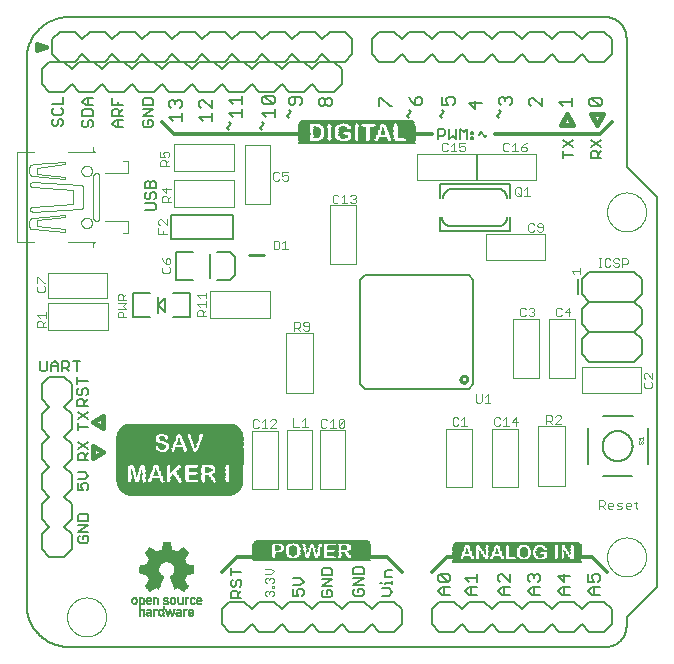
<source format=gto>
G75*
%MOIN*%
%OFA0B0*%
%FSLAX25Y25*%
%IPPOS*%
%LPD*%
%AMOC8*
5,1,8,0,0,1.08239X$1,22.5*
%
%ADD10C,0.00800*%
%ADD11C,0.01600*%
%ADD12C,0.01000*%
%ADD13C,0.00500*%
%ADD14C,0.00400*%
%ADD15C,0.00600*%
%ADD16C,0.01200*%
%ADD17C,0.00200*%
%ADD18C,0.00300*%
%ADD19C,0.00197*%
%ADD20C,0.00000*%
%ADD21C,0.00100*%
%ADD22R,0.32545X0.00130*%
%ADD23R,0.34490X0.00130*%
%ADD24R,0.35398X0.00130*%
%ADD25R,0.36176X0.00130*%
%ADD26R,0.36694X0.00130*%
%ADD27R,0.37213X0.00130*%
%ADD28R,0.37602X0.00130*%
%ADD29R,0.38121X0.00130*%
%ADD30R,0.38380X0.00130*%
%ADD31R,0.38639X0.00130*%
%ADD32R,0.39028X0.00130*%
%ADD33R,0.39417X0.00130*%
%ADD34R,0.39547X0.00130*%
%ADD35R,0.39806X0.00130*%
%ADD36R,0.40065X0.00130*%
%ADD37R,0.40195X0.00130*%
%ADD38R,0.40455X0.00130*%
%ADD39R,0.40714X0.00130*%
%ADD40R,0.40843X0.00130*%
%ADD41R,0.40973X0.00130*%
%ADD42R,0.41103X0.00130*%
%ADD43R,0.41233X0.00130*%
%ADD44R,0.41362X0.00130*%
%ADD45R,0.41492X0.00130*%
%ADD46R,0.41621X0.00130*%
%ADD47R,0.41751X0.00130*%
%ADD48R,0.41751X0.00130*%
%ADD49R,0.41881X0.00130*%
%ADD50R,0.42011X0.00130*%
%ADD51R,0.42011X0.00130*%
%ADD52R,0.42140X0.00130*%
%ADD53R,0.42270X0.00130*%
%ADD54R,0.42270X0.00130*%
%ADD55R,0.06742X0.00130*%
%ADD56R,0.02204X0.00130*%
%ADD57R,0.01815X0.00130*%
%ADD58R,0.04149X0.00130*%
%ADD59R,0.01945X0.00130*%
%ADD60R,0.03630X0.00130*%
%ADD61R,0.07650X0.00130*%
%ADD62R,0.03501X0.00130*%
%ADD63R,0.09595X0.00130*%
%ADD64R,0.04279X0.00130*%
%ADD65R,0.01556X0.00130*%
%ADD66R,0.01296X0.00130*%
%ADD67R,0.03630X0.00130*%
%ADD68R,0.01426X0.00130*%
%ADD69R,0.03112X0.00130*%
%ADD70R,0.01685X0.00130*%
%ADD71R,0.02982X0.00130*%
%ADD72R,0.03501X0.00130*%
%ADD73R,0.04927X0.00130*%
%ADD74R,0.04149X0.00130*%
%ADD75R,0.01296X0.00130*%
%ADD76R,0.01297X0.00130*%
%ADD77R,0.01037X0.00130*%
%ADD78R,0.03371X0.00130*%
%ADD79R,0.01167X0.00130*%
%ADD80R,0.02852X0.00130*%
%ADD81R,0.02723X0.00130*%
%ADD82R,0.03242X0.00130*%
%ADD83R,0.04927X0.00130*%
%ADD84R,0.04019X0.00130*%
%ADD85R,0.01167X0.00130*%
%ADD86R,0.01167X0.00130*%
%ADD87R,0.00907X0.00130*%
%ADD88R,0.03242X0.00130*%
%ADD89R,0.02593X0.00130*%
%ADD90R,0.01037X0.00130*%
%ADD91R,0.04927X0.00130*%
%ADD92R,0.04019X0.00130*%
%ADD93R,0.01167X0.00130*%
%ADD94R,0.01037X0.00130*%
%ADD95R,0.00778X0.00130*%
%ADD96R,0.00907X0.00130*%
%ADD97R,0.02464X0.00130*%
%ADD98R,0.01037X0.00130*%
%ADD99R,0.02463X0.00130*%
%ADD100R,0.03242X0.00130*%
%ADD101R,0.04019X0.00130*%
%ADD102R,0.00778X0.00130*%
%ADD103R,0.02982X0.00130*%
%ADD104R,0.00907X0.00130*%
%ADD105R,0.02334X0.00130*%
%ADD106R,0.01037X0.00130*%
%ADD107R,0.03112X0.00130*%
%ADD108R,0.04797X0.00130*%
%ADD109R,0.04149X0.00130*%
%ADD110R,0.01037X0.00130*%
%ADD111R,0.00907X0.00130*%
%ADD112R,0.00778X0.00130*%
%ADD113R,0.02852X0.00130*%
%ADD114R,0.02334X0.00130*%
%ADD115R,0.01037X0.00130*%
%ADD116R,0.02204X0.00130*%
%ADD117R,0.03112X0.00130*%
%ADD118R,0.04797X0.00130*%
%ADD119R,0.00908X0.00130*%
%ADD120R,0.02204X0.00130*%
%ADD121R,0.02204X0.00130*%
%ADD122R,0.03241X0.00130*%
%ADD123R,0.01426X0.00130*%
%ADD124R,0.02074X0.00130*%
%ADD125R,0.00908X0.00130*%
%ADD126R,0.02593X0.00130*%
%ADD127R,0.02075X0.00130*%
%ADD128R,0.01297X0.00130*%
%ADD129R,0.04279X0.00130*%
%ADD130R,0.02074X0.00130*%
%ADD131R,0.03371X0.00130*%
%ADD132R,0.02593X0.00130*%
%ADD133R,0.01945X0.00130*%
%ADD134R,0.04279X0.00130*%
%ADD135R,0.04149X0.00130*%
%ADD136R,0.01945X0.00130*%
%ADD137R,0.01815X0.00130*%
%ADD138R,0.04797X0.00130*%
%ADD139R,0.00778X0.00130*%
%ADD140R,0.01296X0.00130*%
%ADD141R,0.01556X0.00130*%
%ADD142R,0.04279X0.00130*%
%ADD143R,0.01815X0.00130*%
%ADD144R,0.04797X0.00130*%
%ADD145R,0.01686X0.00130*%
%ADD146R,0.00648X0.00130*%
%ADD147R,0.01686X0.00130*%
%ADD148R,0.01556X0.00130*%
%ADD149R,0.03760X0.00130*%
%ADD150R,0.00648X0.00130*%
%ADD151R,0.01297X0.00130*%
%ADD152R,0.01426X0.00130*%
%ADD153R,0.03760X0.00130*%
%ADD154R,0.00648X0.00130*%
%ADD155R,0.01297X0.00130*%
%ADD156R,0.01426X0.00130*%
%ADD157R,0.03890X0.00130*%
%ADD158R,0.00648X0.00130*%
%ADD159R,0.00130X0.00130*%
%ADD160R,0.00648X0.00130*%
%ADD161R,0.00259X0.00130*%
%ADD162R,0.00519X0.00130*%
%ADD163R,0.00908X0.00130*%
%ADD164R,0.02075X0.00130*%
%ADD165R,0.00648X0.00130*%
%ADD166R,0.00259X0.00130*%
%ADD167R,0.00519X0.00130*%
%ADD168R,0.01686X0.00130*%
%ADD169R,0.00259X0.00130*%
%ADD170R,0.00519X0.00130*%
%ADD171R,0.01556X0.00130*%
%ADD172R,0.01685X0.00130*%
%ADD173R,0.04408X0.00130*%
%ADD174R,0.00389X0.00130*%
%ADD175R,0.01556X0.00130*%
%ADD176R,0.02334X0.00130*%
%ADD177R,0.04538X0.00130*%
%ADD178R,0.00389X0.00130*%
%ADD179R,0.02464X0.00130*%
%ADD180R,0.01426X0.00130*%
%ADD181R,0.01815X0.00130*%
%ADD182R,0.02593X0.00130*%
%ADD183R,0.00389X0.00130*%
%ADD184R,0.01815X0.00130*%
%ADD185R,0.02723X0.00130*%
%ADD186R,0.00259X0.00130*%
%ADD187R,0.02853X0.00130*%
%ADD188R,0.00259X0.00130*%
%ADD189R,0.00130X0.00130*%
%ADD190R,0.02853X0.00130*%
%ADD191R,0.00389X0.00130*%
%ADD192R,0.00259X0.00130*%
%ADD193R,0.01945X0.00130*%
%ADD194R,0.00259X0.00130*%
%ADD195R,0.02982X0.00130*%
%ADD196R,0.00778X0.00130*%
%ADD197R,0.00130X0.00130*%
%ADD198R,0.02204X0.00130*%
%ADD199R,0.00519X0.00130*%
%ADD200R,0.02723X0.00130*%
%ADD201R,0.02204X0.00130*%
%ADD202R,0.03241X0.00130*%
%ADD203R,0.01037X0.00130*%
%ADD204R,0.00130X0.00130*%
%ADD205R,0.02075X0.00130*%
%ADD206R,0.02334X0.00130*%
%ADD207R,0.03241X0.00130*%
%ADD208R,0.02075X0.00130*%
%ADD209R,0.02464X0.00130*%
%ADD210R,0.03112X0.00130*%
%ADD211R,0.03112X0.00130*%
%ADD212R,0.00130X0.00130*%
%ADD213R,0.02463X0.00130*%
%ADD214R,0.02204X0.00130*%
%ADD215R,0.03371X0.00130*%
%ADD216R,0.02852X0.00130*%
%ADD217R,0.01426X0.00130*%
%ADD218R,0.03890X0.00130*%
%ADD219R,0.04279X0.00130*%
%ADD220R,0.02852X0.00130*%
%ADD221R,0.02982X0.00130*%
%ADD222R,0.02463X0.00130*%
%ADD223R,0.04020X0.00130*%
%ADD224R,0.04409X0.00130*%
%ADD225R,0.04279X0.00130*%
%ADD226R,0.04798X0.00130*%
%ADD227R,0.03630X0.00130*%
%ADD228R,0.03501X0.00130*%
%ADD229R,0.05187X0.00130*%
%ADD230R,0.05057X0.00130*%
%ADD231R,0.42529X0.00130*%
%ADD232R,0.42529X0.00130*%
%ADD233R,0.42529X0.00130*%
%ADD234R,0.42529X0.00130*%
%ADD235R,0.15300X0.00130*%
%ADD236R,0.10762X0.00130*%
%ADD237R,0.16078X0.00130*%
%ADD238R,0.14522X0.00130*%
%ADD239R,0.02334X0.00130*%
%ADD240R,0.15689X0.00130*%
%ADD241R,0.14133X0.00130*%
%ADD242R,0.02074X0.00130*%
%ADD243R,0.15559X0.00130*%
%ADD244R,0.13874X0.00130*%
%ADD245R,0.15430X0.00130*%
%ADD246R,0.13744X0.00130*%
%ADD247R,0.15300X0.00130*%
%ADD248R,0.13615X0.00130*%
%ADD249R,0.15300X0.00130*%
%ADD250R,0.13485X0.00130*%
%ADD251R,0.15170X0.00130*%
%ADD252R,0.13356X0.00130*%
%ADD253R,0.15170X0.00130*%
%ADD254R,0.13356X0.00130*%
%ADD255R,0.15170X0.00130*%
%ADD256R,0.13226X0.00130*%
%ADD257R,0.01815X0.00130*%
%ADD258R,0.02723X0.00130*%
%ADD259R,0.01815X0.00130*%
%ADD260R,0.15041X0.00130*%
%ADD261R,0.13226X0.00130*%
%ADD262R,0.15041X0.00130*%
%ADD263R,0.13096X0.00130*%
%ADD264R,0.14911X0.00130*%
%ADD265R,0.13096X0.00130*%
%ADD266R,0.00130X0.00130*%
%ADD267R,0.14911X0.00130*%
%ADD268R,0.13096X0.00130*%
%ADD269R,0.14781X0.00130*%
%ADD270R,0.13096X0.00130*%
%ADD271R,0.14781X0.00130*%
%ADD272R,0.00519X0.00130*%
%ADD273R,0.14781X0.00130*%
%ADD274R,0.14652X0.00130*%
%ADD275R,0.16208X0.00130*%
%ADD276R,0.14652X0.00130*%
%ADD277R,0.15948X0.00130*%
%ADD278R,0.15559X0.00130*%
%ADD279R,0.14522X0.00130*%
%ADD280R,0.15041X0.00130*%
%ADD281R,0.14522X0.00130*%
%ADD282R,0.14652X0.00130*%
%ADD283R,0.14393X0.00130*%
%ADD284R,0.14263X0.00130*%
%ADD285R,0.14393X0.00130*%
%ADD286R,0.14004X0.00130*%
%ADD287R,0.13744X0.00130*%
%ADD288R,0.14263X0.00130*%
%ADD289R,0.02723X0.00130*%
%ADD290R,0.14263X0.00130*%
%ADD291R,0.13485X0.00130*%
%ADD292R,0.03112X0.00130*%
%ADD293R,0.14263X0.00130*%
%ADD294R,0.03501X0.00130*%
%ADD295R,0.14133X0.00130*%
%ADD296R,0.14133X0.00130*%
%ADD297R,0.04538X0.00130*%
%ADD298R,0.14004X0.00130*%
%ADD299R,0.05057X0.00130*%
%ADD300R,0.00648X0.00130*%
%ADD301R,0.01945X0.00130*%
%ADD302R,0.14004X0.00130*%
%ADD303R,0.01815X0.00130*%
%ADD304R,0.13874X0.00130*%
%ADD305R,0.02334X0.00130*%
%ADD306R,0.13874X0.00130*%
%ADD307R,0.13096X0.00130*%
%ADD308R,0.13744X0.00130*%
%ADD309R,0.13096X0.00130*%
%ADD310R,0.13744X0.00130*%
%ADD311R,0.13226X0.00130*%
%ADD312R,0.02593X0.00130*%
%ADD313R,0.13615X0.00130*%
%ADD314R,0.13355X0.00130*%
%ADD315R,0.02593X0.00130*%
%ADD316R,0.13355X0.00130*%
%ADD317R,0.02593X0.00130*%
%ADD318R,0.13485X0.00130*%
%ADD319R,0.13355X0.00130*%
%ADD320R,0.13615X0.00130*%
%ADD321R,0.02074X0.00130*%
%ADD322R,0.02853X0.00130*%
%ADD323R,0.13874X0.00130*%
%ADD324R,0.03890X0.00130*%
%ADD325R,0.14263X0.00130*%
%ADD326R,0.03371X0.00130*%
%ADD327R,0.13485X0.00130*%
%ADD328R,0.41881X0.00130*%
%ADD329R,0.41751X0.00130*%
%ADD330R,0.41621X0.00130*%
%ADD331R,0.41492X0.00130*%
%ADD332R,0.41233X0.00130*%
%ADD333R,0.41103X0.00130*%
%ADD334R,0.40973X0.00130*%
%ADD335R,0.40843X0.00130*%
%ADD336R,0.40714X0.00130*%
%ADD337R,0.40455X0.00130*%
%ADD338R,0.40325X0.00130*%
%ADD339R,0.40065X0.00130*%
%ADD340R,0.39936X0.00130*%
%ADD341R,0.39677X0.00130*%
%ADD342R,0.39417X0.00130*%
%ADD343R,0.39158X0.00130*%
%ADD344R,0.38769X0.00130*%
%ADD345R,0.38509X0.00130*%
%ADD346R,0.38121X0.00130*%
%ADD347R,0.37861X0.00130*%
%ADD348R,0.37343X0.00130*%
%ADD349R,0.36824X0.00130*%
%ADD350R,0.36435X0.00130*%
%ADD351R,0.35657X0.00130*%
%ADD352R,0.43307X0.00172*%
%ADD353R,0.43307X0.00172*%
%ADD354R,0.00344X0.00172*%
%ADD355R,0.42276X0.00172*%
%ADD356R,0.42620X0.00172*%
%ADD357R,0.42963X0.00172*%
%ADD358R,0.02750X0.00172*%
%ADD359R,0.02750X0.00172*%
%ADD360R,0.01031X0.00172*%
%ADD361R,0.02234X0.00172*%
%ADD362R,0.02922X0.00172*%
%ADD363R,0.01719X0.00172*%
%ADD364R,0.03437X0.00172*%
%ADD365R,0.03952X0.00172*%
%ADD366R,0.01375X0.00172*%
%ADD367R,0.02234X0.00172*%
%ADD368R,0.02921X0.00172*%
%ADD369R,0.02578X0.00172*%
%ADD370R,0.00859X0.00172*%
%ADD371R,0.01891X0.00172*%
%ADD372R,0.00687X0.00172*%
%ADD373R,0.00859X0.00172*%
%ADD374R,0.01203X0.00172*%
%ADD375R,0.03265X0.00172*%
%ADD376R,0.01203X0.00172*%
%ADD377R,0.02063X0.00172*%
%ADD378R,0.02406X0.00172*%
%ADD379R,0.02578X0.00172*%
%ADD380R,0.03093X0.00172*%
%ADD381R,0.01547X0.00172*%
%ADD382R,0.02062X0.00172*%
%ADD383R,0.01546X0.00172*%
%ADD384R,0.01890X0.00172*%
%ADD385R,0.03093X0.00172*%
%ADD386R,0.01031X0.00172*%
%ADD387R,0.01203X0.00172*%
%ADD388R,0.02750X0.00172*%
%ADD389R,0.02234X0.00172*%
%ADD390R,0.02406X0.00172*%
%ADD391R,0.02922X0.00172*%
%ADD392R,0.00172X0.00172*%
%ADD393R,0.03265X0.00172*%
%ADD394R,0.00172X0.00172*%
%ADD395R,0.01375X0.00172*%
%ADD396R,0.03437X0.00172*%
%ADD397R,0.00516X0.00172*%
%ADD398R,0.00515X0.00172*%
%ADD399R,0.03609X0.00172*%
%ADD400R,0.06359X0.00172*%
%ADD401R,0.03781X0.00172*%
%ADD402R,0.01719X0.00172*%
%ADD403R,0.06187X0.00172*%
%ADD404R,0.03781X0.00172*%
%ADD405R,0.00344X0.00172*%
%ADD406R,0.01719X0.00172*%
%ADD407R,0.01891X0.00172*%
%ADD408R,0.00859X0.00172*%
%ADD409R,0.02578X0.00172*%
%ADD410R,0.01203X0.00172*%
%ADD411R,0.04124X0.00172*%
%ADD412R,0.04296X0.00172*%
%ADD413R,0.02406X0.00172*%
%ADD414R,0.04296X0.00172*%
%ADD415R,0.03953X0.00172*%
%ADD416R,0.04640X0.00172*%
%ADD417R,0.03094X0.00172*%
%ADD418R,0.04640X0.00172*%
%ADD419R,0.04468X0.00172*%
%ADD420R,0.41932X0.00172*%
%ADD421R,0.41245X0.00172*%
%ADD422R,0.40214X0.00172*%
%ADD423R,0.39370X0.00207*%
%ADD424R,0.39370X0.00207*%
%ADD425R,0.38748X0.00207*%
%ADD426R,0.38541X0.00207*%
%ADD427R,0.38749X0.00207*%
%ADD428R,0.03937X0.00207*%
%ADD429R,0.03108X0.00207*%
%ADD430R,0.02694X0.00207*%
%ADD431R,0.02901X0.00207*%
%ADD432R,0.02072X0.00207*%
%ADD433R,0.03522X0.00207*%
%ADD434R,0.01243X0.00207*%
%ADD435R,0.03108X0.00207*%
%ADD436R,0.03730X0.00207*%
%ADD437R,0.02279X0.00207*%
%ADD438R,0.02487X0.00207*%
%ADD439R,0.02072X0.00207*%
%ADD440R,0.02901X0.00207*%
%ADD441R,0.01658X0.00207*%
%ADD442R,0.03315X0.00207*%
%ADD443R,0.01036X0.00207*%
%ADD444R,0.03108X0.00207*%
%ADD445R,0.03730X0.00207*%
%ADD446R,0.02072X0.00207*%
%ADD447R,0.01658X0.00207*%
%ADD448R,0.02487X0.00207*%
%ADD449R,0.03108X0.00207*%
%ADD450R,0.01036X0.00207*%
%ADD451R,0.02901X0.00207*%
%ADD452R,0.03730X0.00207*%
%ADD453R,0.01865X0.00207*%
%ADD454R,0.01450X0.00207*%
%ADD455R,0.02487X0.00207*%
%ADD456R,0.01658X0.00207*%
%ADD457R,0.02901X0.00207*%
%ADD458R,0.01036X0.00207*%
%ADD459R,0.01657X0.00207*%
%ADD460R,0.01450X0.00207*%
%ADD461R,0.01243X0.00207*%
%ADD462R,0.01865X0.00207*%
%ADD463R,0.02694X0.00207*%
%ADD464R,0.00829X0.00207*%
%ADD465R,0.01036X0.00207*%
%ADD466R,0.06217X0.00207*%
%ADD467R,0.02072X0.00207*%
%ADD468R,0.02279X0.00207*%
%ADD469R,0.01036X0.00207*%
%ADD470R,0.06217X0.00207*%
%ADD471R,0.02279X0.00207*%
%ADD472R,0.02901X0.00207*%
%ADD473R,0.02072X0.00207*%
%ADD474R,0.01243X0.00207*%
%ADD475R,0.03108X0.00207*%
%ADD476R,0.02072X0.00207*%
%ADD477R,0.01243X0.00207*%
%ADD478R,0.06217X0.00207*%
%ADD479R,0.02280X0.00207*%
%ADD480R,0.01243X0.00207*%
%ADD481R,0.02280X0.00207*%
%ADD482R,0.01657X0.00207*%
%ADD483R,0.03730X0.00207*%
%ADD484R,0.02487X0.00207*%
%ADD485R,0.01036X0.00207*%
%ADD486R,0.01036X0.00207*%
%ADD487R,0.02072X0.00207*%
%ADD488R,0.01658X0.00207*%
%ADD489R,0.02694X0.00207*%
%ADD490R,0.01243X0.00207*%
%ADD491R,0.01657X0.00207*%
%ADD492R,0.06217X0.00207*%
%ADD493R,0.05595X0.00207*%
%ADD494R,0.02694X0.00207*%
%ADD495R,0.01865X0.00207*%
%ADD496R,0.00829X0.00207*%
%ADD497R,0.05595X0.00207*%
%ADD498R,0.00829X0.00207*%
%ADD499R,0.01865X0.00207*%
%ADD500R,0.05387X0.00207*%
%ADD501R,0.00622X0.00207*%
%ADD502R,0.00414X0.00207*%
%ADD503R,0.02694X0.00207*%
%ADD504R,0.01450X0.00207*%
%ADD505R,0.00414X0.00207*%
%ADD506R,0.03316X0.00207*%
%ADD507R,0.00207X0.00207*%
%ADD508R,0.03316X0.00207*%
%ADD509R,0.02486X0.00207*%
%ADD510R,0.06009X0.00207*%
%ADD511R,0.00622X0.00207*%
%ADD512R,0.06009X0.00207*%
%ADD513R,0.03937X0.00207*%
%ADD514R,0.02901X0.00207*%
%ADD515R,0.06009X0.00207*%
%ADD516R,0.14712X0.00207*%
%ADD517R,0.12847X0.00207*%
%ADD518R,0.06216X0.00207*%
%ADD519R,0.38334X0.00207*%
%ADD520R,0.38127X0.00207*%
%ADD521R,0.37713X0.00207*%
%ADD522R,0.37091X0.00207*%
%ADD523R,0.35847X0.00207*%
%ADD524R,0.39370X0.00181*%
%ADD525R,0.39370X0.00181*%
%ADD526R,0.39007X0.00181*%
%ADD527R,0.38644X0.00181*%
%ADD528R,0.39007X0.00181*%
%ADD529R,0.06531X0.00181*%
%ADD530R,0.05261X0.00181*%
%ADD531R,0.03266X0.00181*%
%ADD532R,0.02177X0.00181*%
%ADD533R,0.01270X0.00181*%
%ADD534R,0.02540X0.00181*%
%ADD535R,0.06531X0.00181*%
%ADD536R,0.06531X0.00181*%
%ADD537R,0.04717X0.00181*%
%ADD538R,0.02721X0.00181*%
%ADD539R,0.02177X0.00181*%
%ADD540R,0.01814X0.00181*%
%ADD541R,0.00907X0.00181*%
%ADD542R,0.06531X0.00181*%
%ADD543R,0.06350X0.00181*%
%ADD544R,0.04354X0.00181*%
%ADD545R,0.02540X0.00181*%
%ADD546R,0.01814X0.00181*%
%ADD547R,0.00907X0.00181*%
%ADD548R,0.01996X0.00181*%
%ADD549R,0.06713X0.00181*%
%ADD550R,0.06350X0.00181*%
%ADD551R,0.04173X0.00181*%
%ADD552R,0.01814X0.00181*%
%ADD553R,0.00907X0.00181*%
%ADD554R,0.06713X0.00181*%
%ADD555R,0.06350X0.00181*%
%ADD556R,0.03991X0.00181*%
%ADD557R,0.01996X0.00181*%
%ADD558R,0.01633X0.00181*%
%ADD559R,0.01270X0.00181*%
%ADD560R,0.06713X0.00181*%
%ADD561R,0.03991X0.00181*%
%ADD562R,0.01633X0.00181*%
%ADD563R,0.01451X0.00181*%
%ADD564R,0.03810X0.00181*%
%ADD565R,0.06894X0.00181*%
%ADD566R,0.03810X0.00181*%
%ADD567R,0.01451X0.00181*%
%ADD568R,0.03810X0.00181*%
%ADD569R,0.07076X0.00181*%
%ADD570R,0.03810X0.00181*%
%ADD571R,0.02359X0.00181*%
%ADD572R,0.01633X0.00181*%
%ADD573R,0.01451X0.00181*%
%ADD574R,0.03810X0.00181*%
%ADD575R,0.07076X0.00181*%
%ADD576R,0.03628X0.00181*%
%ADD577R,0.01088X0.00181*%
%ADD578R,0.01270X0.00181*%
%ADD579R,0.07257X0.00181*%
%ADD580R,0.03628X0.00181*%
%ADD581R,0.02722X0.00181*%
%ADD582R,0.01270X0.00181*%
%ADD583R,0.00181X0.00181*%
%ADD584R,0.01088X0.00181*%
%ADD585R,0.07439X0.00181*%
%ADD586R,0.03628X0.00181*%
%ADD587R,0.02722X0.00181*%
%ADD588R,0.01270X0.00181*%
%ADD589R,0.00181X0.00181*%
%ADD590R,0.01088X0.00181*%
%ADD591R,0.01089X0.00181*%
%ADD592R,0.07439X0.00181*%
%ADD593R,0.02903X0.00181*%
%ADD594R,0.01270X0.00181*%
%ADD595R,0.00181X0.00181*%
%ADD596R,0.00726X0.00181*%
%ADD597R,0.07620X0.00181*%
%ADD598R,0.02903X0.00181*%
%ADD599R,0.01089X0.00181*%
%ADD600R,0.00363X0.00181*%
%ADD601R,0.00726X0.00181*%
%ADD602R,0.01633X0.00181*%
%ADD603R,0.07983X0.00181*%
%ADD604R,0.00544X0.00181*%
%ADD605R,0.07620X0.00181*%
%ADD606R,0.06350X0.00181*%
%ADD607R,0.00726X0.00181*%
%ADD608R,0.02903X0.00181*%
%ADD609R,0.01089X0.00181*%
%ADD610R,0.00544X0.00181*%
%ADD611R,0.00726X0.00181*%
%ADD612R,0.01270X0.00181*%
%ADD613R,0.07257X0.00181*%
%ADD614R,0.00726X0.00181*%
%ADD615R,0.00363X0.00181*%
%ADD616R,0.01452X0.00181*%
%ADD617R,0.06894X0.00181*%
%ADD618R,0.01814X0.00181*%
%ADD619R,0.02722X0.00181*%
%ADD620R,0.00907X0.00181*%
%ADD621R,0.00363X0.00181*%
%ADD622R,0.03810X0.00181*%
%ADD623R,0.06713X0.00181*%
%ADD624R,0.02540X0.00181*%
%ADD625R,0.02359X0.00181*%
%ADD626R,0.01996X0.00181*%
%ADD627R,0.01089X0.00181*%
%ADD628R,0.01452X0.00181*%
%ADD629R,0.03629X0.00181*%
%ADD630R,0.01452X0.00181*%
%ADD631R,0.00726X0.00181*%
%ADD632R,0.06894X0.00181*%
%ADD633R,0.01815X0.00181*%
%ADD634R,0.06531X0.00181*%
%ADD635R,0.02177X0.00181*%
%ADD636R,0.01815X0.00181*%
%ADD637R,0.07076X0.00181*%
%ADD638R,0.02903X0.00181*%
%ADD639R,0.01815X0.00181*%
%ADD640R,0.13063X0.00181*%
%ADD641R,0.25581X0.00181*%
%ADD642R,0.38644X0.00181*%
%ADD643R,0.38463X0.00181*%
%ADD644R,0.37919X0.00181*%
%ADD645R,0.37374X0.00181*%
%ADD646R,0.36104X0.00181*%
%ADD647R,0.00248X0.00062*%
%ADD648R,0.00124X0.00062*%
%ADD649R,0.00186X0.00062*%
%ADD650R,0.00434X0.00062*%
%ADD651R,0.00434X0.00062*%
%ADD652R,0.00744X0.00062*%
%ADD653R,0.00620X0.00062*%
%ADD654R,0.00806X0.00062*%
%ADD655R,0.00992X0.00062*%
%ADD656R,0.00868X0.00062*%
%ADD657R,0.00496X0.00062*%
%ADD658R,0.01054X0.00062*%
%ADD659R,0.01178X0.00062*%
%ADD660R,0.01116X0.00062*%
%ADD661R,0.01116X0.00062*%
%ADD662R,0.01302X0.00062*%
%ADD663R,0.01736X0.00062*%
%ADD664R,0.00558X0.00062*%
%ADD665R,0.00558X0.00062*%
%ADD666R,0.01488X0.00062*%
%ADD667R,0.00434X0.00062*%
%ADD668R,0.00434X0.00062*%
%ADD669R,0.01798X0.00062*%
%ADD670R,0.01736X0.00062*%
%ADD671R,0.00558X0.00062*%
%ADD672R,0.00558X0.00062*%
%ADD673R,0.01798X0.00062*%
%ADD674R,0.01612X0.00062*%
%ADD675R,0.01798X0.00062*%
%ADD676R,0.01860X0.00062*%
%ADD677R,0.01674X0.00062*%
%ADD678R,0.00682X0.00062*%
%ADD679R,0.01860X0.00062*%
%ADD680R,0.00744X0.00062*%
%ADD681R,0.00372X0.00062*%
%ADD682R,0.00496X0.00062*%
%ADD683R,0.00248X0.00062*%
%ADD684R,0.00496X0.00062*%
%ADD685R,0.00806X0.00062*%
%ADD686R,0.00496X0.00062*%
%ADD687R,0.00062X0.00062*%
%ADD688R,0.00372X0.00062*%
%ADD689R,0.00372X0.00062*%
%ADD690R,0.00372X0.00062*%
%ADD691R,0.01798X0.00062*%
%ADD692R,0.01922X0.00062*%
%ADD693R,0.01674X0.00062*%
%ADD694R,0.01736X0.00062*%
%ADD695R,0.01922X0.00062*%
%ADD696R,0.01612X0.00062*%
%ADD697R,0.00434X0.00062*%
%ADD698R,0.00496X0.00062*%
%ADD699R,0.00434X0.00062*%
%ADD700R,0.00496X0.00062*%
%ADD701R,0.00372X0.00062*%
%ADD702R,0.00806X0.00062*%
%ADD703R,0.00620X0.00062*%
%ADD704R,0.00682X0.00062*%
%ADD705R,0.00682X0.00062*%
%ADD706R,0.00124X0.00062*%
%ADD707R,0.00062X0.00062*%
%ADD708R,0.00310X0.00062*%
%ADD709R,0.00186X0.00062*%
%ADD710R,0.01612X0.00062*%
%ADD711R,0.01426X0.00062*%
%ADD712R,0.01364X0.00062*%
%ADD713R,0.01488X0.00062*%
%ADD714R,0.01736X0.00062*%
%ADD715R,0.01116X0.00062*%
%ADD716R,0.01488X0.00062*%
%ADD717R,0.00992X0.00062*%
%ADD718R,0.01054X0.00062*%
%ADD719R,0.01302X0.00062*%
%ADD720R,0.01364X0.00062*%
%ADD721R,0.00992X0.00062*%
%ADD722R,0.01178X0.00062*%
%ADD723R,0.00930X0.00062*%
%ADD724R,0.00310X0.00062*%
%ADD725R,0.00868X0.00062*%
%ADD726R,0.01240X0.00062*%
%ADD727R,0.01364X0.00062*%
%ADD728R,0.01116X0.00062*%
%ADD729R,0.01302X0.00062*%
%ADD730R,0.01364X0.00062*%
%ADD731R,0.01550X0.00062*%
%ADD732R,0.00620X0.00062*%
%ADD733R,0.00682X0.00062*%
%ADD734R,0.00310X0.00062*%
%ADD735R,0.00620X0.00062*%
%ADD736R,0.00186X0.00062*%
%ADD737R,0.00062X0.00062*%
%ADD738R,0.01984X0.00062*%
%ADD739R,0.01240X0.00062*%
%ADD740R,0.01984X0.00062*%
%ADD741R,0.01984X0.00062*%
%ADD742R,0.01984X0.00062*%
%ADD743R,0.01550X0.00062*%
%ADD744R,0.01488X0.00062*%
%ADD745R,0.01302X0.00062*%
%ADD746R,0.00930X0.00062*%
%ADD747R,0.01054X0.00062*%
%ADD748R,0.02170X0.00062*%
%ADD749R,0.00062X0.00062*%
%ADD750R,0.02170X0.00062*%
%ADD751R,0.02294X0.00062*%
%ADD752R,0.02294X0.00062*%
%ADD753R,0.02418X0.00062*%
%ADD754R,0.02480X0.00062*%
%ADD755R,0.02604X0.00062*%
%ADD756R,0.02728X0.00062*%
%ADD757R,0.02914X0.00062*%
%ADD758R,0.00806X0.00062*%
%ADD759R,0.02914X0.00062*%
%ADD760R,0.03038X0.00062*%
%ADD761R,0.03038X0.00062*%
%ADD762R,0.04402X0.00062*%
%ADD763R,0.04526X0.00062*%
%ADD764R,0.04588X0.00062*%
%ADD765R,0.04588X0.00062*%
%ADD766R,0.04712X0.00062*%
%ADD767R,0.04712X0.00062*%
%ADD768R,0.04774X0.00062*%
%ADD769R,0.04836X0.00062*%
%ADD770R,0.04836X0.00062*%
%ADD771R,0.04960X0.00062*%
%ADD772R,0.04960X0.00062*%
%ADD773R,0.05022X0.00062*%
%ADD774R,0.05022X0.00062*%
%ADD775R,0.04960X0.00062*%
%ADD776R,0.04960X0.00062*%
%ADD777R,0.04898X0.00062*%
%ADD778R,0.04836X0.00062*%
%ADD779R,0.04836X0.00062*%
%ADD780R,0.04774X0.00062*%
%ADD781R,0.04712X0.00062*%
%ADD782R,0.04712X0.00062*%
%ADD783R,0.04650X0.00062*%
%ADD784R,0.04650X0.00062*%
%ADD785R,0.04650X0.00062*%
%ADD786R,0.04588X0.00062*%
%ADD787R,0.04526X0.00062*%
%ADD788R,0.04526X0.00062*%
%ADD789R,0.04774X0.00062*%
%ADD790R,0.05022X0.00062*%
%ADD791R,0.05084X0.00062*%
%ADD792R,0.05084X0.00062*%
%ADD793R,0.05146X0.00062*%
%ADD794R,0.05208X0.00062*%
%ADD795R,0.05270X0.00062*%
%ADD796R,0.05270X0.00062*%
%ADD797R,0.05332X0.00062*%
%ADD798R,0.05394X0.00062*%
%ADD799R,0.05394X0.00062*%
%ADD800R,0.05456X0.00062*%
%ADD801R,0.05394X0.00062*%
%ADD802R,0.05394X0.00062*%
%ADD803R,0.05270X0.00062*%
%ADD804R,0.05270X0.00062*%
%ADD805R,0.05146X0.00062*%
%ADD806R,0.05084X0.00062*%
%ADD807R,0.05208X0.00062*%
%ADD808R,0.05580X0.00062*%
%ADD809R,0.05580X0.00062*%
%ADD810R,0.05828X0.00062*%
%ADD811R,0.06138X0.00062*%
%ADD812R,0.06138X0.00062*%
%ADD813R,0.06448X0.00062*%
%ADD814R,0.06696X0.00062*%
%ADD815R,0.06882X0.00062*%
%ADD816R,0.06882X0.00062*%
%ADD817R,0.06820X0.00062*%
%ADD818R,0.06820X0.00062*%
%ADD819R,0.06758X0.00062*%
%ADD820R,0.06758X0.00062*%
%ADD821R,0.06696X0.00062*%
%ADD822R,0.06634X0.00062*%
%ADD823R,0.06634X0.00062*%
%ADD824R,0.06572X0.00062*%
%ADD825R,0.06572X0.00062*%
%ADD826R,0.06572X0.00062*%
%ADD827R,0.06634X0.00062*%
%ADD828R,0.06510X0.00062*%
%ADD829R,0.06510X0.00062*%
%ADD830R,0.06200X0.00062*%
%ADD831R,0.05890X0.00062*%
%ADD832R,0.05890X0.00062*%
%ADD833R,0.05332X0.00062*%
%ADD834R,0.04836X0.00062*%
%ADD835R,0.04836X0.00062*%
%ADD836R,0.05022X0.00062*%
%ADD837R,0.05456X0.00062*%
%ADD838R,0.05642X0.00062*%
%ADD839R,0.05642X0.00062*%
%ADD840R,0.05766X0.00062*%
%ADD841R,0.05766X0.00062*%
%ADD842R,0.06324X0.00062*%
%ADD843R,0.12586X0.00062*%
%ADD844R,0.12586X0.00062*%
%ADD845R,0.12462X0.00062*%
%ADD846R,0.12338X0.00062*%
%ADD847R,0.12338X0.00062*%
%ADD848R,0.12214X0.00062*%
%ADD849R,0.12090X0.00062*%
%ADD850R,0.12090X0.00062*%
%ADD851R,0.11966X0.00062*%
%ADD852R,0.11966X0.00062*%
%ADD853R,0.12462X0.00062*%
%ADD854R,0.12710X0.00062*%
%ADD855R,0.12772X0.00062*%
%ADD856R,0.12834X0.00062*%
%ADD857R,0.12958X0.00062*%
%ADD858R,0.13082X0.00062*%
%ADD859R,0.13206X0.00062*%
%ADD860R,0.13330X0.00062*%
%ADD861R,0.13330X0.00062*%
%ADD862R,0.13454X0.00062*%
%ADD863R,0.13578X0.00062*%
%ADD864R,0.13702X0.00062*%
%ADD865R,0.13826X0.00062*%
%ADD866R,0.13950X0.00062*%
%ADD867R,0.14074X0.00062*%
%ADD868R,0.14198X0.00062*%
%ADD869R,0.14198X0.00062*%
%ADD870R,0.14322X0.00062*%
%ADD871R,0.14446X0.00062*%
%ADD872R,0.14570X0.00062*%
%ADD873R,0.14570X0.00062*%
%ADD874R,0.14322X0.00062*%
%ADD875R,0.03348X0.00062*%
%ADD876R,0.03224X0.00062*%
%ADD877R,0.06386X0.00062*%
%ADD878R,0.03100X0.00062*%
%ADD879R,0.06014X0.00062*%
%ADD880R,0.02914X0.00062*%
%ADD881R,0.05766X0.00062*%
%ADD882R,0.02914X0.00062*%
%ADD883R,0.02790X0.00062*%
%ADD884R,0.02790X0.00062*%
%ADD885R,0.02170X0.00062*%
%ADD886R,0.04154X0.00062*%
%ADD887R,0.02170X0.00062*%
%ADD888R,0.03906X0.00062*%
%ADD889R,0.03658X0.00062*%
%ADD890R,0.03410X0.00062*%
%ADD891R,0.03410X0.00062*%
%ADD892R,0.03286X0.00062*%
%ADD893R,0.03286X0.00062*%
%ADD894R,0.03162X0.00062*%
%ADD895R,0.03162X0.00062*%
%ADD896R,0.03038X0.00062*%
%ADD897R,0.02914X0.00062*%
%ADD898R,0.02790X0.00062*%
%ADD899R,0.02666X0.00062*%
%ADD900R,0.02666X0.00062*%
%ADD901R,0.02542X0.00062*%
%ADD902R,0.02542X0.00062*%
%ADD903R,0.02418X0.00062*%
D10*
X0004500Y0016392D02*
X0004500Y0198108D01*
X0009500Y0194750D02*
X0012000Y0197250D01*
X0017000Y0197250D01*
X0019500Y0194750D01*
X0022000Y0197250D01*
X0027000Y0197250D01*
X0029500Y0194750D01*
X0032000Y0197250D01*
X0037000Y0197250D01*
X0039500Y0194750D01*
X0042000Y0197250D01*
X0047000Y0197250D01*
X0049500Y0194750D01*
X0052000Y0197250D01*
X0057000Y0197250D01*
X0059500Y0194750D01*
X0062000Y0197250D01*
X0067000Y0197250D01*
X0069500Y0194750D01*
X0072000Y0197250D01*
X0077000Y0197250D01*
X0079500Y0194750D01*
X0082000Y0197250D01*
X0087000Y0197250D01*
X0089500Y0194750D01*
X0092000Y0197250D01*
X0097000Y0197250D01*
X0099500Y0194750D01*
X0102000Y0197250D01*
X0107000Y0197250D01*
X0109500Y0194750D01*
X0109500Y0189750D01*
X0107000Y0187250D01*
X0102000Y0187250D01*
X0099500Y0189750D01*
X0097000Y0187250D01*
X0092000Y0187250D01*
X0089500Y0189750D01*
X0087000Y0187250D01*
X0082000Y0187250D01*
X0079500Y0189750D01*
X0077000Y0187250D01*
X0072000Y0187250D01*
X0069500Y0189750D01*
X0067000Y0187250D01*
X0062000Y0187250D01*
X0059500Y0189750D01*
X0057000Y0187250D01*
X0052000Y0187250D01*
X0049500Y0189750D01*
X0047000Y0187250D01*
X0042000Y0187250D01*
X0039500Y0189750D01*
X0037000Y0187250D01*
X0032000Y0187250D01*
X0029500Y0189750D01*
X0027000Y0187250D01*
X0022000Y0187250D01*
X0019500Y0189750D01*
X0017000Y0187250D01*
X0012000Y0187250D01*
X0009500Y0189750D01*
X0009500Y0194750D01*
X0013000Y0199750D02*
X0013000Y0204750D01*
X0015500Y0207250D01*
X0020500Y0207250D01*
X0023000Y0204750D01*
X0025500Y0207250D01*
X0030500Y0207250D01*
X0033000Y0204750D01*
X0035500Y0207250D01*
X0040500Y0207250D01*
X0043000Y0204750D01*
X0045500Y0207250D01*
X0050500Y0207250D01*
X0053000Y0204750D01*
X0055500Y0207250D01*
X0060500Y0207250D01*
X0063000Y0204750D01*
X0065500Y0207250D01*
X0070500Y0207250D01*
X0073000Y0204750D01*
X0075500Y0207250D01*
X0080500Y0207250D01*
X0083000Y0204750D01*
X0085500Y0207250D01*
X0090500Y0207250D01*
X0093000Y0204750D01*
X0095500Y0207250D01*
X0100500Y0207250D01*
X0103000Y0204750D01*
X0105500Y0207250D01*
X0110500Y0207250D01*
X0113000Y0204750D01*
X0113000Y0199750D01*
X0110500Y0197250D01*
X0105500Y0197250D01*
X0103000Y0199750D01*
X0100500Y0197250D01*
X0095500Y0197250D01*
X0093000Y0199750D01*
X0090500Y0197250D01*
X0085500Y0197250D01*
X0083000Y0199750D01*
X0080500Y0197250D01*
X0075500Y0197250D01*
X0073000Y0199750D01*
X0070500Y0197250D01*
X0065500Y0197250D01*
X0063000Y0199750D01*
X0060500Y0197250D01*
X0055500Y0197250D01*
X0053000Y0199750D01*
X0050500Y0197250D01*
X0045500Y0197250D01*
X0043000Y0199750D01*
X0040500Y0197250D01*
X0035500Y0197250D01*
X0033000Y0199750D01*
X0030500Y0197250D01*
X0025500Y0197250D01*
X0023000Y0199750D01*
X0020500Y0197250D01*
X0015500Y0197250D01*
X0013000Y0199750D01*
X0004500Y0198108D02*
X0004504Y0198450D01*
X0004517Y0198791D01*
X0004537Y0199132D01*
X0004566Y0199473D01*
X0004603Y0199813D01*
X0004648Y0200151D01*
X0004702Y0200489D01*
X0004763Y0200825D01*
X0004833Y0201160D01*
X0004911Y0201492D01*
X0004997Y0201823D01*
X0005090Y0202152D01*
X0005192Y0202478D01*
X0005302Y0202802D01*
X0005419Y0203123D01*
X0005544Y0203441D01*
X0005677Y0203756D01*
X0005817Y0204067D01*
X0005965Y0204376D01*
X0006120Y0204680D01*
X0006282Y0204981D01*
X0006452Y0205277D01*
X0006629Y0205570D01*
X0006813Y0205858D01*
X0007003Y0206142D01*
X0007201Y0206420D01*
X0007405Y0206694D01*
X0007616Y0206964D01*
X0007833Y0207227D01*
X0008057Y0207486D01*
X0008286Y0207739D01*
X0008522Y0207986D01*
X0008764Y0208228D01*
X0009011Y0208464D01*
X0009264Y0208693D01*
X0009523Y0208917D01*
X0009786Y0209134D01*
X0010056Y0209345D01*
X0010330Y0209549D01*
X0010608Y0209747D01*
X0010892Y0209937D01*
X0011180Y0210121D01*
X0011473Y0210298D01*
X0011769Y0210468D01*
X0012070Y0210630D01*
X0012374Y0210785D01*
X0012683Y0210933D01*
X0012994Y0211073D01*
X0013309Y0211206D01*
X0013627Y0211331D01*
X0013948Y0211448D01*
X0014272Y0211558D01*
X0014598Y0211660D01*
X0014927Y0211753D01*
X0015258Y0211839D01*
X0015590Y0211917D01*
X0015925Y0211987D01*
X0016261Y0212048D01*
X0016599Y0212102D01*
X0016937Y0212147D01*
X0017277Y0212184D01*
X0017618Y0212213D01*
X0017959Y0212233D01*
X0018300Y0212246D01*
X0018642Y0212250D01*
X0197429Y0212250D01*
X0197000Y0207250D02*
X0192000Y0207250D01*
X0189500Y0204750D01*
X0187000Y0207250D01*
X0182000Y0207250D01*
X0179500Y0204750D01*
X0177000Y0207250D01*
X0172000Y0207250D01*
X0169500Y0204750D01*
X0167000Y0207250D01*
X0162000Y0207250D01*
X0159500Y0204750D01*
X0157000Y0207250D01*
X0152000Y0207250D01*
X0149500Y0204750D01*
X0147000Y0207250D01*
X0142000Y0207250D01*
X0139500Y0204750D01*
X0137000Y0207250D01*
X0132000Y0207250D01*
X0129500Y0204750D01*
X0127000Y0207250D01*
X0122000Y0207250D01*
X0119500Y0204750D01*
X0119500Y0199750D01*
X0122000Y0197250D01*
X0127000Y0197250D01*
X0129500Y0199750D01*
X0132000Y0197250D01*
X0137000Y0197250D01*
X0139500Y0199750D01*
X0142000Y0197250D01*
X0147000Y0197250D01*
X0149500Y0199750D01*
X0152000Y0197250D01*
X0157000Y0197250D01*
X0159500Y0199750D01*
X0162000Y0197250D01*
X0167000Y0197250D01*
X0169500Y0199750D01*
X0172000Y0197250D01*
X0177000Y0197250D01*
X0179500Y0199750D01*
X0182000Y0197250D01*
X0187000Y0197250D01*
X0189500Y0199750D01*
X0192000Y0197250D01*
X0197000Y0197250D01*
X0199500Y0199750D01*
X0199500Y0204750D01*
X0197000Y0207250D01*
X0197429Y0212250D02*
X0197600Y0212248D01*
X0197771Y0212242D01*
X0197941Y0212231D01*
X0198111Y0212217D01*
X0198281Y0212198D01*
X0198451Y0212176D01*
X0198619Y0212149D01*
X0198788Y0212118D01*
X0198955Y0212083D01*
X0199121Y0212045D01*
X0199287Y0212002D01*
X0199451Y0211955D01*
X0199614Y0211904D01*
X0199776Y0211849D01*
X0199936Y0211790D01*
X0200095Y0211728D01*
X0200253Y0211662D01*
X0200409Y0211592D01*
X0200563Y0211518D01*
X0200715Y0211440D01*
X0200865Y0211359D01*
X0201014Y0211274D01*
X0201160Y0211186D01*
X0201304Y0211094D01*
X0201446Y0210998D01*
X0201585Y0210900D01*
X0201722Y0210797D01*
X0201857Y0210692D01*
X0201989Y0210583D01*
X0202118Y0210472D01*
X0202244Y0210357D01*
X0202368Y0210239D01*
X0202489Y0210118D01*
X0202607Y0209994D01*
X0202722Y0209868D01*
X0202833Y0209739D01*
X0202942Y0209607D01*
X0203047Y0209472D01*
X0203150Y0209335D01*
X0203248Y0209196D01*
X0203344Y0209054D01*
X0203436Y0208910D01*
X0203524Y0208764D01*
X0203609Y0208615D01*
X0203690Y0208465D01*
X0203768Y0208313D01*
X0203842Y0208159D01*
X0203912Y0208003D01*
X0203978Y0207845D01*
X0204040Y0207686D01*
X0204099Y0207526D01*
X0204154Y0207364D01*
X0204205Y0207201D01*
X0204252Y0207037D01*
X0204295Y0206871D01*
X0204333Y0206705D01*
X0204368Y0206538D01*
X0204399Y0206369D01*
X0204426Y0206201D01*
X0204448Y0206031D01*
X0204467Y0205861D01*
X0204481Y0205691D01*
X0204492Y0205521D01*
X0204498Y0205350D01*
X0204500Y0205179D01*
X0204500Y0162250D01*
X0214500Y0152250D01*
X0214500Y0022250D01*
X0204500Y0012250D01*
X0204500Y0009321D01*
X0199500Y0009750D02*
X0199500Y0014750D01*
X0197000Y0017250D01*
X0192000Y0017250D01*
X0189500Y0014750D01*
X0187000Y0017250D01*
X0182000Y0017250D01*
X0179500Y0014750D01*
X0177000Y0017250D01*
X0172000Y0017250D01*
X0169500Y0014750D01*
X0167000Y0017250D01*
X0162000Y0017250D01*
X0159500Y0014750D01*
X0157000Y0017250D01*
X0152000Y0017250D01*
X0149500Y0014750D01*
X0147000Y0017250D01*
X0142000Y0017250D01*
X0139500Y0014750D01*
X0139500Y0009750D01*
X0142000Y0007250D01*
X0147000Y0007250D01*
X0149500Y0009750D01*
X0152000Y0007250D01*
X0157000Y0007250D01*
X0159500Y0009750D01*
X0162000Y0007250D01*
X0167000Y0007250D01*
X0169500Y0009750D01*
X0172000Y0007250D01*
X0177000Y0007250D01*
X0179500Y0009750D01*
X0182000Y0007250D01*
X0187000Y0007250D01*
X0189500Y0009750D01*
X0192000Y0007250D01*
X0197000Y0007250D01*
X0199500Y0009750D01*
X0204500Y0009321D02*
X0204498Y0009150D01*
X0204492Y0008979D01*
X0204481Y0008809D01*
X0204467Y0008639D01*
X0204448Y0008469D01*
X0204426Y0008299D01*
X0204399Y0008131D01*
X0204368Y0007962D01*
X0204333Y0007795D01*
X0204295Y0007629D01*
X0204252Y0007463D01*
X0204205Y0007299D01*
X0204154Y0007136D01*
X0204099Y0006974D01*
X0204040Y0006814D01*
X0203978Y0006655D01*
X0203912Y0006497D01*
X0203842Y0006341D01*
X0203768Y0006187D01*
X0203690Y0006035D01*
X0203609Y0005885D01*
X0203524Y0005736D01*
X0203436Y0005590D01*
X0203344Y0005446D01*
X0203248Y0005304D01*
X0203150Y0005165D01*
X0203047Y0005028D01*
X0202942Y0004893D01*
X0202833Y0004761D01*
X0202722Y0004632D01*
X0202607Y0004506D01*
X0202489Y0004382D01*
X0202368Y0004261D01*
X0202244Y0004143D01*
X0202118Y0004028D01*
X0201989Y0003917D01*
X0201857Y0003808D01*
X0201722Y0003703D01*
X0201585Y0003600D01*
X0201446Y0003502D01*
X0201304Y0003406D01*
X0201160Y0003314D01*
X0201014Y0003226D01*
X0200865Y0003141D01*
X0200715Y0003060D01*
X0200563Y0002982D01*
X0200409Y0002908D01*
X0200253Y0002838D01*
X0200095Y0002772D01*
X0199936Y0002710D01*
X0199776Y0002651D01*
X0199614Y0002596D01*
X0199451Y0002545D01*
X0199287Y0002498D01*
X0199121Y0002455D01*
X0198955Y0002417D01*
X0198788Y0002382D01*
X0198619Y0002351D01*
X0198451Y0002324D01*
X0198281Y0002302D01*
X0198111Y0002283D01*
X0197941Y0002269D01*
X0197771Y0002258D01*
X0197600Y0002252D01*
X0197429Y0002250D01*
X0018642Y0002250D01*
X0018300Y0002254D01*
X0017959Y0002267D01*
X0017618Y0002287D01*
X0017277Y0002316D01*
X0016937Y0002353D01*
X0016599Y0002398D01*
X0016261Y0002452D01*
X0015925Y0002513D01*
X0015590Y0002583D01*
X0015258Y0002661D01*
X0014927Y0002747D01*
X0014598Y0002840D01*
X0014272Y0002942D01*
X0013948Y0003052D01*
X0013627Y0003169D01*
X0013309Y0003294D01*
X0012994Y0003427D01*
X0012683Y0003567D01*
X0012374Y0003715D01*
X0012070Y0003870D01*
X0011769Y0004032D01*
X0011473Y0004202D01*
X0011180Y0004379D01*
X0010892Y0004563D01*
X0010608Y0004753D01*
X0010330Y0004951D01*
X0010056Y0005155D01*
X0009786Y0005366D01*
X0009523Y0005583D01*
X0009264Y0005807D01*
X0009011Y0006036D01*
X0008764Y0006272D01*
X0008522Y0006514D01*
X0008286Y0006761D01*
X0008057Y0007014D01*
X0007833Y0007273D01*
X0007616Y0007536D01*
X0007405Y0007806D01*
X0007201Y0008080D01*
X0007003Y0008358D01*
X0006813Y0008642D01*
X0006629Y0008930D01*
X0006452Y0009223D01*
X0006282Y0009519D01*
X0006120Y0009820D01*
X0005965Y0010124D01*
X0005817Y0010433D01*
X0005677Y0010744D01*
X0005544Y0011059D01*
X0005419Y0011377D01*
X0005302Y0011698D01*
X0005192Y0012022D01*
X0005090Y0012348D01*
X0004997Y0012677D01*
X0004911Y0013008D01*
X0004833Y0013340D01*
X0004763Y0013675D01*
X0004702Y0014011D01*
X0004648Y0014349D01*
X0004603Y0014687D01*
X0004566Y0015027D01*
X0004537Y0015368D01*
X0004517Y0015709D01*
X0004504Y0016050D01*
X0004500Y0016392D01*
X0012000Y0032250D02*
X0017000Y0032250D01*
X0019500Y0034750D01*
X0019500Y0039750D01*
X0017000Y0042250D01*
X0019500Y0044750D01*
X0019500Y0049750D01*
X0017000Y0052250D01*
X0019500Y0054750D01*
X0019500Y0059750D01*
X0017000Y0062250D01*
X0019500Y0064750D01*
X0019500Y0069750D01*
X0017000Y0072250D01*
X0019500Y0074750D01*
X0019500Y0079750D01*
X0017000Y0082250D01*
X0019500Y0084750D01*
X0019500Y0089750D01*
X0017000Y0092250D01*
X0012000Y0092250D01*
X0009500Y0089750D01*
X0009500Y0084750D01*
X0012000Y0082250D01*
X0009500Y0079750D01*
X0009500Y0074750D01*
X0012000Y0072250D01*
X0009500Y0069750D01*
X0009500Y0064750D01*
X0012000Y0062250D01*
X0009500Y0059750D01*
X0009500Y0054750D01*
X0012000Y0052250D01*
X0009500Y0049750D01*
X0009500Y0044750D01*
X0012000Y0042250D01*
X0009500Y0039750D01*
X0009500Y0034750D01*
X0012000Y0032250D01*
X0069500Y0014750D02*
X0069500Y0009750D01*
X0072000Y0007250D01*
X0077000Y0007250D01*
X0079500Y0009750D01*
X0082000Y0007250D01*
X0087000Y0007250D01*
X0089500Y0009750D01*
X0092000Y0007250D01*
X0097000Y0007250D01*
X0099500Y0009750D01*
X0102000Y0007250D01*
X0107000Y0007250D01*
X0109500Y0009750D01*
X0112000Y0007250D01*
X0117000Y0007250D01*
X0119500Y0009750D01*
X0122000Y0007250D01*
X0127000Y0007250D01*
X0129500Y0009750D01*
X0129500Y0014750D01*
X0127000Y0017250D01*
X0122000Y0017250D01*
X0119500Y0014750D01*
X0117000Y0017250D01*
X0112000Y0017250D01*
X0109500Y0014750D01*
X0107000Y0017250D01*
X0102000Y0017250D01*
X0099500Y0014750D01*
X0097000Y0017250D01*
X0092000Y0017250D01*
X0089500Y0014750D01*
X0087000Y0017250D01*
X0082000Y0017250D01*
X0079500Y0014750D01*
X0077000Y0017250D01*
X0072000Y0017250D01*
X0069500Y0014750D01*
X0117177Y0088352D02*
X0115602Y0089927D01*
X0115602Y0124573D01*
X0117177Y0126148D01*
X0151823Y0126148D01*
X0153398Y0124573D01*
X0153398Y0089927D01*
X0151823Y0088352D01*
X0117177Y0088352D01*
X0073843Y0126100D02*
X0073843Y0132400D01*
X0072268Y0133974D01*
X0067937Y0133974D01*
X0060063Y0133974D02*
X0054157Y0133974D01*
X0054157Y0124526D01*
X0060063Y0124526D01*
X0058949Y0120187D02*
X0053437Y0120187D01*
X0050681Y0118612D02*
X0048319Y0116250D01*
X0050681Y0113888D01*
X0050681Y0118612D01*
X0048319Y0119006D02*
X0048319Y0116250D01*
X0048319Y0113494D01*
X0053437Y0112313D02*
X0058949Y0112313D01*
X0058949Y0120187D01*
X0067937Y0124526D02*
X0072268Y0124526D01*
X0073843Y0126100D01*
X0045563Y0120187D02*
X0040051Y0120187D01*
X0040051Y0112313D01*
X0045563Y0112313D01*
X0188181Y0119750D02*
X0188181Y0124750D01*
X0189500Y0124750D02*
X0189500Y0119750D01*
X0192000Y0117250D01*
X0207000Y0117250D01*
X0209500Y0114750D01*
X0209500Y0109750D01*
X0207000Y0107250D01*
X0192000Y0107250D01*
X0189500Y0104750D01*
X0189500Y0099750D01*
X0192000Y0097250D01*
X0207000Y0097250D01*
X0209500Y0099750D01*
X0209500Y0104750D01*
X0207000Y0107250D01*
X0207000Y0117250D02*
X0209500Y0119750D01*
X0209500Y0124750D01*
X0207000Y0127250D01*
X0192000Y0127250D01*
X0189500Y0124750D01*
X0192000Y0117250D02*
X0189500Y0114750D01*
X0189500Y0109750D01*
X0192000Y0107250D01*
X0196618Y0079250D02*
X0206500Y0079250D01*
X0211500Y0075313D02*
X0211500Y0063187D01*
X0206382Y0059250D02*
X0196618Y0059250D01*
X0191500Y0063187D02*
X0191500Y0075313D01*
X0196500Y0069250D02*
X0196502Y0069391D01*
X0196508Y0069532D01*
X0196518Y0069672D01*
X0196532Y0069812D01*
X0196550Y0069952D01*
X0196571Y0070091D01*
X0196597Y0070230D01*
X0196626Y0070368D01*
X0196660Y0070504D01*
X0196697Y0070640D01*
X0196738Y0070775D01*
X0196783Y0070909D01*
X0196832Y0071041D01*
X0196884Y0071172D01*
X0196940Y0071301D01*
X0197000Y0071428D01*
X0197063Y0071554D01*
X0197129Y0071678D01*
X0197200Y0071801D01*
X0197273Y0071921D01*
X0197350Y0072039D01*
X0197430Y0072155D01*
X0197514Y0072268D01*
X0197600Y0072379D01*
X0197690Y0072488D01*
X0197783Y0072594D01*
X0197878Y0072697D01*
X0197977Y0072798D01*
X0198078Y0072896D01*
X0198182Y0072991D01*
X0198289Y0073083D01*
X0198398Y0073172D01*
X0198510Y0073257D01*
X0198624Y0073340D01*
X0198740Y0073420D01*
X0198859Y0073496D01*
X0198980Y0073568D01*
X0199102Y0073638D01*
X0199227Y0073703D01*
X0199353Y0073766D01*
X0199481Y0073824D01*
X0199611Y0073879D01*
X0199742Y0073931D01*
X0199875Y0073978D01*
X0200009Y0074022D01*
X0200144Y0074063D01*
X0200280Y0074099D01*
X0200417Y0074131D01*
X0200555Y0074160D01*
X0200693Y0074185D01*
X0200833Y0074205D01*
X0200973Y0074222D01*
X0201113Y0074235D01*
X0201254Y0074244D01*
X0201394Y0074249D01*
X0201535Y0074250D01*
X0201676Y0074247D01*
X0201817Y0074240D01*
X0201957Y0074229D01*
X0202097Y0074214D01*
X0202237Y0074195D01*
X0202376Y0074173D01*
X0202514Y0074146D01*
X0202652Y0074116D01*
X0202788Y0074081D01*
X0202924Y0074043D01*
X0203058Y0074001D01*
X0203192Y0073955D01*
X0203324Y0073906D01*
X0203454Y0073852D01*
X0203583Y0073795D01*
X0203710Y0073735D01*
X0203836Y0073671D01*
X0203959Y0073603D01*
X0204081Y0073532D01*
X0204201Y0073458D01*
X0204318Y0073380D01*
X0204433Y0073299D01*
X0204546Y0073215D01*
X0204657Y0073128D01*
X0204765Y0073037D01*
X0204870Y0072944D01*
X0204973Y0072847D01*
X0205073Y0072748D01*
X0205170Y0072646D01*
X0205264Y0072541D01*
X0205355Y0072434D01*
X0205443Y0072324D01*
X0205528Y0072212D01*
X0205610Y0072097D01*
X0205689Y0071980D01*
X0205764Y0071861D01*
X0205836Y0071740D01*
X0205904Y0071617D01*
X0205969Y0071492D01*
X0206031Y0071365D01*
X0206088Y0071236D01*
X0206143Y0071106D01*
X0206193Y0070975D01*
X0206240Y0070842D01*
X0206283Y0070708D01*
X0206322Y0070572D01*
X0206357Y0070436D01*
X0206389Y0070299D01*
X0206416Y0070161D01*
X0206440Y0070022D01*
X0206460Y0069882D01*
X0206476Y0069742D01*
X0206488Y0069602D01*
X0206496Y0069461D01*
X0206500Y0069320D01*
X0206500Y0069180D01*
X0206496Y0069039D01*
X0206488Y0068898D01*
X0206476Y0068758D01*
X0206460Y0068618D01*
X0206440Y0068478D01*
X0206416Y0068339D01*
X0206389Y0068201D01*
X0206357Y0068064D01*
X0206322Y0067928D01*
X0206283Y0067792D01*
X0206240Y0067658D01*
X0206193Y0067525D01*
X0206143Y0067394D01*
X0206088Y0067264D01*
X0206031Y0067135D01*
X0205969Y0067008D01*
X0205904Y0066883D01*
X0205836Y0066760D01*
X0205764Y0066639D01*
X0205689Y0066520D01*
X0205610Y0066403D01*
X0205528Y0066288D01*
X0205443Y0066176D01*
X0205355Y0066066D01*
X0205264Y0065959D01*
X0205170Y0065854D01*
X0205073Y0065752D01*
X0204973Y0065653D01*
X0204870Y0065556D01*
X0204765Y0065463D01*
X0204657Y0065372D01*
X0204546Y0065285D01*
X0204433Y0065201D01*
X0204318Y0065120D01*
X0204201Y0065042D01*
X0204081Y0064968D01*
X0203959Y0064897D01*
X0203836Y0064829D01*
X0203710Y0064765D01*
X0203583Y0064705D01*
X0203454Y0064648D01*
X0203324Y0064594D01*
X0203192Y0064545D01*
X0203058Y0064499D01*
X0202924Y0064457D01*
X0202788Y0064419D01*
X0202652Y0064384D01*
X0202514Y0064354D01*
X0202376Y0064327D01*
X0202237Y0064305D01*
X0202097Y0064286D01*
X0201957Y0064271D01*
X0201817Y0064260D01*
X0201676Y0064253D01*
X0201535Y0064250D01*
X0201394Y0064251D01*
X0201254Y0064256D01*
X0201113Y0064265D01*
X0200973Y0064278D01*
X0200833Y0064295D01*
X0200693Y0064315D01*
X0200555Y0064340D01*
X0200417Y0064369D01*
X0200280Y0064401D01*
X0200144Y0064437D01*
X0200009Y0064478D01*
X0199875Y0064522D01*
X0199742Y0064569D01*
X0199611Y0064621D01*
X0199481Y0064676D01*
X0199353Y0064734D01*
X0199227Y0064797D01*
X0199102Y0064862D01*
X0198980Y0064932D01*
X0198859Y0065004D01*
X0198740Y0065080D01*
X0198624Y0065160D01*
X0198510Y0065243D01*
X0198398Y0065328D01*
X0198289Y0065417D01*
X0198182Y0065509D01*
X0198078Y0065604D01*
X0197977Y0065702D01*
X0197878Y0065803D01*
X0197783Y0065906D01*
X0197690Y0066012D01*
X0197600Y0066121D01*
X0197514Y0066232D01*
X0197430Y0066345D01*
X0197350Y0066461D01*
X0197273Y0066579D01*
X0197200Y0066699D01*
X0197129Y0066822D01*
X0197063Y0066946D01*
X0197000Y0067072D01*
X0196940Y0067199D01*
X0196884Y0067328D01*
X0196832Y0067459D01*
X0196783Y0067591D01*
X0196738Y0067725D01*
X0196697Y0067860D01*
X0196660Y0067996D01*
X0196626Y0068132D01*
X0196597Y0068270D01*
X0196571Y0068409D01*
X0196550Y0068548D01*
X0196532Y0068688D01*
X0196518Y0068828D01*
X0196508Y0068968D01*
X0196502Y0069109D01*
X0196500Y0069250D01*
D11*
X0194500Y0176250D02*
X0192500Y0179750D01*
X0196500Y0179750D01*
X0194500Y0176250D01*
X0186500Y0176250D02*
X0184500Y0179750D01*
X0182500Y0176250D01*
X0186500Y0176250D01*
X0030000Y0079250D02*
X0030000Y0075250D01*
X0026500Y0077250D01*
X0030000Y0079250D01*
X0026500Y0069250D02*
X0030000Y0067250D01*
X0026500Y0065250D01*
X0026500Y0069250D01*
X0008000Y0201250D02*
X0011000Y0202250D01*
X0008000Y0203250D01*
X0008000Y0201250D01*
D12*
X0078500Y0132750D02*
X0083500Y0132750D01*
X0149135Y0091502D02*
X0149137Y0091569D01*
X0149143Y0091635D01*
X0149153Y0091701D01*
X0149167Y0091766D01*
X0149184Y0091830D01*
X0149206Y0091893D01*
X0149231Y0091955D01*
X0149260Y0092015D01*
X0149293Y0092073D01*
X0149328Y0092129D01*
X0149368Y0092183D01*
X0149410Y0092234D01*
X0149455Y0092283D01*
X0149503Y0092329D01*
X0149554Y0092372D01*
X0149607Y0092412D01*
X0149663Y0092449D01*
X0149721Y0092482D01*
X0149780Y0092512D01*
X0149841Y0092538D01*
X0149904Y0092561D01*
X0149968Y0092579D01*
X0150033Y0092594D01*
X0150099Y0092605D01*
X0150165Y0092612D01*
X0150231Y0092615D01*
X0150298Y0092614D01*
X0150364Y0092609D01*
X0150430Y0092600D01*
X0150496Y0092587D01*
X0150560Y0092570D01*
X0150623Y0092550D01*
X0150685Y0092525D01*
X0150746Y0092497D01*
X0150805Y0092466D01*
X0150861Y0092431D01*
X0150916Y0092393D01*
X0150968Y0092351D01*
X0151017Y0092306D01*
X0151064Y0092259D01*
X0151108Y0092209D01*
X0151148Y0092156D01*
X0151186Y0092101D01*
X0151220Y0092044D01*
X0151251Y0091985D01*
X0151278Y0091924D01*
X0151301Y0091862D01*
X0151321Y0091798D01*
X0151337Y0091733D01*
X0151349Y0091668D01*
X0151357Y0091602D01*
X0151361Y0091535D01*
X0151361Y0091469D01*
X0151357Y0091402D01*
X0151349Y0091336D01*
X0151337Y0091271D01*
X0151321Y0091206D01*
X0151301Y0091142D01*
X0151278Y0091080D01*
X0151251Y0091019D01*
X0151220Y0090960D01*
X0151186Y0090903D01*
X0151148Y0090848D01*
X0151108Y0090795D01*
X0151064Y0090745D01*
X0151017Y0090698D01*
X0150968Y0090653D01*
X0150916Y0090611D01*
X0150861Y0090573D01*
X0150804Y0090538D01*
X0150746Y0090507D01*
X0150685Y0090479D01*
X0150623Y0090454D01*
X0150560Y0090434D01*
X0150496Y0090417D01*
X0150430Y0090404D01*
X0150364Y0090395D01*
X0150298Y0090390D01*
X0150231Y0090389D01*
X0150165Y0090392D01*
X0150099Y0090399D01*
X0150033Y0090410D01*
X0149968Y0090425D01*
X0149904Y0090443D01*
X0149841Y0090466D01*
X0149780Y0090492D01*
X0149721Y0090522D01*
X0149663Y0090555D01*
X0149607Y0090592D01*
X0149554Y0090632D01*
X0149503Y0090675D01*
X0149455Y0090721D01*
X0149410Y0090770D01*
X0149368Y0090821D01*
X0149328Y0090875D01*
X0149293Y0090931D01*
X0149260Y0090989D01*
X0149231Y0091049D01*
X0149206Y0091111D01*
X0149184Y0091174D01*
X0149167Y0091238D01*
X0149153Y0091303D01*
X0149143Y0091369D01*
X0149137Y0091435D01*
X0149135Y0091502D01*
D13*
X0142189Y0140876D02*
X0142189Y0145600D01*
X0142976Y0145600D02*
X0142978Y0145490D01*
X0142984Y0145380D01*
X0142993Y0145271D01*
X0143007Y0145162D01*
X0143024Y0145053D01*
X0143045Y0144945D01*
X0143070Y0144838D01*
X0143098Y0144732D01*
X0143130Y0144627D01*
X0143166Y0144523D01*
X0143205Y0144420D01*
X0143248Y0144319D01*
X0143295Y0144219D01*
X0143345Y0144121D01*
X0143398Y0144025D01*
X0143455Y0143931D01*
X0143515Y0143839D01*
X0143578Y0143748D01*
X0143644Y0143661D01*
X0143713Y0143575D01*
X0143785Y0143492D01*
X0143860Y0143412D01*
X0143938Y0143334D01*
X0144018Y0143259D01*
X0144101Y0143187D01*
X0144187Y0143118D01*
X0144274Y0143052D01*
X0144365Y0142989D01*
X0144457Y0142929D01*
X0144551Y0142872D01*
X0144647Y0142819D01*
X0144745Y0142769D01*
X0144845Y0142722D01*
X0144946Y0142679D01*
X0145049Y0142640D01*
X0145153Y0142604D01*
X0145258Y0142572D01*
X0145364Y0142544D01*
X0145471Y0142519D01*
X0145579Y0142498D01*
X0145688Y0142481D01*
X0145797Y0142467D01*
X0145906Y0142458D01*
X0146016Y0142452D01*
X0146126Y0142450D01*
X0146126Y0142451D02*
X0161480Y0142451D01*
X0161480Y0142450D02*
X0161590Y0142452D01*
X0161700Y0142458D01*
X0161809Y0142467D01*
X0161918Y0142481D01*
X0162027Y0142498D01*
X0162135Y0142519D01*
X0162242Y0142544D01*
X0162348Y0142572D01*
X0162453Y0142604D01*
X0162557Y0142640D01*
X0162660Y0142679D01*
X0162761Y0142722D01*
X0162861Y0142769D01*
X0162959Y0142819D01*
X0163055Y0142872D01*
X0163149Y0142929D01*
X0163241Y0142989D01*
X0163332Y0143052D01*
X0163419Y0143118D01*
X0163505Y0143187D01*
X0163588Y0143259D01*
X0163668Y0143334D01*
X0163746Y0143412D01*
X0163821Y0143492D01*
X0163893Y0143575D01*
X0163962Y0143661D01*
X0164028Y0143748D01*
X0164091Y0143839D01*
X0164151Y0143931D01*
X0164208Y0144025D01*
X0164261Y0144121D01*
X0164311Y0144219D01*
X0164358Y0144319D01*
X0164401Y0144420D01*
X0164440Y0144523D01*
X0164476Y0144627D01*
X0164508Y0144732D01*
X0164536Y0144838D01*
X0164561Y0144945D01*
X0164582Y0145053D01*
X0164599Y0145162D01*
X0164613Y0145271D01*
X0164622Y0145380D01*
X0164628Y0145490D01*
X0164630Y0145600D01*
X0165811Y0145600D02*
X0165811Y0140876D01*
X0142189Y0140876D01*
X0142189Y0151900D02*
X0142189Y0156624D01*
X0165811Y0156624D01*
X0165811Y0151900D01*
X0164630Y0151900D02*
X0164628Y0152010D01*
X0164622Y0152120D01*
X0164613Y0152229D01*
X0164599Y0152338D01*
X0164582Y0152447D01*
X0164561Y0152555D01*
X0164536Y0152662D01*
X0164508Y0152768D01*
X0164476Y0152873D01*
X0164440Y0152977D01*
X0164401Y0153080D01*
X0164358Y0153181D01*
X0164311Y0153281D01*
X0164261Y0153379D01*
X0164208Y0153475D01*
X0164151Y0153569D01*
X0164091Y0153661D01*
X0164028Y0153752D01*
X0163962Y0153839D01*
X0163893Y0153925D01*
X0163821Y0154008D01*
X0163746Y0154088D01*
X0163668Y0154166D01*
X0163588Y0154241D01*
X0163505Y0154313D01*
X0163419Y0154382D01*
X0163332Y0154448D01*
X0163241Y0154511D01*
X0163149Y0154571D01*
X0163055Y0154628D01*
X0162959Y0154681D01*
X0162861Y0154731D01*
X0162761Y0154778D01*
X0162660Y0154821D01*
X0162557Y0154860D01*
X0162453Y0154896D01*
X0162348Y0154928D01*
X0162242Y0154956D01*
X0162135Y0154981D01*
X0162027Y0155002D01*
X0161918Y0155019D01*
X0161809Y0155033D01*
X0161700Y0155042D01*
X0161590Y0155048D01*
X0161480Y0155050D01*
X0161480Y0155049D02*
X0146520Y0155049D01*
X0146520Y0155050D02*
X0146410Y0155048D01*
X0146300Y0155042D01*
X0146191Y0155033D01*
X0146082Y0155019D01*
X0145973Y0155002D01*
X0145865Y0154981D01*
X0145758Y0154956D01*
X0145652Y0154928D01*
X0145547Y0154896D01*
X0145443Y0154860D01*
X0145340Y0154821D01*
X0145239Y0154778D01*
X0145139Y0154731D01*
X0145041Y0154681D01*
X0144945Y0154628D01*
X0144851Y0154571D01*
X0144759Y0154511D01*
X0144668Y0154448D01*
X0144581Y0154382D01*
X0144495Y0154313D01*
X0144412Y0154241D01*
X0144332Y0154166D01*
X0144254Y0154088D01*
X0144179Y0154008D01*
X0144107Y0153925D01*
X0144038Y0153839D01*
X0143972Y0153752D01*
X0143909Y0153661D01*
X0143849Y0153569D01*
X0143792Y0153475D01*
X0143739Y0153379D01*
X0143689Y0153281D01*
X0143642Y0153181D01*
X0143599Y0153080D01*
X0143560Y0152977D01*
X0143524Y0152873D01*
X0143492Y0152768D01*
X0143464Y0152662D01*
X0143439Y0152555D01*
X0143418Y0152447D01*
X0143401Y0152338D01*
X0143387Y0152229D01*
X0143378Y0152120D01*
X0143372Y0152010D01*
X0143370Y0151900D01*
X0141694Y0171520D02*
X0141694Y0175023D01*
X0143445Y0175023D01*
X0144029Y0174439D01*
X0144029Y0173271D01*
X0143445Y0172687D01*
X0141694Y0172687D01*
X0145377Y0171520D02*
X0146544Y0172687D01*
X0147712Y0171520D01*
X0147712Y0175023D01*
X0149060Y0175023D02*
X0150228Y0173855D01*
X0151395Y0175023D01*
X0151395Y0171520D01*
X0152743Y0171520D02*
X0152743Y0172104D01*
X0153327Y0172104D01*
X0153327Y0171520D01*
X0152743Y0171520D01*
X0152743Y0173271D02*
X0152743Y0173855D01*
X0153327Y0173855D01*
X0153327Y0173271D01*
X0152743Y0173271D01*
X0149060Y0171520D02*
X0149060Y0175023D01*
X0145377Y0175023D02*
X0145377Y0171520D01*
X0183267Y0171184D02*
X0186770Y0168848D01*
X0186770Y0171184D02*
X0183267Y0168848D01*
X0183267Y0167501D02*
X0183267Y0165165D01*
X0183267Y0166333D02*
X0186770Y0166333D01*
X0192503Y0166917D02*
X0192503Y0165165D01*
X0196006Y0165165D01*
X0194838Y0165165D02*
X0194838Y0166917D01*
X0194254Y0167501D01*
X0193087Y0167501D01*
X0192503Y0166917D01*
X0192503Y0168848D02*
X0196006Y0171184D01*
X0196006Y0168848D02*
X0192503Y0171184D01*
X0196006Y0167501D02*
X0194838Y0166333D01*
X0073449Y0146187D02*
X0073449Y0138313D01*
X0052551Y0138313D01*
X0052551Y0146187D01*
X0073449Y0146187D01*
X0065500Y0133250D02*
X0065500Y0125250D01*
X0046916Y0147750D02*
X0043997Y0147750D01*
X0043997Y0150085D02*
X0046916Y0150085D01*
X0047500Y0149501D01*
X0047500Y0148334D01*
X0046916Y0147750D01*
X0046916Y0151433D02*
X0047500Y0152017D01*
X0047500Y0153185D01*
X0046916Y0153768D01*
X0046332Y0153768D01*
X0045749Y0153185D01*
X0045749Y0152017D01*
X0045165Y0151433D01*
X0044581Y0151433D01*
X0043997Y0152017D01*
X0043997Y0153185D01*
X0044581Y0153768D01*
X0043997Y0155116D02*
X0043997Y0156868D01*
X0044581Y0157452D01*
X0045165Y0157452D01*
X0045749Y0156868D01*
X0045749Y0155116D01*
X0047500Y0155116D02*
X0047500Y0156868D01*
X0046916Y0157452D01*
X0046332Y0157452D01*
X0045749Y0156868D01*
X0047500Y0155116D02*
X0043997Y0155116D01*
X0043756Y0175548D02*
X0046091Y0175548D01*
X0046675Y0176132D01*
X0046675Y0177300D01*
X0046091Y0177883D01*
X0044924Y0177883D01*
X0044924Y0176716D01*
X0043756Y0177883D02*
X0043172Y0177300D01*
X0043172Y0176132D01*
X0043756Y0175548D01*
X0043172Y0179231D02*
X0046675Y0181566D01*
X0043172Y0181566D01*
X0043172Y0182914D02*
X0043172Y0184666D01*
X0043756Y0185250D01*
X0046091Y0185250D01*
X0046675Y0184666D01*
X0046675Y0182914D01*
X0043172Y0182914D01*
X0043172Y0179231D02*
X0046675Y0179231D01*
X0036633Y0179131D02*
X0033130Y0179131D01*
X0033130Y0180883D01*
X0033714Y0181466D01*
X0034881Y0181466D01*
X0035465Y0180883D01*
X0035465Y0179131D01*
X0035465Y0180299D02*
X0036633Y0181466D01*
X0036633Y0182814D02*
X0033130Y0182814D01*
X0033130Y0185150D01*
X0034881Y0183982D02*
X0034881Y0182814D01*
X0034881Y0177783D02*
X0034881Y0175448D01*
X0034297Y0175448D02*
X0033130Y0176616D01*
X0034297Y0177783D01*
X0036633Y0177783D01*
X0036633Y0175448D02*
X0034297Y0175448D01*
X0026633Y0176032D02*
X0026049Y0175448D01*
X0026633Y0176032D02*
X0026633Y0177200D01*
X0026049Y0177783D01*
X0025465Y0177783D01*
X0024881Y0177200D01*
X0024881Y0176032D01*
X0024297Y0175448D01*
X0023714Y0175448D01*
X0023130Y0176032D01*
X0023130Y0177200D01*
X0023714Y0177783D01*
X0023130Y0179131D02*
X0023130Y0180883D01*
X0023714Y0181466D01*
X0026049Y0181466D01*
X0026633Y0180883D01*
X0026633Y0179131D01*
X0023130Y0179131D01*
X0024297Y0182814D02*
X0023130Y0183982D01*
X0024297Y0185150D01*
X0026633Y0185150D01*
X0024881Y0185150D02*
X0024881Y0182814D01*
X0024297Y0182814D02*
X0026633Y0182814D01*
X0016633Y0183314D02*
X0016633Y0185650D01*
X0016633Y0183314D02*
X0013130Y0183314D01*
X0013714Y0181966D02*
X0013130Y0181383D01*
X0013130Y0180215D01*
X0013714Y0179631D01*
X0016049Y0179631D01*
X0016633Y0180215D01*
X0016633Y0181383D01*
X0016049Y0181966D01*
X0016049Y0178283D02*
X0016633Y0177700D01*
X0016633Y0176532D01*
X0016049Y0175948D01*
X0014881Y0176532D02*
X0014881Y0177700D01*
X0015465Y0178283D01*
X0016049Y0178283D01*
X0014881Y0176532D02*
X0014297Y0175948D01*
X0013714Y0175948D01*
X0013130Y0176532D01*
X0013130Y0177700D01*
X0013714Y0178283D01*
X0013833Y0097659D02*
X0012665Y0096491D01*
X0012665Y0094156D01*
X0011317Y0094739D02*
X0011317Y0097659D01*
X0012665Y0095907D02*
X0015000Y0095907D01*
X0015000Y0096491D02*
X0015000Y0094156D01*
X0016348Y0094156D02*
X0016348Y0097659D01*
X0018100Y0097659D01*
X0018684Y0097075D01*
X0018684Y0095907D01*
X0018100Y0095323D01*
X0016348Y0095323D01*
X0017516Y0095323D02*
X0018684Y0094156D01*
X0021199Y0094156D02*
X0021199Y0097659D01*
X0020031Y0097659D02*
X0022367Y0097659D01*
X0021387Y0092168D02*
X0021387Y0089833D01*
X0021387Y0091000D02*
X0024890Y0091000D01*
X0024306Y0088485D02*
X0023722Y0088485D01*
X0023138Y0087901D01*
X0023138Y0086734D01*
X0022554Y0086150D01*
X0021971Y0086150D01*
X0021387Y0086734D01*
X0021387Y0087901D01*
X0021971Y0088485D01*
X0024306Y0088485D02*
X0024890Y0087901D01*
X0024890Y0086734D01*
X0024306Y0086150D01*
X0024890Y0084802D02*
X0023722Y0083634D01*
X0023722Y0084218D02*
X0023722Y0082467D01*
X0024890Y0082467D02*
X0021387Y0082467D01*
X0021387Y0084218D01*
X0021971Y0084802D01*
X0023138Y0084802D01*
X0023722Y0084218D01*
X0025071Y0080438D02*
X0021568Y0078102D01*
X0021568Y0076755D02*
X0021568Y0074419D01*
X0021568Y0075587D02*
X0025071Y0075587D01*
X0025071Y0078102D02*
X0021568Y0080438D01*
X0021568Y0070438D02*
X0025071Y0068102D01*
X0025071Y0066755D02*
X0023903Y0065587D01*
X0023903Y0066171D02*
X0023903Y0064419D01*
X0025071Y0064419D02*
X0021568Y0064419D01*
X0021568Y0066171D01*
X0022152Y0066755D01*
X0023319Y0066755D01*
X0023903Y0066171D01*
X0021568Y0068102D02*
X0025071Y0070438D01*
X0023903Y0060438D02*
X0021568Y0060438D01*
X0023903Y0060438D02*
X0025071Y0059270D01*
X0023903Y0058102D01*
X0021568Y0058102D01*
X0021568Y0056755D02*
X0021568Y0054419D01*
X0023319Y0054419D01*
X0022736Y0055587D01*
X0022736Y0056171D01*
X0023319Y0056755D01*
X0024487Y0056755D01*
X0025071Y0056171D01*
X0025071Y0055003D01*
X0024487Y0054419D01*
X0024487Y0046719D02*
X0022152Y0046719D01*
X0021568Y0046135D01*
X0021568Y0044384D01*
X0025071Y0044384D01*
X0025071Y0046135D01*
X0024487Y0046719D01*
X0025071Y0043036D02*
X0021568Y0043036D01*
X0021568Y0040701D02*
X0025071Y0043036D01*
X0025071Y0040701D02*
X0021568Y0040701D01*
X0022152Y0039353D02*
X0021568Y0038769D01*
X0021568Y0037602D01*
X0022152Y0037018D01*
X0024487Y0037018D01*
X0025071Y0037602D01*
X0025071Y0038769D01*
X0024487Y0039353D01*
X0023319Y0039353D01*
X0023319Y0038185D01*
X0072637Y0028418D02*
X0072637Y0026083D01*
X0072637Y0027250D02*
X0076140Y0027250D01*
X0075556Y0024735D02*
X0074972Y0024735D01*
X0074388Y0024151D01*
X0074388Y0022984D01*
X0073804Y0022400D01*
X0073221Y0022400D01*
X0072637Y0022984D01*
X0072637Y0024151D01*
X0073221Y0024735D01*
X0075556Y0024735D02*
X0076140Y0024151D01*
X0076140Y0022984D01*
X0075556Y0022400D01*
X0076140Y0021052D02*
X0074972Y0019884D01*
X0074972Y0020468D02*
X0074972Y0018717D01*
X0076140Y0018717D02*
X0072637Y0018717D01*
X0072637Y0020468D01*
X0073221Y0021052D01*
X0074388Y0021052D01*
X0074972Y0020468D01*
X0093318Y0021505D02*
X0093318Y0019169D01*
X0095069Y0019169D01*
X0094486Y0020337D01*
X0094486Y0020921D01*
X0095069Y0021505D01*
X0096237Y0021505D01*
X0096821Y0020921D01*
X0096821Y0019753D01*
X0096237Y0019169D01*
X0095653Y0022852D02*
X0093318Y0022852D01*
X0095653Y0022852D02*
X0096821Y0024020D01*
X0095653Y0025188D01*
X0093318Y0025188D01*
X0102818Y0024786D02*
X0106321Y0024786D01*
X0102818Y0022451D01*
X0106321Y0022451D01*
X0105737Y0021103D02*
X0104569Y0021103D01*
X0104569Y0019935D01*
X0103402Y0018768D02*
X0105737Y0018768D01*
X0106321Y0019352D01*
X0106321Y0020519D01*
X0105737Y0021103D01*
X0103402Y0021103D02*
X0102818Y0020519D01*
X0102818Y0019352D01*
X0103402Y0018768D01*
X0102818Y0026134D02*
X0102818Y0027885D01*
X0103402Y0028469D01*
X0105737Y0028469D01*
X0106321Y0027885D01*
X0106321Y0026134D01*
X0102818Y0026134D01*
X0113318Y0026634D02*
X0113318Y0028385D01*
X0113902Y0028969D01*
X0116237Y0028969D01*
X0116821Y0028385D01*
X0116821Y0026634D01*
X0113318Y0026634D01*
X0113318Y0025286D02*
X0116821Y0025286D01*
X0113318Y0022951D01*
X0116821Y0022951D01*
X0116237Y0021603D02*
X0115069Y0021603D01*
X0115069Y0020435D01*
X0113902Y0019268D02*
X0116237Y0019268D01*
X0116821Y0019852D01*
X0116821Y0021019D01*
X0116237Y0021603D01*
X0113902Y0021603D02*
X0113318Y0021019D01*
X0113318Y0019852D01*
X0113902Y0019268D01*
X0122818Y0019409D02*
X0125153Y0019409D01*
X0126321Y0020577D01*
X0125153Y0021745D01*
X0122818Y0021745D01*
X0123986Y0023093D02*
X0123986Y0023676D01*
X0126321Y0023676D01*
X0126321Y0023093D02*
X0126321Y0024260D01*
X0126321Y0025548D02*
X0123986Y0025548D01*
X0123986Y0027300D01*
X0124569Y0027883D01*
X0126321Y0027883D01*
X0122818Y0023676D02*
X0122234Y0023676D01*
X0015000Y0096491D02*
X0013833Y0097659D01*
X0011317Y0094739D02*
X0010733Y0094156D01*
X0009566Y0094156D01*
X0008982Y0094739D01*
X0008982Y0097659D01*
D14*
X0034948Y0112110D02*
X0034948Y0113512D01*
X0035415Y0113979D01*
X0036349Y0113979D01*
X0036816Y0113512D01*
X0036816Y0112110D01*
X0037750Y0112110D02*
X0034948Y0112110D01*
X0034948Y0115057D02*
X0037750Y0115057D01*
X0036816Y0115991D01*
X0037750Y0116925D01*
X0034948Y0116925D01*
X0034948Y0118003D02*
X0034948Y0119405D01*
X0035415Y0119872D01*
X0036349Y0119872D01*
X0036816Y0119405D01*
X0036816Y0118003D01*
X0037750Y0118003D02*
X0034948Y0118003D01*
X0036816Y0118938D02*
X0037750Y0119872D01*
X0026543Y0135696D02*
X0026543Y0136309D01*
X0026544Y0136309D02*
X0026546Y0136365D01*
X0026552Y0136420D01*
X0026561Y0136475D01*
X0026574Y0136529D01*
X0026591Y0136583D01*
X0026612Y0136634D01*
X0026636Y0136685D01*
X0026663Y0136734D01*
X0026694Y0136780D01*
X0026727Y0136825D01*
X0026764Y0136867D01*
X0026803Y0136906D01*
X0026845Y0136943D01*
X0026890Y0136976D01*
X0026936Y0137007D01*
X0026985Y0137034D01*
X0027036Y0137058D01*
X0027087Y0137079D01*
X0027141Y0137096D01*
X0027195Y0137109D01*
X0027250Y0137118D01*
X0027305Y0137124D01*
X0027361Y0137126D01*
X0018269Y0137126D01*
X0017346Y0140601D02*
X0017346Y0141419D01*
X0007944Y0142440D01*
X0007944Y0144484D01*
X0017346Y0145506D01*
X0017346Y0146324D01*
X0006514Y0145302D01*
X0006514Y0145301D02*
X0006448Y0145294D01*
X0006383Y0145283D01*
X0006318Y0145269D01*
X0006255Y0145251D01*
X0006192Y0145229D01*
X0006131Y0145204D01*
X0006071Y0145176D01*
X0006013Y0145144D01*
X0005957Y0145108D01*
X0005903Y0145070D01*
X0005852Y0145029D01*
X0005803Y0144985D01*
X0005756Y0144938D01*
X0005712Y0144888D01*
X0005671Y0144836D01*
X0005633Y0144782D01*
X0005598Y0144726D01*
X0005567Y0144668D01*
X0005539Y0144608D01*
X0005514Y0144546D01*
X0005493Y0144484D01*
X0005493Y0142236D02*
X0005514Y0142174D01*
X0005539Y0142112D01*
X0005567Y0142052D01*
X0005598Y0141994D01*
X0005633Y0141938D01*
X0005671Y0141884D01*
X0005712Y0141832D01*
X0005756Y0141782D01*
X0005803Y0141735D01*
X0005852Y0141691D01*
X0005903Y0141650D01*
X0005957Y0141612D01*
X0006013Y0141576D01*
X0006071Y0141544D01*
X0006131Y0141516D01*
X0006192Y0141491D01*
X0006255Y0141469D01*
X0006318Y0141451D01*
X0006383Y0141437D01*
X0006448Y0141426D01*
X0006514Y0141419D01*
X0017346Y0140601D01*
X0005493Y0142236D02*
X0005459Y0142351D01*
X0005429Y0142468D01*
X0005403Y0142585D01*
X0005381Y0142703D01*
X0005362Y0142821D01*
X0005347Y0142941D01*
X0005336Y0143060D01*
X0005328Y0143180D01*
X0005324Y0143300D01*
X0005324Y0143420D01*
X0005328Y0143540D01*
X0005336Y0143660D01*
X0005347Y0143779D01*
X0005362Y0143899D01*
X0005381Y0144017D01*
X0005403Y0144135D01*
X0005429Y0144252D01*
X0005459Y0144369D01*
X0005493Y0144484D01*
X0006514Y0147346D02*
X0022456Y0148163D01*
X0022513Y0148168D01*
X0022570Y0148177D01*
X0022626Y0148190D01*
X0022681Y0148206D01*
X0022735Y0148226D01*
X0022787Y0148250D01*
X0022838Y0148276D01*
X0022887Y0148307D01*
X0022934Y0148340D01*
X0022979Y0148376D01*
X0023021Y0148416D01*
X0023060Y0148458D01*
X0023096Y0148502D01*
X0023130Y0148549D01*
X0023160Y0148598D01*
X0023187Y0148649D01*
X0023210Y0148701D01*
X0023230Y0148755D01*
X0023246Y0148811D01*
X0023259Y0148867D01*
X0023268Y0148924D01*
X0023273Y0148981D01*
X0023273Y0155520D01*
X0023274Y0155520D02*
X0023269Y0155578D01*
X0023260Y0155634D01*
X0023247Y0155691D01*
X0023231Y0155746D01*
X0023211Y0155800D01*
X0023188Y0155852D01*
X0023161Y0155903D01*
X0023130Y0155952D01*
X0023097Y0155999D01*
X0023061Y0156043D01*
X0023021Y0156085D01*
X0022979Y0156125D01*
X0022935Y0156161D01*
X0022888Y0156194D01*
X0022839Y0156225D01*
X0022788Y0156252D01*
X0022736Y0156275D01*
X0022682Y0156295D01*
X0022627Y0156311D01*
X0022570Y0156324D01*
X0022514Y0156333D01*
X0022456Y0156338D01*
X0006514Y0157155D01*
X0006458Y0157153D01*
X0006403Y0157147D01*
X0006348Y0157138D01*
X0006294Y0157125D01*
X0006240Y0157108D01*
X0006189Y0157087D01*
X0006138Y0157063D01*
X0006089Y0157036D01*
X0006043Y0157005D01*
X0005998Y0156972D01*
X0005956Y0156935D01*
X0005917Y0156896D01*
X0005880Y0156854D01*
X0005847Y0156809D01*
X0005816Y0156763D01*
X0005789Y0156714D01*
X0005765Y0156663D01*
X0005744Y0156612D01*
X0005727Y0156558D01*
X0005714Y0156504D01*
X0005705Y0156449D01*
X0005699Y0156394D01*
X0005697Y0156338D01*
X0005696Y0156338D02*
X0005696Y0156337D01*
X0005697Y0156337D02*
X0005699Y0156281D01*
X0005705Y0156226D01*
X0005714Y0156171D01*
X0005727Y0156117D01*
X0005744Y0156063D01*
X0005765Y0156012D01*
X0005789Y0155961D01*
X0005816Y0155912D01*
X0005847Y0155866D01*
X0005880Y0155821D01*
X0005917Y0155779D01*
X0005956Y0155740D01*
X0005998Y0155703D01*
X0006043Y0155670D01*
X0006089Y0155639D01*
X0006138Y0155612D01*
X0006189Y0155588D01*
X0006240Y0155567D01*
X0006294Y0155550D01*
X0006348Y0155537D01*
X0006403Y0155528D01*
X0006458Y0155522D01*
X0006514Y0155520D01*
X0020003Y0154703D01*
X0020003Y0154704D02*
X0020003Y0149798D01*
X0006514Y0148981D01*
X0006514Y0148980D02*
X0006458Y0148978D01*
X0006403Y0148972D01*
X0006348Y0148963D01*
X0006294Y0148950D01*
X0006240Y0148933D01*
X0006189Y0148912D01*
X0006138Y0148888D01*
X0006089Y0148861D01*
X0006043Y0148830D01*
X0005998Y0148797D01*
X0005956Y0148760D01*
X0005917Y0148721D01*
X0005880Y0148679D01*
X0005847Y0148634D01*
X0005816Y0148588D01*
X0005789Y0148539D01*
X0005765Y0148488D01*
X0005744Y0148437D01*
X0005727Y0148383D01*
X0005714Y0148329D01*
X0005705Y0148274D01*
X0005699Y0148219D01*
X0005697Y0148163D01*
X0005699Y0148107D01*
X0005705Y0148052D01*
X0005714Y0147997D01*
X0005727Y0147943D01*
X0005744Y0147889D01*
X0005765Y0147838D01*
X0005789Y0147787D01*
X0005816Y0147738D01*
X0005847Y0147692D01*
X0005880Y0147647D01*
X0005917Y0147605D01*
X0005956Y0147566D01*
X0005998Y0147529D01*
X0006043Y0147496D01*
X0006089Y0147465D01*
X0006138Y0147438D01*
X0006189Y0147414D01*
X0006240Y0147393D01*
X0006294Y0147376D01*
X0006348Y0147363D01*
X0006403Y0147354D01*
X0006458Y0147348D01*
X0006514Y0147346D01*
X0007120Y0137126D02*
X0001200Y0137126D01*
X0001200Y0137126D01*
X0001200Y0167374D01*
X0007119Y0167374D01*
X0006514Y0163082D02*
X0017346Y0163900D01*
X0017346Y0163082D01*
X0007944Y0162061D01*
X0007944Y0160017D01*
X0017346Y0158995D01*
X0017346Y0158177D01*
X0006514Y0159199D01*
X0006448Y0159206D01*
X0006383Y0159217D01*
X0006318Y0159231D01*
X0006255Y0159249D01*
X0006192Y0159271D01*
X0006131Y0159296D01*
X0006071Y0159324D01*
X0006013Y0159356D01*
X0005957Y0159392D01*
X0005903Y0159430D01*
X0005852Y0159471D01*
X0005803Y0159515D01*
X0005756Y0159562D01*
X0005712Y0159612D01*
X0005671Y0159664D01*
X0005633Y0159718D01*
X0005598Y0159774D01*
X0005567Y0159832D01*
X0005539Y0159892D01*
X0005514Y0159954D01*
X0005493Y0160016D01*
X0005493Y0162265D02*
X0005514Y0162327D01*
X0005539Y0162389D01*
X0005567Y0162449D01*
X0005598Y0162507D01*
X0005633Y0162563D01*
X0005671Y0162617D01*
X0005712Y0162669D01*
X0005756Y0162719D01*
X0005803Y0162766D01*
X0005852Y0162810D01*
X0005903Y0162851D01*
X0005957Y0162889D01*
X0006013Y0162925D01*
X0006071Y0162957D01*
X0006131Y0162985D01*
X0006192Y0163010D01*
X0006255Y0163032D01*
X0006318Y0163050D01*
X0006383Y0163064D01*
X0006448Y0163075D01*
X0006514Y0163082D01*
X0005493Y0162265D02*
X0005459Y0162150D01*
X0005429Y0162033D01*
X0005403Y0161916D01*
X0005381Y0161798D01*
X0005362Y0161680D01*
X0005347Y0161560D01*
X0005336Y0161441D01*
X0005328Y0161321D01*
X0005324Y0161201D01*
X0005324Y0161081D01*
X0005328Y0160961D01*
X0005336Y0160841D01*
X0005347Y0160722D01*
X0005362Y0160602D01*
X0005381Y0160484D01*
X0005403Y0160366D01*
X0005429Y0160249D01*
X0005459Y0160132D01*
X0005493Y0160017D01*
X0018270Y0167374D02*
X0027361Y0167374D01*
X0027361Y0167375D02*
X0027305Y0167377D01*
X0027250Y0167383D01*
X0027195Y0167392D01*
X0027141Y0167405D01*
X0027087Y0167422D01*
X0027036Y0167443D01*
X0026985Y0167467D01*
X0026936Y0167494D01*
X0026890Y0167525D01*
X0026845Y0167558D01*
X0026803Y0167595D01*
X0026764Y0167634D01*
X0026727Y0167676D01*
X0026694Y0167721D01*
X0026663Y0167767D01*
X0026636Y0167816D01*
X0026612Y0167867D01*
X0026591Y0167918D01*
X0026574Y0167972D01*
X0026561Y0168026D01*
X0026552Y0168081D01*
X0026546Y0168136D01*
X0026544Y0168192D01*
X0026543Y0168192D02*
X0026543Y0168805D01*
X0027770Y0160221D02*
X0027769Y0160221D01*
X0027770Y0160221D02*
X0027825Y0160219D01*
X0027881Y0160213D01*
X0027936Y0160204D01*
X0027990Y0160191D01*
X0028043Y0160174D01*
X0028095Y0160153D01*
X0028146Y0160129D01*
X0028194Y0160102D01*
X0028241Y0160072D01*
X0028286Y0160038D01*
X0028328Y0160001D01*
X0028367Y0159962D01*
X0028404Y0159920D01*
X0028438Y0159875D01*
X0028468Y0159828D01*
X0028495Y0159780D01*
X0028519Y0159729D01*
X0028540Y0159677D01*
X0028557Y0159624D01*
X0028570Y0159570D01*
X0028579Y0159515D01*
X0028585Y0159459D01*
X0028587Y0159404D01*
X0028587Y0145097D01*
X0028587Y0145097D01*
X0028585Y0145042D01*
X0028579Y0144986D01*
X0028570Y0144931D01*
X0028557Y0144877D01*
X0028540Y0144824D01*
X0028519Y0144772D01*
X0028495Y0144721D01*
X0028468Y0144673D01*
X0028438Y0144626D01*
X0028404Y0144581D01*
X0028367Y0144539D01*
X0028328Y0144500D01*
X0028286Y0144463D01*
X0028241Y0144429D01*
X0028194Y0144399D01*
X0028146Y0144372D01*
X0028095Y0144348D01*
X0028043Y0144327D01*
X0027990Y0144310D01*
X0027936Y0144297D01*
X0027881Y0144288D01*
X0027825Y0144282D01*
X0027770Y0144280D01*
X0027769Y0144280D02*
X0027707Y0144282D01*
X0027646Y0144288D01*
X0027585Y0144297D01*
X0027524Y0144310D01*
X0027465Y0144327D01*
X0027407Y0144347D01*
X0027350Y0144370D01*
X0027294Y0144397D01*
X0027240Y0144428D01*
X0027189Y0144461D01*
X0027139Y0144498D01*
X0027092Y0144537D01*
X0027047Y0144580D01*
X0027004Y0144625D01*
X0026965Y0144672D01*
X0026928Y0144722D01*
X0026895Y0144773D01*
X0026864Y0144827D01*
X0026837Y0144883D01*
X0026814Y0144940D01*
X0026794Y0144998D01*
X0026777Y0145057D01*
X0026764Y0145118D01*
X0026755Y0145179D01*
X0026749Y0145240D01*
X0026747Y0145302D01*
X0026748Y0145302D02*
X0026748Y0145301D01*
X0026748Y0145302D02*
X0026748Y0159199D01*
X0026750Y0159261D01*
X0026755Y0159323D01*
X0026765Y0159384D01*
X0026778Y0159444D01*
X0026794Y0159503D01*
X0026814Y0159562D01*
X0026838Y0159619D01*
X0026865Y0159674D01*
X0026895Y0159728D01*
X0026929Y0159780D01*
X0026966Y0159829D01*
X0027005Y0159877D01*
X0027047Y0159922D01*
X0027092Y0159964D01*
X0027140Y0160003D01*
X0027189Y0160040D01*
X0027241Y0160074D01*
X0027295Y0160104D01*
X0027350Y0160131D01*
X0027407Y0160155D01*
X0027466Y0160175D01*
X0027525Y0160191D01*
X0027585Y0160204D01*
X0027646Y0160214D01*
X0027708Y0160219D01*
X0027770Y0160221D01*
X0030631Y0160222D02*
X0037989Y0160222D01*
X0038194Y0160221D02*
X0038194Y0164104D01*
X0037989Y0164104D02*
X0036558Y0164104D01*
X0023273Y0155520D02*
X0023273Y0155520D01*
X0030631Y0144279D02*
X0037989Y0144279D01*
X0038193Y0144280D02*
X0038193Y0140396D01*
X0037989Y0140396D02*
X0036558Y0140396D01*
X0084068Y0028354D02*
X0085937Y0028354D01*
X0086871Y0027420D01*
X0085937Y0026486D01*
X0084068Y0026486D01*
X0084536Y0025407D02*
X0085003Y0025407D01*
X0085470Y0024940D01*
X0085937Y0025407D01*
X0086404Y0025407D01*
X0086871Y0024940D01*
X0086871Y0024006D01*
X0086404Y0023539D01*
X0086404Y0022533D02*
X0086871Y0022533D01*
X0086871Y0022066D01*
X0086404Y0022066D01*
X0086404Y0022533D01*
X0086404Y0020988D02*
X0086871Y0020520D01*
X0086871Y0019586D01*
X0086404Y0019119D01*
X0085470Y0020053D02*
X0085470Y0020520D01*
X0085937Y0020988D01*
X0086404Y0020988D01*
X0085470Y0020520D02*
X0085003Y0020988D01*
X0084536Y0020988D01*
X0084068Y0020520D01*
X0084068Y0019586D01*
X0084536Y0019119D01*
X0084536Y0023539D02*
X0084068Y0024006D01*
X0084068Y0024940D01*
X0084536Y0025407D01*
X0085470Y0024940D02*
X0085470Y0024473D01*
X0187113Y0126722D02*
X0186179Y0127656D01*
X0188981Y0127656D01*
X0188981Y0126722D02*
X0188981Y0128590D01*
X0195200Y0128950D02*
X0196134Y0128950D01*
X0195667Y0128950D02*
X0195667Y0131752D01*
X0195200Y0131752D02*
X0196134Y0131752D01*
X0197164Y0131285D02*
X0197164Y0129417D01*
X0197631Y0128950D01*
X0198566Y0128950D01*
X0199033Y0129417D01*
X0200111Y0129417D02*
X0200578Y0128950D01*
X0201512Y0128950D01*
X0201979Y0129417D01*
X0201979Y0129884D01*
X0201512Y0130351D01*
X0200578Y0130351D01*
X0200111Y0130818D01*
X0200111Y0131285D01*
X0200578Y0131752D01*
X0201512Y0131752D01*
X0201979Y0131285D01*
X0203057Y0131752D02*
X0204459Y0131752D01*
X0204926Y0131285D01*
X0204926Y0130351D01*
X0204459Y0129884D01*
X0203057Y0129884D01*
X0203057Y0128950D02*
X0203057Y0131752D01*
X0199033Y0131285D02*
X0198566Y0131752D01*
X0197631Y0131752D01*
X0197164Y0131285D01*
X0196723Y0051161D02*
X0195322Y0051161D01*
X0195322Y0048359D01*
X0195322Y0049293D02*
X0196723Y0049293D01*
X0197190Y0049760D01*
X0197190Y0050694D01*
X0196723Y0051161D01*
X0196256Y0049293D02*
X0197190Y0048359D01*
X0198269Y0048826D02*
X0198269Y0049760D01*
X0198736Y0050227D01*
X0199670Y0050227D01*
X0200137Y0049760D01*
X0200137Y0049293D01*
X0198269Y0049293D01*
X0198269Y0048826D02*
X0198736Y0048359D01*
X0199670Y0048359D01*
X0201215Y0048359D02*
X0202616Y0048359D01*
X0203083Y0048826D01*
X0202616Y0049293D01*
X0201682Y0049293D01*
X0201215Y0049760D01*
X0201682Y0050227D01*
X0203083Y0050227D01*
X0204162Y0049760D02*
X0204162Y0048826D01*
X0204629Y0048359D01*
X0205563Y0048359D01*
X0206030Y0049293D02*
X0204162Y0049293D01*
X0204162Y0049760D02*
X0204629Y0050227D01*
X0205563Y0050227D01*
X0206030Y0049760D01*
X0206030Y0049293D01*
X0207108Y0050227D02*
X0208042Y0050227D01*
X0207575Y0050694D02*
X0207575Y0048826D01*
X0208042Y0048359D01*
D15*
X0195012Y0026652D02*
X0195700Y0025964D01*
X0195700Y0024588D01*
X0195012Y0023900D01*
X0193636Y0023900D02*
X0192948Y0025276D01*
X0192948Y0025964D01*
X0193636Y0026652D01*
X0195012Y0026652D01*
X0193636Y0023900D02*
X0191572Y0023900D01*
X0191572Y0026652D01*
X0192948Y0022302D02*
X0195700Y0022302D01*
X0193636Y0022302D02*
X0193636Y0019550D01*
X0192948Y0019550D02*
X0195700Y0019550D01*
X0192948Y0019550D02*
X0191572Y0020926D01*
X0192948Y0022302D01*
X0185700Y0022302D02*
X0182948Y0022302D01*
X0181572Y0020926D01*
X0182948Y0019550D01*
X0185700Y0019550D01*
X0183636Y0019550D02*
X0183636Y0022302D01*
X0183636Y0023900D02*
X0183636Y0026652D01*
X0181572Y0025964D02*
X0183636Y0023900D01*
X0185700Y0025964D02*
X0181572Y0025964D01*
X0175700Y0025964D02*
X0175700Y0024588D01*
X0175012Y0023900D01*
X0175700Y0022302D02*
X0172948Y0022302D01*
X0171572Y0020926D01*
X0172948Y0019550D01*
X0175700Y0019550D01*
X0173636Y0019550D02*
X0173636Y0022302D01*
X0172260Y0023900D02*
X0171572Y0024588D01*
X0171572Y0025964D01*
X0172260Y0026652D01*
X0172948Y0026652D01*
X0173636Y0025964D01*
X0174324Y0026652D01*
X0175012Y0026652D01*
X0175700Y0025964D01*
X0173636Y0025964D02*
X0173636Y0025276D01*
X0165700Y0023900D02*
X0162948Y0026652D01*
X0162260Y0026652D01*
X0161572Y0025964D01*
X0161572Y0024588D01*
X0162260Y0023900D01*
X0162948Y0022302D02*
X0165700Y0022302D01*
X0165700Y0023900D02*
X0165700Y0026652D01*
X0163636Y0022302D02*
X0163636Y0019550D01*
X0162948Y0019550D02*
X0161572Y0020926D01*
X0162948Y0022302D01*
X0162948Y0019550D02*
X0165700Y0019550D01*
X0154700Y0019550D02*
X0151948Y0019550D01*
X0150572Y0020926D01*
X0151948Y0022302D01*
X0154700Y0022302D01*
X0154700Y0023900D02*
X0154700Y0026652D01*
X0154700Y0025276D02*
X0150572Y0025276D01*
X0151948Y0023900D01*
X0152636Y0022302D02*
X0152636Y0019550D01*
X0145700Y0019550D02*
X0142948Y0019550D01*
X0141572Y0020926D01*
X0142948Y0022302D01*
X0145700Y0022302D01*
X0145012Y0023900D02*
X0142260Y0026652D01*
X0145012Y0026652D01*
X0145700Y0025964D01*
X0145700Y0024588D01*
X0145012Y0023900D01*
X0142260Y0023900D01*
X0141572Y0024588D01*
X0141572Y0025964D01*
X0142260Y0026652D01*
X0143636Y0022302D02*
X0143636Y0019550D01*
X0157363Y0172295D02*
X0158096Y0173029D01*
X0157363Y0172295D02*
X0155895Y0173763D01*
X0155161Y0173029D01*
X0161384Y0179238D02*
X0162760Y0180614D01*
X0162072Y0181302D01*
X0162760Y0182900D02*
X0162072Y0183588D01*
X0162072Y0184964D01*
X0162760Y0185652D01*
X0163448Y0185652D01*
X0164136Y0184964D01*
X0164824Y0185652D01*
X0165512Y0185652D01*
X0166200Y0184964D01*
X0166200Y0183588D01*
X0165512Y0182900D01*
X0164136Y0184276D02*
X0164136Y0184964D01*
X0161384Y0179238D02*
X0162072Y0178550D01*
X0156200Y0183614D02*
X0152072Y0183614D01*
X0154136Y0181550D01*
X0154136Y0184302D01*
X0147200Y0184964D02*
X0147200Y0183588D01*
X0146512Y0182900D01*
X0145136Y0182900D02*
X0144448Y0184276D01*
X0144448Y0184964D01*
X0145136Y0185652D01*
X0146512Y0185652D01*
X0147200Y0184964D01*
X0145136Y0182900D02*
X0143072Y0182900D01*
X0143072Y0185652D01*
X0143072Y0181302D02*
X0143760Y0180614D01*
X0142384Y0179238D01*
X0143072Y0178550D01*
X0136200Y0183588D02*
X0136200Y0184964D01*
X0135512Y0185652D01*
X0134824Y0185652D01*
X0134136Y0184964D01*
X0134136Y0182900D01*
X0135512Y0182900D01*
X0136200Y0183588D01*
X0134136Y0182900D02*
X0132760Y0184276D01*
X0132072Y0185652D01*
X0132072Y0181302D02*
X0132760Y0180614D01*
X0131384Y0179238D01*
X0132072Y0178550D01*
X0126200Y0182550D02*
X0125512Y0182550D01*
X0122760Y0185302D01*
X0122072Y0185302D01*
X0122072Y0182550D01*
X0106200Y0183238D02*
X0105512Y0182550D01*
X0104824Y0182550D01*
X0104136Y0183238D01*
X0104136Y0184614D01*
X0104824Y0185302D01*
X0105512Y0185302D01*
X0106200Y0184614D01*
X0106200Y0183238D01*
X0104136Y0183238D02*
X0103448Y0182550D01*
X0102760Y0182550D01*
X0102072Y0183238D01*
X0102072Y0184614D01*
X0102760Y0185302D01*
X0103448Y0185302D01*
X0104136Y0184614D01*
X0096200Y0184964D02*
X0096200Y0183588D01*
X0095512Y0182900D01*
X0094136Y0183588D02*
X0094136Y0185652D01*
X0095512Y0185652D02*
X0092760Y0185652D01*
X0092072Y0184964D01*
X0092072Y0183588D01*
X0092760Y0182900D01*
X0093448Y0182900D01*
X0094136Y0183588D01*
X0096200Y0184964D02*
X0095512Y0185652D01*
X0092072Y0181302D02*
X0092760Y0180614D01*
X0091384Y0179238D01*
X0092072Y0178550D01*
X0087200Y0178900D02*
X0087200Y0181652D01*
X0087200Y0180276D02*
X0083072Y0180276D01*
X0084448Y0178900D01*
X0083072Y0177302D02*
X0083760Y0176614D01*
X0082384Y0175238D01*
X0083072Y0174550D01*
X0076200Y0178900D02*
X0076200Y0181652D01*
X0076200Y0180276D02*
X0072072Y0180276D01*
X0073448Y0178900D01*
X0072072Y0177302D02*
X0072760Y0176614D01*
X0071384Y0175238D01*
X0072072Y0174550D01*
X0066200Y0177550D02*
X0066200Y0180302D01*
X0066200Y0178926D02*
X0062072Y0178926D01*
X0063448Y0177550D01*
X0062760Y0181900D02*
X0062072Y0182588D01*
X0062072Y0183964D01*
X0062760Y0184652D01*
X0063448Y0184652D01*
X0066200Y0181900D01*
X0066200Y0184652D01*
X0072072Y0184626D02*
X0076200Y0184626D01*
X0076200Y0183250D02*
X0076200Y0186002D01*
X0073448Y0183250D02*
X0072072Y0184626D01*
X0083072Y0183938D02*
X0083072Y0185314D01*
X0083760Y0186002D01*
X0086512Y0183250D01*
X0087200Y0183938D01*
X0087200Y0185314D01*
X0086512Y0186002D01*
X0083760Y0186002D01*
X0083072Y0183938D02*
X0083760Y0183250D01*
X0086512Y0183250D01*
X0056200Y0182588D02*
X0055512Y0181900D01*
X0056200Y0182588D02*
X0056200Y0183964D01*
X0055512Y0184652D01*
X0054824Y0184652D01*
X0054136Y0183964D01*
X0054136Y0183276D01*
X0054136Y0183964D02*
X0053448Y0184652D01*
X0052760Y0184652D01*
X0052072Y0183964D01*
X0052072Y0182588D01*
X0052760Y0181900D01*
X0052072Y0178926D02*
X0056200Y0178926D01*
X0056200Y0177550D02*
X0056200Y0180302D01*
X0053448Y0177550D02*
X0052072Y0178926D01*
X0172072Y0183238D02*
X0172760Y0182550D01*
X0172072Y0183238D02*
X0172072Y0184614D01*
X0172760Y0185302D01*
X0173448Y0185302D01*
X0176200Y0182550D01*
X0176200Y0185302D01*
X0182072Y0183926D02*
X0186200Y0183926D01*
X0186200Y0182550D02*
X0186200Y0185302D01*
X0183448Y0182550D02*
X0182072Y0183926D01*
X0192072Y0183238D02*
X0192072Y0184614D01*
X0192760Y0185302D01*
X0195512Y0182550D01*
X0196200Y0183238D01*
X0196200Y0184614D01*
X0195512Y0185302D01*
X0192760Y0185302D01*
X0192072Y0183238D02*
X0192760Y0182550D01*
X0195512Y0182550D01*
D16*
X0199500Y0177250D02*
X0195500Y0173250D01*
X0160500Y0173250D01*
X0139500Y0173250D02*
X0129500Y0173250D01*
X0098500Y0173250D02*
X0053500Y0173250D01*
X0049500Y0177250D01*
X0074500Y0032250D02*
X0084500Y0032250D01*
X0074500Y0032250D02*
X0069500Y0027250D01*
X0114500Y0032250D02*
X0124500Y0032250D01*
X0129500Y0027250D01*
X0139500Y0027250D02*
X0144500Y0032250D01*
X0147000Y0032250D01*
X0189500Y0032250D02*
X0193000Y0032250D01*
X0198000Y0027250D01*
D17*
X0168314Y0055536D02*
X0159708Y0055536D01*
X0159697Y0074986D01*
X0168315Y0074986D01*
X0168314Y0055536D01*
X0153053Y0055514D02*
X0144435Y0055514D01*
X0144436Y0074964D01*
X0153042Y0074964D01*
X0153053Y0055514D01*
X0189786Y0086936D02*
X0189786Y0095542D01*
X0209236Y0095553D01*
X0209236Y0086935D01*
X0189786Y0086936D01*
X0187314Y0092036D02*
X0178708Y0092036D01*
X0178697Y0111486D01*
X0187315Y0111486D01*
X0187314Y0092036D01*
X0175314Y0092036D02*
X0166708Y0092036D01*
X0166697Y0111486D01*
X0175315Y0111486D01*
X0175314Y0092036D01*
X0177214Y0131208D02*
X0157764Y0131197D01*
X0157764Y0139815D01*
X0177214Y0139814D01*
X0177214Y0131208D01*
X0174214Y0157958D02*
X0154764Y0157947D01*
X0154764Y0166565D01*
X0174214Y0166564D01*
X0174214Y0157958D01*
X0154236Y0157935D02*
X0154236Y0166553D01*
X0134786Y0166542D01*
X0134786Y0157936D01*
X0154236Y0157935D01*
X0114292Y0149464D02*
X0114303Y0130014D01*
X0105685Y0130014D01*
X0105686Y0149464D01*
X0114292Y0149464D01*
X0085803Y0150014D02*
X0077185Y0150014D01*
X0077186Y0169464D01*
X0085792Y0169464D01*
X0085803Y0150014D01*
X0031236Y0127053D02*
X0031236Y0118435D01*
X0011786Y0118436D01*
X0011786Y0127042D01*
X0031236Y0127053D01*
X0079697Y0074236D02*
X0088315Y0074236D01*
X0088314Y0054786D01*
X0079708Y0054786D01*
X0079697Y0074236D01*
X0091197Y0074486D02*
X0099815Y0074486D01*
X0099814Y0055036D01*
X0091208Y0055036D01*
X0091197Y0074486D01*
X0102197Y0074486D02*
X0110815Y0074486D01*
X0110814Y0055036D01*
X0102208Y0055036D01*
X0102197Y0074486D01*
D18*
X0103134Y0075400D02*
X0104101Y0075400D01*
X0104585Y0075884D01*
X0105597Y0075400D02*
X0107531Y0075400D01*
X0106564Y0075400D02*
X0106564Y0078302D01*
X0105597Y0077335D01*
X0104585Y0077819D02*
X0104101Y0078302D01*
X0103134Y0078302D01*
X0102650Y0077819D01*
X0102650Y0075884D01*
X0103134Y0075400D01*
X0098287Y0075650D02*
X0096352Y0075650D01*
X0097320Y0075650D02*
X0097320Y0078552D01*
X0096352Y0077585D01*
X0095341Y0075650D02*
X0093406Y0075650D01*
X0093406Y0078552D01*
X0087749Y0077613D02*
X0087749Y0077129D01*
X0085814Y0075194D01*
X0087749Y0075194D01*
X0087749Y0077613D02*
X0087266Y0078097D01*
X0086298Y0078097D01*
X0085814Y0077613D01*
X0083835Y0078097D02*
X0083835Y0075194D01*
X0082868Y0075194D02*
X0084803Y0075194D01*
X0082868Y0077129D02*
X0083835Y0078097D01*
X0081856Y0077613D02*
X0081372Y0078097D01*
X0080405Y0078097D01*
X0079921Y0077613D01*
X0079921Y0075678D01*
X0080405Y0075194D01*
X0081372Y0075194D01*
X0081856Y0075678D01*
X0108543Y0075884D02*
X0110478Y0077819D01*
X0110478Y0075884D01*
X0109994Y0075400D01*
X0109027Y0075400D01*
X0108543Y0075884D01*
X0108543Y0077819D01*
X0109027Y0078302D01*
X0109994Y0078302D01*
X0110478Y0077819D01*
X0098155Y0107700D02*
X0098638Y0108184D01*
X0098638Y0110119D01*
X0098155Y0110602D01*
X0097187Y0110602D01*
X0096703Y0110119D01*
X0096703Y0109635D01*
X0097187Y0109151D01*
X0098638Y0109151D01*
X0098155Y0107700D02*
X0097187Y0107700D01*
X0096703Y0108184D01*
X0095692Y0107700D02*
X0094724Y0108667D01*
X0095208Y0108667D02*
X0093757Y0108667D01*
X0093757Y0107700D02*
X0093757Y0110602D01*
X0095208Y0110602D01*
X0095692Y0110119D01*
X0095692Y0109151D01*
X0095208Y0108667D01*
X0091701Y0134837D02*
X0089766Y0134837D01*
X0090733Y0134837D02*
X0090733Y0137739D01*
X0089766Y0136772D01*
X0088754Y0137256D02*
X0088754Y0135321D01*
X0088271Y0134837D01*
X0086819Y0134837D01*
X0086819Y0137739D01*
X0088271Y0137739D01*
X0088754Y0137256D01*
X0106539Y0150639D02*
X0106539Y0152574D01*
X0107023Y0153058D01*
X0107990Y0153058D01*
X0108474Y0152574D01*
X0109486Y0152090D02*
X0110453Y0153058D01*
X0110453Y0150156D01*
X0109486Y0150156D02*
X0111421Y0150156D01*
X0112432Y0150639D02*
X0112916Y0150156D01*
X0113883Y0150156D01*
X0114367Y0150639D01*
X0114367Y0151123D01*
X0113883Y0151607D01*
X0113400Y0151607D01*
X0113883Y0151607D02*
X0114367Y0152090D01*
X0114367Y0152574D01*
X0113883Y0153058D01*
X0112916Y0153058D01*
X0112432Y0152574D01*
X0108474Y0150639D02*
X0107990Y0150156D01*
X0107023Y0150156D01*
X0106539Y0150639D01*
X0091638Y0158184D02*
X0091155Y0157700D01*
X0090187Y0157700D01*
X0089703Y0158184D01*
X0089703Y0159151D02*
X0090671Y0159635D01*
X0091155Y0159635D01*
X0091638Y0159151D01*
X0091638Y0158184D01*
X0089703Y0159151D02*
X0089703Y0160602D01*
X0091638Y0160602D01*
X0088692Y0160119D02*
X0088208Y0160602D01*
X0087241Y0160602D01*
X0086757Y0160119D01*
X0086757Y0158184D01*
X0087241Y0157700D01*
X0088208Y0157700D01*
X0088692Y0158184D01*
X0052550Y0154905D02*
X0049648Y0154905D01*
X0051099Y0153453D01*
X0051099Y0155388D01*
X0051099Y0152442D02*
X0050131Y0152442D01*
X0049648Y0151958D01*
X0049648Y0150507D01*
X0052550Y0150507D01*
X0051583Y0150507D02*
X0051583Y0151958D01*
X0051099Y0152442D01*
X0051583Y0151474D02*
X0052550Y0152442D01*
X0051350Y0144781D02*
X0051350Y0142847D01*
X0049415Y0144781D01*
X0048931Y0144781D01*
X0048448Y0144298D01*
X0048448Y0143330D01*
X0048931Y0142847D01*
X0048448Y0141835D02*
X0048448Y0139900D01*
X0051350Y0139900D01*
X0049899Y0139900D02*
X0049899Y0140867D01*
X0049511Y0131854D02*
X0049994Y0130887D01*
X0050962Y0129919D01*
X0050962Y0131371D01*
X0051446Y0131854D01*
X0051929Y0131854D01*
X0052413Y0131371D01*
X0052413Y0130403D01*
X0051929Y0129919D01*
X0050962Y0129919D01*
X0051929Y0128908D02*
X0052413Y0128424D01*
X0052413Y0127457D01*
X0051929Y0126973D01*
X0049994Y0126973D01*
X0049511Y0127457D01*
X0049511Y0128424D01*
X0049994Y0128908D01*
X0061398Y0119421D02*
X0064300Y0119421D01*
X0064300Y0120388D02*
X0064300Y0118453D01*
X0064300Y0117442D02*
X0064300Y0115507D01*
X0064300Y0116474D02*
X0061398Y0116474D01*
X0062365Y0115507D01*
X0061881Y0114495D02*
X0062849Y0114495D01*
X0063333Y0114012D01*
X0063333Y0112560D01*
X0064300Y0112560D02*
X0061398Y0112560D01*
X0061398Y0114012D01*
X0061881Y0114495D01*
X0063333Y0113528D02*
X0064300Y0114495D01*
X0062365Y0118453D02*
X0061398Y0119421D01*
X0052050Y0162507D02*
X0049148Y0162507D01*
X0049148Y0163958D01*
X0049631Y0164442D01*
X0050599Y0164442D01*
X0051083Y0163958D01*
X0051083Y0162507D01*
X0051083Y0163474D02*
X0052050Y0164442D01*
X0051566Y0165453D02*
X0052050Y0165937D01*
X0052050Y0166905D01*
X0051566Y0167388D01*
X0050599Y0167388D01*
X0050115Y0166905D01*
X0050115Y0166421D01*
X0050599Y0165453D01*
X0049148Y0165453D01*
X0049148Y0167388D01*
X0008387Y0125553D02*
X0007903Y0125553D01*
X0007903Y0123618D01*
X0008387Y0122606D02*
X0007903Y0122122D01*
X0007903Y0121155D01*
X0008387Y0120671D01*
X0010322Y0120671D01*
X0010806Y0121155D01*
X0010806Y0122122D01*
X0010322Y0122606D01*
X0010322Y0123618D02*
X0010806Y0123618D01*
X0010322Y0123618D02*
X0008387Y0125553D01*
X0010850Y0113781D02*
X0010850Y0111847D01*
X0010850Y0112814D02*
X0007948Y0112814D01*
X0008915Y0111847D01*
X0008431Y0110835D02*
X0007948Y0110351D01*
X0007948Y0108900D01*
X0010850Y0108900D01*
X0009883Y0108900D02*
X0009883Y0110351D01*
X0009399Y0110835D01*
X0008431Y0110835D01*
X0009883Y0109867D02*
X0010850Y0110835D01*
X0142921Y0167928D02*
X0143405Y0167444D01*
X0144372Y0167444D01*
X0144856Y0167928D01*
X0145868Y0167444D02*
X0147803Y0167444D01*
X0146835Y0167444D02*
X0146835Y0170347D01*
X0145868Y0169379D01*
X0144856Y0169863D02*
X0144372Y0170347D01*
X0143405Y0170347D01*
X0142921Y0169863D01*
X0142921Y0167928D01*
X0148814Y0167928D02*
X0149298Y0167444D01*
X0150266Y0167444D01*
X0150749Y0167928D01*
X0150749Y0168896D01*
X0150266Y0169379D01*
X0149782Y0169379D01*
X0148814Y0168896D01*
X0148814Y0170347D01*
X0150749Y0170347D01*
X0163421Y0169863D02*
X0163421Y0167928D01*
X0163905Y0167444D01*
X0164872Y0167444D01*
X0165356Y0167928D01*
X0166368Y0167444D02*
X0168303Y0167444D01*
X0167335Y0167444D02*
X0167335Y0170347D01*
X0166368Y0169379D01*
X0165356Y0169863D02*
X0164872Y0170347D01*
X0163905Y0170347D01*
X0163421Y0169863D01*
X0169314Y0168896D02*
X0169314Y0167928D01*
X0169798Y0167444D01*
X0170766Y0167444D01*
X0171249Y0167928D01*
X0171249Y0168412D01*
X0170766Y0168896D01*
X0169314Y0168896D01*
X0170282Y0169863D01*
X0171249Y0170347D01*
X0171364Y0155547D02*
X0171364Y0152645D01*
X0172331Y0152645D02*
X0170396Y0152645D01*
X0169385Y0152645D02*
X0168417Y0153612D01*
X0167934Y0152645D02*
X0167450Y0153129D01*
X0167450Y0155064D01*
X0167934Y0155547D01*
X0168901Y0155547D01*
X0169385Y0155064D01*
X0169385Y0153129D01*
X0168901Y0152645D01*
X0167934Y0152645D01*
X0170396Y0154580D02*
X0171364Y0155547D01*
X0172219Y0143558D02*
X0171736Y0143074D01*
X0171736Y0141139D01*
X0172219Y0140656D01*
X0173187Y0140656D01*
X0173671Y0141139D01*
X0174682Y0141139D02*
X0175166Y0140656D01*
X0176133Y0140656D01*
X0176617Y0141139D01*
X0176617Y0143074D01*
X0176133Y0143558D01*
X0175166Y0143558D01*
X0174682Y0143074D01*
X0174682Y0142590D01*
X0175166Y0142107D01*
X0176617Y0142107D01*
X0173671Y0143074D02*
X0173187Y0143558D01*
X0172219Y0143558D01*
X0172352Y0115347D02*
X0173319Y0115347D01*
X0173803Y0114863D01*
X0173803Y0114379D01*
X0173319Y0113896D01*
X0173803Y0113412D01*
X0173803Y0112928D01*
X0173319Y0112444D01*
X0172352Y0112444D01*
X0171868Y0112928D01*
X0170856Y0112928D02*
X0170372Y0112444D01*
X0169405Y0112444D01*
X0168921Y0112928D01*
X0168921Y0114863D01*
X0169405Y0115347D01*
X0170372Y0115347D01*
X0170856Y0114863D01*
X0171868Y0114863D02*
X0172352Y0115347D01*
X0172835Y0113896D02*
X0173319Y0113896D01*
X0180921Y0114863D02*
X0180921Y0112928D01*
X0181405Y0112444D01*
X0182372Y0112444D01*
X0182856Y0112928D01*
X0183868Y0113896D02*
X0185803Y0113896D01*
X0185319Y0115347D02*
X0183868Y0113896D01*
X0182856Y0114863D02*
X0182372Y0115347D01*
X0181405Y0115347D01*
X0180921Y0114863D01*
X0185319Y0115347D02*
X0185319Y0112444D01*
X0210192Y0093133D02*
X0210192Y0092166D01*
X0210676Y0091682D01*
X0210676Y0090671D02*
X0210192Y0090187D01*
X0210192Y0089219D01*
X0210676Y0088736D01*
X0212611Y0088736D01*
X0213094Y0089219D01*
X0213094Y0090187D01*
X0212611Y0090671D01*
X0213094Y0091682D02*
X0211160Y0093617D01*
X0210676Y0093617D01*
X0210192Y0093133D01*
X0213094Y0093617D02*
X0213094Y0091682D01*
X0182638Y0078994D02*
X0182155Y0079478D01*
X0181187Y0079478D01*
X0180703Y0078994D01*
X0179692Y0078994D02*
X0179692Y0078026D01*
X0179208Y0077543D01*
X0177757Y0077543D01*
X0178724Y0077543D02*
X0179692Y0076575D01*
X0180703Y0076575D02*
X0182638Y0078510D01*
X0182638Y0078994D01*
X0182638Y0076575D02*
X0180703Y0076575D01*
X0179692Y0078994D02*
X0179208Y0079478D01*
X0177757Y0079478D01*
X0177757Y0076575D01*
X0168249Y0077396D02*
X0166314Y0077396D01*
X0167766Y0078847D01*
X0167766Y0075944D01*
X0165303Y0075944D02*
X0163368Y0075944D01*
X0164335Y0075944D02*
X0164335Y0078847D01*
X0163368Y0077879D01*
X0162356Y0078363D02*
X0161872Y0078847D01*
X0160905Y0078847D01*
X0160421Y0078363D01*
X0160421Y0076428D01*
X0160905Y0075944D01*
X0161872Y0075944D01*
X0162356Y0076428D01*
X0159138Y0083700D02*
X0157203Y0083700D01*
X0158171Y0083700D02*
X0158171Y0086602D01*
X0157203Y0085635D01*
X0156192Y0086602D02*
X0156192Y0084184D01*
X0155708Y0083700D01*
X0154741Y0083700D01*
X0154257Y0084184D01*
X0154257Y0086602D01*
X0150421Y0078852D02*
X0149453Y0077885D01*
X0148442Y0078369D02*
X0147958Y0078852D01*
X0146991Y0078852D01*
X0146507Y0078369D01*
X0146507Y0076434D01*
X0146991Y0075950D01*
X0147958Y0075950D01*
X0148442Y0076434D01*
X0149453Y0075950D02*
X0151388Y0075950D01*
X0150421Y0075950D02*
X0150421Y0078852D01*
D19*
X0175000Y0075875D02*
X0175000Y0055875D01*
X0184000Y0055875D01*
X0184000Y0075875D01*
X0175000Y0075875D01*
X0100000Y0086750D02*
X0091000Y0086750D01*
X0091000Y0106750D01*
X0100000Y0106750D01*
X0100000Y0086750D01*
X0085500Y0111750D02*
X0065500Y0111750D01*
X0065500Y0120750D01*
X0085500Y0120750D01*
X0085500Y0111750D01*
X0073500Y0148750D02*
X0053500Y0148750D01*
X0053500Y0157750D01*
X0073500Y0157750D01*
X0073500Y0148750D01*
X0073500Y0160750D02*
X0073500Y0169750D01*
X0053500Y0169750D01*
X0053500Y0160750D01*
X0073500Y0160750D01*
X0031500Y0116750D02*
X0031500Y0107750D01*
X0011500Y0107750D01*
X0011500Y0116750D01*
X0031500Y0116750D01*
D20*
X0022728Y0143589D02*
X0022730Y0143673D01*
X0022736Y0143756D01*
X0022746Y0143839D01*
X0022760Y0143922D01*
X0022777Y0144004D01*
X0022799Y0144085D01*
X0022824Y0144164D01*
X0022853Y0144243D01*
X0022886Y0144320D01*
X0022922Y0144395D01*
X0022962Y0144469D01*
X0023005Y0144541D01*
X0023052Y0144610D01*
X0023102Y0144677D01*
X0023155Y0144742D01*
X0023211Y0144804D01*
X0023269Y0144864D01*
X0023331Y0144921D01*
X0023395Y0144974D01*
X0023462Y0145025D01*
X0023531Y0145072D01*
X0023602Y0145117D01*
X0023675Y0145157D01*
X0023750Y0145194D01*
X0023827Y0145228D01*
X0023905Y0145258D01*
X0023984Y0145284D01*
X0024065Y0145307D01*
X0024147Y0145325D01*
X0024229Y0145340D01*
X0024312Y0145351D01*
X0024395Y0145358D01*
X0024479Y0145361D01*
X0024563Y0145360D01*
X0024646Y0145355D01*
X0024730Y0145346D01*
X0024812Y0145333D01*
X0024894Y0145317D01*
X0024975Y0145296D01*
X0025056Y0145272D01*
X0025134Y0145244D01*
X0025212Y0145212D01*
X0025288Y0145176D01*
X0025362Y0145137D01*
X0025434Y0145095D01*
X0025504Y0145049D01*
X0025572Y0145000D01*
X0025637Y0144948D01*
X0025700Y0144893D01*
X0025760Y0144835D01*
X0025818Y0144774D01*
X0025872Y0144710D01*
X0025924Y0144644D01*
X0025972Y0144576D01*
X0026017Y0144505D01*
X0026058Y0144432D01*
X0026097Y0144358D01*
X0026131Y0144282D01*
X0026162Y0144204D01*
X0026189Y0144125D01*
X0026213Y0144044D01*
X0026232Y0143963D01*
X0026248Y0143881D01*
X0026260Y0143798D01*
X0026268Y0143714D01*
X0026272Y0143631D01*
X0026272Y0143547D01*
X0026268Y0143464D01*
X0026260Y0143380D01*
X0026248Y0143297D01*
X0026232Y0143215D01*
X0026213Y0143134D01*
X0026189Y0143053D01*
X0026162Y0142974D01*
X0026131Y0142896D01*
X0026097Y0142820D01*
X0026058Y0142746D01*
X0026017Y0142673D01*
X0025972Y0142602D01*
X0025924Y0142534D01*
X0025872Y0142468D01*
X0025818Y0142404D01*
X0025760Y0142343D01*
X0025700Y0142285D01*
X0025637Y0142230D01*
X0025572Y0142178D01*
X0025504Y0142129D01*
X0025434Y0142083D01*
X0025362Y0142041D01*
X0025288Y0142002D01*
X0025212Y0141966D01*
X0025134Y0141934D01*
X0025056Y0141906D01*
X0024975Y0141882D01*
X0024894Y0141861D01*
X0024812Y0141845D01*
X0024730Y0141832D01*
X0024646Y0141823D01*
X0024563Y0141818D01*
X0024479Y0141817D01*
X0024395Y0141820D01*
X0024312Y0141827D01*
X0024229Y0141838D01*
X0024147Y0141853D01*
X0024065Y0141871D01*
X0023984Y0141894D01*
X0023905Y0141920D01*
X0023827Y0141950D01*
X0023750Y0141984D01*
X0023675Y0142021D01*
X0023602Y0142061D01*
X0023531Y0142106D01*
X0023462Y0142153D01*
X0023395Y0142204D01*
X0023331Y0142257D01*
X0023269Y0142314D01*
X0023211Y0142374D01*
X0023155Y0142436D01*
X0023102Y0142501D01*
X0023052Y0142568D01*
X0023005Y0142637D01*
X0022962Y0142709D01*
X0022922Y0142783D01*
X0022886Y0142858D01*
X0022853Y0142935D01*
X0022824Y0143014D01*
X0022799Y0143093D01*
X0022777Y0143174D01*
X0022760Y0143256D01*
X0022746Y0143339D01*
X0022736Y0143422D01*
X0022730Y0143505D01*
X0022728Y0143589D01*
X0022728Y0160911D02*
X0022730Y0160995D01*
X0022736Y0161078D01*
X0022746Y0161161D01*
X0022760Y0161244D01*
X0022777Y0161326D01*
X0022799Y0161407D01*
X0022824Y0161486D01*
X0022853Y0161565D01*
X0022886Y0161642D01*
X0022922Y0161717D01*
X0022962Y0161791D01*
X0023005Y0161863D01*
X0023052Y0161932D01*
X0023102Y0161999D01*
X0023155Y0162064D01*
X0023211Y0162126D01*
X0023269Y0162186D01*
X0023331Y0162243D01*
X0023395Y0162296D01*
X0023462Y0162347D01*
X0023531Y0162394D01*
X0023602Y0162439D01*
X0023675Y0162479D01*
X0023750Y0162516D01*
X0023827Y0162550D01*
X0023905Y0162580D01*
X0023984Y0162606D01*
X0024065Y0162629D01*
X0024147Y0162647D01*
X0024229Y0162662D01*
X0024312Y0162673D01*
X0024395Y0162680D01*
X0024479Y0162683D01*
X0024563Y0162682D01*
X0024646Y0162677D01*
X0024730Y0162668D01*
X0024812Y0162655D01*
X0024894Y0162639D01*
X0024975Y0162618D01*
X0025056Y0162594D01*
X0025134Y0162566D01*
X0025212Y0162534D01*
X0025288Y0162498D01*
X0025362Y0162459D01*
X0025434Y0162417D01*
X0025504Y0162371D01*
X0025572Y0162322D01*
X0025637Y0162270D01*
X0025700Y0162215D01*
X0025760Y0162157D01*
X0025818Y0162096D01*
X0025872Y0162032D01*
X0025924Y0161966D01*
X0025972Y0161898D01*
X0026017Y0161827D01*
X0026058Y0161754D01*
X0026097Y0161680D01*
X0026131Y0161604D01*
X0026162Y0161526D01*
X0026189Y0161447D01*
X0026213Y0161366D01*
X0026232Y0161285D01*
X0026248Y0161203D01*
X0026260Y0161120D01*
X0026268Y0161036D01*
X0026272Y0160953D01*
X0026272Y0160869D01*
X0026268Y0160786D01*
X0026260Y0160702D01*
X0026248Y0160619D01*
X0026232Y0160537D01*
X0026213Y0160456D01*
X0026189Y0160375D01*
X0026162Y0160296D01*
X0026131Y0160218D01*
X0026097Y0160142D01*
X0026058Y0160068D01*
X0026017Y0159995D01*
X0025972Y0159924D01*
X0025924Y0159856D01*
X0025872Y0159790D01*
X0025818Y0159726D01*
X0025760Y0159665D01*
X0025700Y0159607D01*
X0025637Y0159552D01*
X0025572Y0159500D01*
X0025504Y0159451D01*
X0025434Y0159405D01*
X0025362Y0159363D01*
X0025288Y0159324D01*
X0025212Y0159288D01*
X0025134Y0159256D01*
X0025056Y0159228D01*
X0024975Y0159204D01*
X0024894Y0159183D01*
X0024812Y0159167D01*
X0024730Y0159154D01*
X0024646Y0159145D01*
X0024563Y0159140D01*
X0024479Y0159139D01*
X0024395Y0159142D01*
X0024312Y0159149D01*
X0024229Y0159160D01*
X0024147Y0159175D01*
X0024065Y0159193D01*
X0023984Y0159216D01*
X0023905Y0159242D01*
X0023827Y0159272D01*
X0023750Y0159306D01*
X0023675Y0159343D01*
X0023602Y0159383D01*
X0023531Y0159428D01*
X0023462Y0159475D01*
X0023395Y0159526D01*
X0023331Y0159579D01*
X0023269Y0159636D01*
X0023211Y0159696D01*
X0023155Y0159758D01*
X0023102Y0159823D01*
X0023052Y0159890D01*
X0023005Y0159959D01*
X0022962Y0160031D01*
X0022922Y0160105D01*
X0022886Y0160180D01*
X0022853Y0160257D01*
X0022824Y0160336D01*
X0022799Y0160415D01*
X0022777Y0160496D01*
X0022760Y0160578D01*
X0022746Y0160661D01*
X0022736Y0160744D01*
X0022730Y0160827D01*
X0022728Y0160911D01*
X0018000Y0012250D02*
X0018002Y0012411D01*
X0018008Y0012571D01*
X0018018Y0012732D01*
X0018032Y0012892D01*
X0018050Y0013052D01*
X0018071Y0013211D01*
X0018097Y0013370D01*
X0018127Y0013528D01*
X0018160Y0013685D01*
X0018198Y0013842D01*
X0018239Y0013997D01*
X0018284Y0014151D01*
X0018333Y0014304D01*
X0018386Y0014456D01*
X0018442Y0014607D01*
X0018503Y0014756D01*
X0018566Y0014904D01*
X0018634Y0015050D01*
X0018705Y0015194D01*
X0018779Y0015336D01*
X0018857Y0015477D01*
X0018939Y0015615D01*
X0019024Y0015752D01*
X0019112Y0015886D01*
X0019204Y0016018D01*
X0019299Y0016148D01*
X0019397Y0016276D01*
X0019498Y0016401D01*
X0019602Y0016523D01*
X0019709Y0016643D01*
X0019819Y0016760D01*
X0019932Y0016875D01*
X0020048Y0016986D01*
X0020167Y0017095D01*
X0020288Y0017200D01*
X0020412Y0017303D01*
X0020538Y0017403D01*
X0020666Y0017499D01*
X0020797Y0017592D01*
X0020931Y0017682D01*
X0021066Y0017769D01*
X0021204Y0017852D01*
X0021343Y0017932D01*
X0021485Y0018008D01*
X0021628Y0018081D01*
X0021773Y0018150D01*
X0021920Y0018216D01*
X0022068Y0018278D01*
X0022218Y0018336D01*
X0022369Y0018391D01*
X0022522Y0018442D01*
X0022676Y0018489D01*
X0022831Y0018532D01*
X0022987Y0018571D01*
X0023143Y0018607D01*
X0023301Y0018638D01*
X0023459Y0018666D01*
X0023618Y0018690D01*
X0023778Y0018710D01*
X0023938Y0018726D01*
X0024098Y0018738D01*
X0024259Y0018746D01*
X0024420Y0018750D01*
X0024580Y0018750D01*
X0024741Y0018746D01*
X0024902Y0018738D01*
X0025062Y0018726D01*
X0025222Y0018710D01*
X0025382Y0018690D01*
X0025541Y0018666D01*
X0025699Y0018638D01*
X0025857Y0018607D01*
X0026013Y0018571D01*
X0026169Y0018532D01*
X0026324Y0018489D01*
X0026478Y0018442D01*
X0026631Y0018391D01*
X0026782Y0018336D01*
X0026932Y0018278D01*
X0027080Y0018216D01*
X0027227Y0018150D01*
X0027372Y0018081D01*
X0027515Y0018008D01*
X0027657Y0017932D01*
X0027796Y0017852D01*
X0027934Y0017769D01*
X0028069Y0017682D01*
X0028203Y0017592D01*
X0028334Y0017499D01*
X0028462Y0017403D01*
X0028588Y0017303D01*
X0028712Y0017200D01*
X0028833Y0017095D01*
X0028952Y0016986D01*
X0029068Y0016875D01*
X0029181Y0016760D01*
X0029291Y0016643D01*
X0029398Y0016523D01*
X0029502Y0016401D01*
X0029603Y0016276D01*
X0029701Y0016148D01*
X0029796Y0016018D01*
X0029888Y0015886D01*
X0029976Y0015752D01*
X0030061Y0015615D01*
X0030143Y0015477D01*
X0030221Y0015336D01*
X0030295Y0015194D01*
X0030366Y0015050D01*
X0030434Y0014904D01*
X0030497Y0014756D01*
X0030558Y0014607D01*
X0030614Y0014456D01*
X0030667Y0014304D01*
X0030716Y0014151D01*
X0030761Y0013997D01*
X0030802Y0013842D01*
X0030840Y0013685D01*
X0030873Y0013528D01*
X0030903Y0013370D01*
X0030929Y0013211D01*
X0030950Y0013052D01*
X0030968Y0012892D01*
X0030982Y0012732D01*
X0030992Y0012571D01*
X0030998Y0012411D01*
X0031000Y0012250D01*
X0030998Y0012089D01*
X0030992Y0011929D01*
X0030982Y0011768D01*
X0030968Y0011608D01*
X0030950Y0011448D01*
X0030929Y0011289D01*
X0030903Y0011130D01*
X0030873Y0010972D01*
X0030840Y0010815D01*
X0030802Y0010658D01*
X0030761Y0010503D01*
X0030716Y0010349D01*
X0030667Y0010196D01*
X0030614Y0010044D01*
X0030558Y0009893D01*
X0030497Y0009744D01*
X0030434Y0009596D01*
X0030366Y0009450D01*
X0030295Y0009306D01*
X0030221Y0009164D01*
X0030143Y0009023D01*
X0030061Y0008885D01*
X0029976Y0008748D01*
X0029888Y0008614D01*
X0029796Y0008482D01*
X0029701Y0008352D01*
X0029603Y0008224D01*
X0029502Y0008099D01*
X0029398Y0007977D01*
X0029291Y0007857D01*
X0029181Y0007740D01*
X0029068Y0007625D01*
X0028952Y0007514D01*
X0028833Y0007405D01*
X0028712Y0007300D01*
X0028588Y0007197D01*
X0028462Y0007097D01*
X0028334Y0007001D01*
X0028203Y0006908D01*
X0028069Y0006818D01*
X0027934Y0006731D01*
X0027796Y0006648D01*
X0027657Y0006568D01*
X0027515Y0006492D01*
X0027372Y0006419D01*
X0027227Y0006350D01*
X0027080Y0006284D01*
X0026932Y0006222D01*
X0026782Y0006164D01*
X0026631Y0006109D01*
X0026478Y0006058D01*
X0026324Y0006011D01*
X0026169Y0005968D01*
X0026013Y0005929D01*
X0025857Y0005893D01*
X0025699Y0005862D01*
X0025541Y0005834D01*
X0025382Y0005810D01*
X0025222Y0005790D01*
X0025062Y0005774D01*
X0024902Y0005762D01*
X0024741Y0005754D01*
X0024580Y0005750D01*
X0024420Y0005750D01*
X0024259Y0005754D01*
X0024098Y0005762D01*
X0023938Y0005774D01*
X0023778Y0005790D01*
X0023618Y0005810D01*
X0023459Y0005834D01*
X0023301Y0005862D01*
X0023143Y0005893D01*
X0022987Y0005929D01*
X0022831Y0005968D01*
X0022676Y0006011D01*
X0022522Y0006058D01*
X0022369Y0006109D01*
X0022218Y0006164D01*
X0022068Y0006222D01*
X0021920Y0006284D01*
X0021773Y0006350D01*
X0021628Y0006419D01*
X0021485Y0006492D01*
X0021343Y0006568D01*
X0021204Y0006648D01*
X0021066Y0006731D01*
X0020931Y0006818D01*
X0020797Y0006908D01*
X0020666Y0007001D01*
X0020538Y0007097D01*
X0020412Y0007197D01*
X0020288Y0007300D01*
X0020167Y0007405D01*
X0020048Y0007514D01*
X0019932Y0007625D01*
X0019819Y0007740D01*
X0019709Y0007857D01*
X0019602Y0007977D01*
X0019498Y0008099D01*
X0019397Y0008224D01*
X0019299Y0008352D01*
X0019204Y0008482D01*
X0019112Y0008614D01*
X0019024Y0008748D01*
X0018939Y0008885D01*
X0018857Y0009023D01*
X0018779Y0009164D01*
X0018705Y0009306D01*
X0018634Y0009450D01*
X0018566Y0009596D01*
X0018503Y0009744D01*
X0018442Y0009893D01*
X0018386Y0010044D01*
X0018333Y0010196D01*
X0018284Y0010349D01*
X0018239Y0010503D01*
X0018198Y0010658D01*
X0018160Y0010815D01*
X0018127Y0010972D01*
X0018097Y0011130D01*
X0018071Y0011289D01*
X0018050Y0011448D01*
X0018032Y0011608D01*
X0018018Y0011768D01*
X0018008Y0011929D01*
X0018002Y0012089D01*
X0018000Y0012250D01*
X0198000Y0032250D02*
X0198002Y0032411D01*
X0198008Y0032571D01*
X0198018Y0032732D01*
X0198032Y0032892D01*
X0198050Y0033052D01*
X0198071Y0033211D01*
X0198097Y0033370D01*
X0198127Y0033528D01*
X0198160Y0033685D01*
X0198198Y0033842D01*
X0198239Y0033997D01*
X0198284Y0034151D01*
X0198333Y0034304D01*
X0198386Y0034456D01*
X0198442Y0034607D01*
X0198503Y0034756D01*
X0198566Y0034904D01*
X0198634Y0035050D01*
X0198705Y0035194D01*
X0198779Y0035336D01*
X0198857Y0035477D01*
X0198939Y0035615D01*
X0199024Y0035752D01*
X0199112Y0035886D01*
X0199204Y0036018D01*
X0199299Y0036148D01*
X0199397Y0036276D01*
X0199498Y0036401D01*
X0199602Y0036523D01*
X0199709Y0036643D01*
X0199819Y0036760D01*
X0199932Y0036875D01*
X0200048Y0036986D01*
X0200167Y0037095D01*
X0200288Y0037200D01*
X0200412Y0037303D01*
X0200538Y0037403D01*
X0200666Y0037499D01*
X0200797Y0037592D01*
X0200931Y0037682D01*
X0201066Y0037769D01*
X0201204Y0037852D01*
X0201343Y0037932D01*
X0201485Y0038008D01*
X0201628Y0038081D01*
X0201773Y0038150D01*
X0201920Y0038216D01*
X0202068Y0038278D01*
X0202218Y0038336D01*
X0202369Y0038391D01*
X0202522Y0038442D01*
X0202676Y0038489D01*
X0202831Y0038532D01*
X0202987Y0038571D01*
X0203143Y0038607D01*
X0203301Y0038638D01*
X0203459Y0038666D01*
X0203618Y0038690D01*
X0203778Y0038710D01*
X0203938Y0038726D01*
X0204098Y0038738D01*
X0204259Y0038746D01*
X0204420Y0038750D01*
X0204580Y0038750D01*
X0204741Y0038746D01*
X0204902Y0038738D01*
X0205062Y0038726D01*
X0205222Y0038710D01*
X0205382Y0038690D01*
X0205541Y0038666D01*
X0205699Y0038638D01*
X0205857Y0038607D01*
X0206013Y0038571D01*
X0206169Y0038532D01*
X0206324Y0038489D01*
X0206478Y0038442D01*
X0206631Y0038391D01*
X0206782Y0038336D01*
X0206932Y0038278D01*
X0207080Y0038216D01*
X0207227Y0038150D01*
X0207372Y0038081D01*
X0207515Y0038008D01*
X0207657Y0037932D01*
X0207796Y0037852D01*
X0207934Y0037769D01*
X0208069Y0037682D01*
X0208203Y0037592D01*
X0208334Y0037499D01*
X0208462Y0037403D01*
X0208588Y0037303D01*
X0208712Y0037200D01*
X0208833Y0037095D01*
X0208952Y0036986D01*
X0209068Y0036875D01*
X0209181Y0036760D01*
X0209291Y0036643D01*
X0209398Y0036523D01*
X0209502Y0036401D01*
X0209603Y0036276D01*
X0209701Y0036148D01*
X0209796Y0036018D01*
X0209888Y0035886D01*
X0209976Y0035752D01*
X0210061Y0035615D01*
X0210143Y0035477D01*
X0210221Y0035336D01*
X0210295Y0035194D01*
X0210366Y0035050D01*
X0210434Y0034904D01*
X0210497Y0034756D01*
X0210558Y0034607D01*
X0210614Y0034456D01*
X0210667Y0034304D01*
X0210716Y0034151D01*
X0210761Y0033997D01*
X0210802Y0033842D01*
X0210840Y0033685D01*
X0210873Y0033528D01*
X0210903Y0033370D01*
X0210929Y0033211D01*
X0210950Y0033052D01*
X0210968Y0032892D01*
X0210982Y0032732D01*
X0210992Y0032571D01*
X0210998Y0032411D01*
X0211000Y0032250D01*
X0210998Y0032089D01*
X0210992Y0031929D01*
X0210982Y0031768D01*
X0210968Y0031608D01*
X0210950Y0031448D01*
X0210929Y0031289D01*
X0210903Y0031130D01*
X0210873Y0030972D01*
X0210840Y0030815D01*
X0210802Y0030658D01*
X0210761Y0030503D01*
X0210716Y0030349D01*
X0210667Y0030196D01*
X0210614Y0030044D01*
X0210558Y0029893D01*
X0210497Y0029744D01*
X0210434Y0029596D01*
X0210366Y0029450D01*
X0210295Y0029306D01*
X0210221Y0029164D01*
X0210143Y0029023D01*
X0210061Y0028885D01*
X0209976Y0028748D01*
X0209888Y0028614D01*
X0209796Y0028482D01*
X0209701Y0028352D01*
X0209603Y0028224D01*
X0209502Y0028099D01*
X0209398Y0027977D01*
X0209291Y0027857D01*
X0209181Y0027740D01*
X0209068Y0027625D01*
X0208952Y0027514D01*
X0208833Y0027405D01*
X0208712Y0027300D01*
X0208588Y0027197D01*
X0208462Y0027097D01*
X0208334Y0027001D01*
X0208203Y0026908D01*
X0208069Y0026818D01*
X0207934Y0026731D01*
X0207796Y0026648D01*
X0207657Y0026568D01*
X0207515Y0026492D01*
X0207372Y0026419D01*
X0207227Y0026350D01*
X0207080Y0026284D01*
X0206932Y0026222D01*
X0206782Y0026164D01*
X0206631Y0026109D01*
X0206478Y0026058D01*
X0206324Y0026011D01*
X0206169Y0025968D01*
X0206013Y0025929D01*
X0205857Y0025893D01*
X0205699Y0025862D01*
X0205541Y0025834D01*
X0205382Y0025810D01*
X0205222Y0025790D01*
X0205062Y0025774D01*
X0204902Y0025762D01*
X0204741Y0025754D01*
X0204580Y0025750D01*
X0204420Y0025750D01*
X0204259Y0025754D01*
X0204098Y0025762D01*
X0203938Y0025774D01*
X0203778Y0025790D01*
X0203618Y0025810D01*
X0203459Y0025834D01*
X0203301Y0025862D01*
X0203143Y0025893D01*
X0202987Y0025929D01*
X0202831Y0025968D01*
X0202676Y0026011D01*
X0202522Y0026058D01*
X0202369Y0026109D01*
X0202218Y0026164D01*
X0202068Y0026222D01*
X0201920Y0026284D01*
X0201773Y0026350D01*
X0201628Y0026419D01*
X0201485Y0026492D01*
X0201343Y0026568D01*
X0201204Y0026648D01*
X0201066Y0026731D01*
X0200931Y0026818D01*
X0200797Y0026908D01*
X0200666Y0027001D01*
X0200538Y0027097D01*
X0200412Y0027197D01*
X0200288Y0027300D01*
X0200167Y0027405D01*
X0200048Y0027514D01*
X0199932Y0027625D01*
X0199819Y0027740D01*
X0199709Y0027857D01*
X0199602Y0027977D01*
X0199498Y0028099D01*
X0199397Y0028224D01*
X0199299Y0028352D01*
X0199204Y0028482D01*
X0199112Y0028614D01*
X0199024Y0028748D01*
X0198939Y0028885D01*
X0198857Y0029023D01*
X0198779Y0029164D01*
X0198705Y0029306D01*
X0198634Y0029450D01*
X0198566Y0029596D01*
X0198503Y0029744D01*
X0198442Y0029893D01*
X0198386Y0030044D01*
X0198333Y0030196D01*
X0198284Y0030349D01*
X0198239Y0030503D01*
X0198198Y0030658D01*
X0198160Y0030815D01*
X0198127Y0030972D01*
X0198097Y0031130D01*
X0198071Y0031289D01*
X0198050Y0031448D01*
X0198032Y0031608D01*
X0198018Y0031768D01*
X0198008Y0031929D01*
X0198002Y0032089D01*
X0198000Y0032250D01*
X0198000Y0147250D02*
X0198002Y0147411D01*
X0198008Y0147571D01*
X0198018Y0147732D01*
X0198032Y0147892D01*
X0198050Y0148052D01*
X0198071Y0148211D01*
X0198097Y0148370D01*
X0198127Y0148528D01*
X0198160Y0148685D01*
X0198198Y0148842D01*
X0198239Y0148997D01*
X0198284Y0149151D01*
X0198333Y0149304D01*
X0198386Y0149456D01*
X0198442Y0149607D01*
X0198503Y0149756D01*
X0198566Y0149904D01*
X0198634Y0150050D01*
X0198705Y0150194D01*
X0198779Y0150336D01*
X0198857Y0150477D01*
X0198939Y0150615D01*
X0199024Y0150752D01*
X0199112Y0150886D01*
X0199204Y0151018D01*
X0199299Y0151148D01*
X0199397Y0151276D01*
X0199498Y0151401D01*
X0199602Y0151523D01*
X0199709Y0151643D01*
X0199819Y0151760D01*
X0199932Y0151875D01*
X0200048Y0151986D01*
X0200167Y0152095D01*
X0200288Y0152200D01*
X0200412Y0152303D01*
X0200538Y0152403D01*
X0200666Y0152499D01*
X0200797Y0152592D01*
X0200931Y0152682D01*
X0201066Y0152769D01*
X0201204Y0152852D01*
X0201343Y0152932D01*
X0201485Y0153008D01*
X0201628Y0153081D01*
X0201773Y0153150D01*
X0201920Y0153216D01*
X0202068Y0153278D01*
X0202218Y0153336D01*
X0202369Y0153391D01*
X0202522Y0153442D01*
X0202676Y0153489D01*
X0202831Y0153532D01*
X0202987Y0153571D01*
X0203143Y0153607D01*
X0203301Y0153638D01*
X0203459Y0153666D01*
X0203618Y0153690D01*
X0203778Y0153710D01*
X0203938Y0153726D01*
X0204098Y0153738D01*
X0204259Y0153746D01*
X0204420Y0153750D01*
X0204580Y0153750D01*
X0204741Y0153746D01*
X0204902Y0153738D01*
X0205062Y0153726D01*
X0205222Y0153710D01*
X0205382Y0153690D01*
X0205541Y0153666D01*
X0205699Y0153638D01*
X0205857Y0153607D01*
X0206013Y0153571D01*
X0206169Y0153532D01*
X0206324Y0153489D01*
X0206478Y0153442D01*
X0206631Y0153391D01*
X0206782Y0153336D01*
X0206932Y0153278D01*
X0207080Y0153216D01*
X0207227Y0153150D01*
X0207372Y0153081D01*
X0207515Y0153008D01*
X0207657Y0152932D01*
X0207796Y0152852D01*
X0207934Y0152769D01*
X0208069Y0152682D01*
X0208203Y0152592D01*
X0208334Y0152499D01*
X0208462Y0152403D01*
X0208588Y0152303D01*
X0208712Y0152200D01*
X0208833Y0152095D01*
X0208952Y0151986D01*
X0209068Y0151875D01*
X0209181Y0151760D01*
X0209291Y0151643D01*
X0209398Y0151523D01*
X0209502Y0151401D01*
X0209603Y0151276D01*
X0209701Y0151148D01*
X0209796Y0151018D01*
X0209888Y0150886D01*
X0209976Y0150752D01*
X0210061Y0150615D01*
X0210143Y0150477D01*
X0210221Y0150336D01*
X0210295Y0150194D01*
X0210366Y0150050D01*
X0210434Y0149904D01*
X0210497Y0149756D01*
X0210558Y0149607D01*
X0210614Y0149456D01*
X0210667Y0149304D01*
X0210716Y0149151D01*
X0210761Y0148997D01*
X0210802Y0148842D01*
X0210840Y0148685D01*
X0210873Y0148528D01*
X0210903Y0148370D01*
X0210929Y0148211D01*
X0210950Y0148052D01*
X0210968Y0147892D01*
X0210982Y0147732D01*
X0210992Y0147571D01*
X0210998Y0147411D01*
X0211000Y0147250D01*
X0210998Y0147089D01*
X0210992Y0146929D01*
X0210982Y0146768D01*
X0210968Y0146608D01*
X0210950Y0146448D01*
X0210929Y0146289D01*
X0210903Y0146130D01*
X0210873Y0145972D01*
X0210840Y0145815D01*
X0210802Y0145658D01*
X0210761Y0145503D01*
X0210716Y0145349D01*
X0210667Y0145196D01*
X0210614Y0145044D01*
X0210558Y0144893D01*
X0210497Y0144744D01*
X0210434Y0144596D01*
X0210366Y0144450D01*
X0210295Y0144306D01*
X0210221Y0144164D01*
X0210143Y0144023D01*
X0210061Y0143885D01*
X0209976Y0143748D01*
X0209888Y0143614D01*
X0209796Y0143482D01*
X0209701Y0143352D01*
X0209603Y0143224D01*
X0209502Y0143099D01*
X0209398Y0142977D01*
X0209291Y0142857D01*
X0209181Y0142740D01*
X0209068Y0142625D01*
X0208952Y0142514D01*
X0208833Y0142405D01*
X0208712Y0142300D01*
X0208588Y0142197D01*
X0208462Y0142097D01*
X0208334Y0142001D01*
X0208203Y0141908D01*
X0208069Y0141818D01*
X0207934Y0141731D01*
X0207796Y0141648D01*
X0207657Y0141568D01*
X0207515Y0141492D01*
X0207372Y0141419D01*
X0207227Y0141350D01*
X0207080Y0141284D01*
X0206932Y0141222D01*
X0206782Y0141164D01*
X0206631Y0141109D01*
X0206478Y0141058D01*
X0206324Y0141011D01*
X0206169Y0140968D01*
X0206013Y0140929D01*
X0205857Y0140893D01*
X0205699Y0140862D01*
X0205541Y0140834D01*
X0205382Y0140810D01*
X0205222Y0140790D01*
X0205062Y0140774D01*
X0204902Y0140762D01*
X0204741Y0140754D01*
X0204580Y0140750D01*
X0204420Y0140750D01*
X0204259Y0140754D01*
X0204098Y0140762D01*
X0203938Y0140774D01*
X0203778Y0140790D01*
X0203618Y0140810D01*
X0203459Y0140834D01*
X0203301Y0140862D01*
X0203143Y0140893D01*
X0202987Y0140929D01*
X0202831Y0140968D01*
X0202676Y0141011D01*
X0202522Y0141058D01*
X0202369Y0141109D01*
X0202218Y0141164D01*
X0202068Y0141222D01*
X0201920Y0141284D01*
X0201773Y0141350D01*
X0201628Y0141419D01*
X0201485Y0141492D01*
X0201343Y0141568D01*
X0201204Y0141648D01*
X0201066Y0141731D01*
X0200931Y0141818D01*
X0200797Y0141908D01*
X0200666Y0142001D01*
X0200538Y0142097D01*
X0200412Y0142197D01*
X0200288Y0142300D01*
X0200167Y0142405D01*
X0200048Y0142514D01*
X0199932Y0142625D01*
X0199819Y0142740D01*
X0199709Y0142857D01*
X0199602Y0142977D01*
X0199498Y0143099D01*
X0199397Y0143224D01*
X0199299Y0143352D01*
X0199204Y0143482D01*
X0199112Y0143614D01*
X0199024Y0143748D01*
X0198939Y0143885D01*
X0198857Y0144023D01*
X0198779Y0144164D01*
X0198705Y0144306D01*
X0198634Y0144450D01*
X0198566Y0144596D01*
X0198503Y0144744D01*
X0198442Y0144893D01*
X0198386Y0145044D01*
X0198333Y0145196D01*
X0198284Y0145349D01*
X0198239Y0145503D01*
X0198198Y0145658D01*
X0198160Y0145815D01*
X0198127Y0145972D01*
X0198097Y0146130D01*
X0198071Y0146289D01*
X0198050Y0146448D01*
X0198032Y0146608D01*
X0198018Y0146768D01*
X0198008Y0146929D01*
X0198002Y0147089D01*
X0198000Y0147250D01*
D21*
X0210050Y0072328D02*
X0210050Y0071327D01*
X0210050Y0071827D02*
X0208549Y0071827D01*
X0209049Y0071327D01*
X0208799Y0070854D02*
X0208549Y0070604D01*
X0208549Y0070104D01*
X0208799Y0069853D01*
X0209049Y0069853D01*
X0209299Y0070104D01*
X0209299Y0070604D01*
X0209550Y0070854D01*
X0209800Y0070854D01*
X0210050Y0070604D01*
X0210050Y0070104D01*
X0209800Y0069853D01*
D22*
X0055654Y0052509D03*
D23*
X0055589Y0052639D03*
D24*
X0055654Y0052769D03*
D25*
X0055654Y0052898D03*
D26*
X0055654Y0053028D03*
D27*
X0055654Y0053158D03*
D28*
X0055589Y0053287D03*
D29*
X0055589Y0053417D03*
D30*
X0055589Y0053547D03*
D31*
X0055589Y0053676D03*
D32*
X0055654Y0053806D03*
D33*
X0055589Y0053936D03*
D34*
X0055654Y0054065D03*
D35*
X0055654Y0054195D03*
D36*
X0055654Y0054325D03*
D37*
X0055589Y0054454D03*
D38*
X0055589Y0054584D03*
D39*
X0055589Y0054714D03*
D40*
X0055654Y0054843D03*
D41*
X0055589Y0054973D03*
D42*
X0055654Y0055103D03*
D43*
X0055589Y0055232D03*
D44*
X0055654Y0055362D03*
D45*
X0055589Y0055492D03*
D46*
X0055654Y0055621D03*
D47*
X0055589Y0055751D03*
D48*
X0055589Y0055881D03*
X0055589Y0073515D03*
D49*
X0055654Y0073255D03*
X0055654Y0056010D03*
D50*
X0055589Y0056140D03*
D51*
X0055589Y0056270D03*
D52*
X0055654Y0056399D03*
D53*
X0055589Y0056529D03*
D54*
X0055589Y0056659D03*
D55*
X0037825Y0056788D03*
D56*
X0042428Y0056788D03*
X0045281Y0061197D03*
X0050208Y0060808D03*
X0056172Y0061197D03*
X0056172Y0059252D03*
D57*
X0056367Y0058733D03*
X0056367Y0061586D03*
X0053384Y0058344D03*
X0050402Y0059641D03*
X0045086Y0060030D03*
X0041326Y0062104D03*
X0044568Y0056788D03*
X0058960Y0067809D03*
X0058571Y0068976D03*
X0058441Y0069365D03*
X0058052Y0070273D03*
X0057923Y0070662D03*
D58*
X0047679Y0056788D03*
X0036399Y0058344D03*
X0036399Y0058733D03*
X0036399Y0059252D03*
X0036399Y0059641D03*
X0036399Y0060030D03*
X0036399Y0060808D03*
X0036399Y0061197D03*
X0036399Y0061586D03*
X0036399Y0062104D03*
D59*
X0050337Y0060030D03*
X0053449Y0062104D03*
X0059025Y0067420D03*
X0058247Y0069754D03*
X0057469Y0071829D03*
X0057339Y0072218D03*
X0049689Y0071829D03*
X0050856Y0056788D03*
D60*
X0053773Y0056788D03*
X0068944Y0060030D03*
D61*
X0059544Y0056788D03*
D62*
X0065248Y0056788D03*
X0069009Y0058344D03*
X0069009Y0062104D03*
X0052931Y0072737D03*
D63*
X0071926Y0056788D03*
D64*
X0060710Y0058214D03*
X0060710Y0058474D03*
X0060710Y0058863D03*
X0060710Y0059122D03*
X0060710Y0060678D03*
X0060710Y0061067D03*
X0060710Y0061326D03*
X0060710Y0061715D03*
X0036593Y0056918D03*
D65*
X0040159Y0056918D03*
X0042493Y0056918D03*
X0044956Y0059511D03*
X0041326Y0061715D03*
X0050532Y0059122D03*
X0053255Y0061715D03*
X0060775Y0070792D03*
D66*
X0062201Y0059770D03*
X0050662Y0058474D03*
X0047679Y0059770D03*
X0044568Y0056918D03*
X0041326Y0061067D03*
X0041326Y0061326D03*
D67*
X0047679Y0056918D03*
X0068944Y0058474D03*
X0068944Y0062234D03*
D68*
X0062266Y0056918D03*
X0056561Y0058214D03*
X0056561Y0061975D03*
X0056691Y0062234D03*
X0052671Y0069495D03*
X0055394Y0069884D03*
X0050597Y0058863D03*
X0050856Y0056918D03*
X0044892Y0059122D03*
D69*
X0047679Y0057307D03*
X0053773Y0056918D03*
D70*
X0056950Y0056918D03*
X0056691Y0062623D03*
X0055394Y0069495D03*
X0049689Y0071959D03*
X0050467Y0059511D03*
X0064860Y0058474D03*
D71*
X0065249Y0056918D03*
X0055394Y0067680D03*
X0053060Y0072348D03*
D72*
X0055394Y0067291D03*
X0069009Y0060159D03*
X0069009Y0058214D03*
X0069268Y0056918D03*
D73*
X0074260Y0056918D03*
X0074390Y0057307D03*
X0074390Y0062623D03*
D74*
X0036399Y0062364D03*
X0036399Y0061845D03*
X0036399Y0061456D03*
X0036399Y0060937D03*
X0036399Y0060548D03*
X0036399Y0060289D03*
X0036399Y0059900D03*
X0036399Y0059381D03*
X0036399Y0058992D03*
X0036399Y0058603D03*
X0036399Y0058085D03*
X0036399Y0057825D03*
X0036399Y0057696D03*
X0036529Y0057048D03*
D75*
X0040159Y0057048D03*
X0050662Y0058603D03*
X0056885Y0057048D03*
X0062201Y0059900D03*
X0064665Y0058992D03*
D76*
X0062331Y0057048D03*
X0056626Y0058085D03*
X0053125Y0061456D03*
X0052088Y0067550D03*
X0049754Y0068069D03*
X0044827Y0058992D03*
X0042493Y0057048D03*
D77*
X0042493Y0057436D03*
X0044568Y0057048D03*
X0044697Y0058085D03*
X0040029Y0057825D03*
X0040029Y0057696D03*
X0040029Y0057436D03*
X0050791Y0057696D03*
X0050791Y0057825D03*
X0052347Y0068069D03*
X0052606Y0068717D03*
D78*
X0047679Y0057048D03*
X0069073Y0058085D03*
X0069073Y0060289D03*
X0069073Y0061845D03*
D79*
X0062266Y0057696D03*
X0056820Y0057436D03*
X0056691Y0057696D03*
X0056691Y0057825D03*
X0053320Y0058992D03*
X0050726Y0058085D03*
X0050856Y0057048D03*
X0047615Y0059900D03*
X0044762Y0058603D03*
X0041261Y0060937D03*
X0052671Y0069106D03*
D80*
X0049884Y0062364D03*
X0045475Y0062364D03*
X0047679Y0057696D03*
X0053773Y0057048D03*
D81*
X0049948Y0061845D03*
X0047615Y0057825D03*
X0055394Y0068069D03*
X0053060Y0072088D03*
X0065248Y0057048D03*
D82*
X0069268Y0057048D03*
D83*
X0074390Y0057048D03*
X0074390Y0062364D03*
D84*
X0036464Y0057177D03*
D85*
X0040094Y0057177D03*
X0044762Y0058344D03*
X0047615Y0060030D03*
X0056820Y0057177D03*
X0062266Y0062104D03*
X0055394Y0070273D03*
D86*
X0042558Y0057177D03*
D87*
X0044503Y0057177D03*
X0039964Y0058344D03*
X0050856Y0057177D03*
X0060840Y0069754D03*
X0055394Y0070662D03*
D88*
X0047615Y0057177D03*
X0069268Y0057177D03*
D89*
X0065184Y0057177D03*
X0055978Y0060808D03*
X0053773Y0057177D03*
X0050013Y0061586D03*
X0045475Y0062104D03*
D90*
X0062331Y0057177D03*
X0064535Y0059252D03*
D91*
X0074390Y0057177D03*
X0074390Y0062493D03*
D92*
X0068749Y0059770D03*
X0036464Y0057307D03*
D93*
X0040094Y0057307D03*
X0044762Y0058474D03*
X0050726Y0058214D03*
X0053060Y0061326D03*
X0056820Y0057307D03*
X0062266Y0061975D03*
X0064600Y0059122D03*
X0060840Y0070143D03*
X0055394Y0070143D03*
X0052671Y0069236D03*
X0052153Y0067680D03*
D94*
X0052606Y0068847D03*
X0055329Y0070403D03*
X0047679Y0060159D03*
X0044697Y0058214D03*
X0042493Y0057307D03*
X0041326Y0060678D03*
D95*
X0041326Y0060159D03*
X0039900Y0058863D03*
X0039900Y0058474D03*
X0042622Y0058474D03*
X0042622Y0058214D03*
X0044567Y0057307D03*
X0055330Y0070792D03*
X0060775Y0069495D03*
D96*
X0050856Y0057307D03*
X0039964Y0058214D03*
D97*
X0045410Y0061715D03*
X0047615Y0058214D03*
X0053709Y0057307D03*
X0053060Y0071699D03*
X0053060Y0071959D03*
D98*
X0060775Y0069884D03*
X0062331Y0062234D03*
X0062331Y0057307D03*
D99*
X0065249Y0057307D03*
X0050078Y0061326D03*
X0049689Y0068847D03*
X0049430Y0069236D03*
D100*
X0069268Y0057307D03*
D101*
X0068749Y0058992D03*
X0036464Y0057436D03*
D102*
X0039900Y0058603D03*
X0041326Y0060289D03*
X0042622Y0058085D03*
X0044567Y0057436D03*
X0052866Y0060937D03*
X0060775Y0069625D03*
D103*
X0047614Y0057436D03*
D104*
X0050856Y0057436D03*
X0042558Y0057696D03*
X0042558Y0057825D03*
X0039964Y0058085D03*
X0052412Y0068328D03*
X0055394Y0070532D03*
D105*
X0052866Y0071310D03*
X0049754Y0068717D03*
X0050143Y0060937D03*
X0053644Y0057436D03*
X0045345Y0061456D03*
X0057144Y0072866D03*
X0065184Y0060937D03*
X0065184Y0057436D03*
D106*
X0062331Y0057436D03*
X0062331Y0062364D03*
X0060775Y0070014D03*
D107*
X0060775Y0072866D03*
X0069203Y0057436D03*
D108*
X0074455Y0057436D03*
X0074455Y0057696D03*
X0074455Y0057825D03*
X0074455Y0058085D03*
X0074455Y0058603D03*
X0074455Y0058992D03*
X0074455Y0059381D03*
X0074455Y0059900D03*
X0074455Y0060289D03*
X0074455Y0060548D03*
X0074455Y0060937D03*
X0074455Y0061456D03*
X0074455Y0061845D03*
D109*
X0036399Y0060419D03*
X0036399Y0057955D03*
X0036399Y0057566D03*
D110*
X0040029Y0057566D03*
X0050791Y0057955D03*
X0056756Y0057566D03*
D111*
X0050856Y0057566D03*
X0042558Y0057566D03*
X0042558Y0057955D03*
X0039964Y0057955D03*
X0052412Y0068198D03*
D112*
X0044567Y0057566D03*
X0041326Y0060419D03*
D113*
X0047679Y0057566D03*
D114*
X0053644Y0057566D03*
X0049754Y0068587D03*
D115*
X0062331Y0057566D03*
D116*
X0065119Y0057566D03*
D117*
X0069203Y0057566D03*
D118*
X0074455Y0057566D03*
X0074455Y0057955D03*
X0074455Y0060419D03*
D119*
X0052542Y0068458D03*
X0047615Y0060289D03*
X0044632Y0057825D03*
X0044632Y0057696D03*
X0041261Y0060548D03*
D120*
X0053579Y0062364D03*
X0056172Y0059381D03*
X0053579Y0057825D03*
X0053579Y0057696D03*
X0049819Y0071310D03*
X0049689Y0071570D03*
D121*
X0049948Y0071181D03*
X0056820Y0062753D03*
X0065119Y0061456D03*
X0065119Y0060548D03*
X0065119Y0057696D03*
D122*
X0069138Y0057696D03*
X0069138Y0057825D03*
X0069138Y0060548D03*
X0069138Y0060937D03*
X0069138Y0061456D03*
X0055394Y0067550D03*
D123*
X0062137Y0060289D03*
X0062137Y0057825D03*
X0041261Y0061456D03*
D124*
X0050273Y0060548D03*
X0050273Y0060289D03*
X0051829Y0067161D03*
X0065054Y0057825D03*
D125*
X0052542Y0068587D03*
X0047615Y0060419D03*
X0044632Y0057955D03*
D126*
X0047679Y0057955D03*
D127*
X0053514Y0057955D03*
X0049754Y0071440D03*
X0060775Y0071440D03*
D128*
X0056626Y0057955D03*
D129*
X0060710Y0057955D03*
X0060710Y0060419D03*
D130*
X0065054Y0057955D03*
X0050273Y0060419D03*
D131*
X0069073Y0060419D03*
X0069073Y0057955D03*
D132*
X0055978Y0059900D03*
X0047679Y0058085D03*
D133*
X0045151Y0060548D03*
X0041261Y0062364D03*
X0053449Y0058085D03*
X0056302Y0058992D03*
X0056302Y0061456D03*
X0052671Y0070014D03*
X0057339Y0072088D03*
X0057209Y0072477D03*
X0060840Y0071310D03*
X0064989Y0058085D03*
D134*
X0060710Y0058085D03*
X0060710Y0058603D03*
X0060710Y0058992D03*
X0060710Y0059381D03*
X0060710Y0060548D03*
X0060710Y0060937D03*
X0060710Y0061456D03*
D135*
X0068684Y0059122D03*
X0051829Y0070792D03*
X0036399Y0062234D03*
X0036399Y0061975D03*
X0036399Y0061715D03*
X0036399Y0061326D03*
X0036399Y0061067D03*
X0036399Y0060678D03*
X0036399Y0060159D03*
X0036399Y0059770D03*
X0036399Y0059511D03*
X0036399Y0059122D03*
X0036399Y0058863D03*
X0036399Y0058474D03*
X0036399Y0058214D03*
D136*
X0050337Y0060159D03*
X0053449Y0058214D03*
X0056302Y0058863D03*
X0064989Y0061715D03*
X0057987Y0070403D03*
X0057858Y0070792D03*
X0057469Y0071699D03*
X0057209Y0072348D03*
X0049689Y0071699D03*
D137*
X0057404Y0071959D03*
X0061942Y0059511D03*
X0064924Y0058214D03*
D138*
X0074455Y0058214D03*
X0074455Y0058474D03*
X0074455Y0058863D03*
X0074455Y0059122D03*
X0074455Y0059511D03*
X0074455Y0059770D03*
X0074455Y0060159D03*
X0074455Y0060678D03*
X0074455Y0061067D03*
X0074455Y0061326D03*
X0074455Y0061715D03*
X0074455Y0061975D03*
X0074455Y0062234D03*
D139*
X0042622Y0058344D03*
X0039900Y0058733D03*
D140*
X0041326Y0061197D03*
X0050662Y0058344D03*
X0062201Y0060030D03*
D141*
X0064795Y0058733D03*
X0056496Y0058344D03*
X0053255Y0058733D03*
X0050532Y0059252D03*
X0044956Y0059641D03*
X0041326Y0061586D03*
X0060775Y0070662D03*
D142*
X0060710Y0061586D03*
X0060710Y0061197D03*
X0060710Y0060808D03*
X0060710Y0059252D03*
X0060710Y0058733D03*
X0060710Y0058344D03*
X0068620Y0059252D03*
X0068620Y0059641D03*
D143*
X0064924Y0058344D03*
D144*
X0074455Y0058344D03*
X0074455Y0058733D03*
X0074455Y0059252D03*
X0074455Y0059641D03*
X0074455Y0060030D03*
X0074455Y0060808D03*
X0074455Y0061197D03*
X0074455Y0061586D03*
X0074455Y0062104D03*
D145*
X0059025Y0067680D03*
X0052671Y0069884D03*
X0051893Y0067291D03*
X0056431Y0061715D03*
X0056431Y0058474D03*
X0053320Y0058474D03*
X0045021Y0059770D03*
X0041261Y0061975D03*
D146*
X0042687Y0058992D03*
X0042687Y0058603D03*
X0064341Y0059381D03*
D147*
X0056431Y0058603D03*
X0053320Y0058603D03*
X0053320Y0061845D03*
X0045021Y0059900D03*
X0058636Y0068717D03*
D148*
X0056496Y0061845D03*
X0062072Y0061845D03*
X0064795Y0061845D03*
X0064795Y0060289D03*
X0064795Y0058603D03*
X0050532Y0058992D03*
X0044956Y0059381D03*
X0041326Y0061845D03*
D149*
X0068879Y0059900D03*
X0068879Y0058603D03*
D150*
X0053320Y0059252D03*
X0042687Y0058733D03*
X0041261Y0060030D03*
D151*
X0044827Y0058733D03*
X0052736Y0069365D03*
X0060775Y0070273D03*
X0062331Y0062493D03*
D152*
X0056691Y0062493D03*
X0056561Y0062104D03*
X0053190Y0061586D03*
X0050597Y0058733D03*
X0047614Y0059641D03*
X0044892Y0059252D03*
X0052023Y0067420D03*
X0055394Y0069754D03*
D153*
X0068879Y0058733D03*
D154*
X0042687Y0058863D03*
D155*
X0044827Y0058863D03*
X0053255Y0058863D03*
X0062331Y0062623D03*
X0060775Y0070403D03*
D156*
X0062137Y0060159D03*
X0064730Y0058863D03*
D157*
X0068814Y0058863D03*
D158*
X0055394Y0070921D03*
X0039835Y0059381D03*
X0039835Y0058992D03*
D159*
X0041261Y0058992D03*
X0047615Y0061456D03*
D160*
X0047614Y0060678D03*
X0049689Y0067939D03*
X0039835Y0059122D03*
D161*
X0041326Y0059122D03*
X0039640Y0060678D03*
X0053384Y0059511D03*
D162*
X0042752Y0059511D03*
X0042752Y0059122D03*
X0041326Y0059770D03*
X0039770Y0059770D03*
X0039770Y0059511D03*
D163*
X0052931Y0061067D03*
X0053320Y0059122D03*
X0052282Y0067939D03*
D164*
X0053514Y0062234D03*
X0056237Y0061326D03*
X0056237Y0059122D03*
X0045216Y0060678D03*
D165*
X0039835Y0059252D03*
X0052801Y0060808D03*
X0060840Y0069365D03*
X0049689Y0072218D03*
D166*
X0047679Y0061197D03*
X0041326Y0059252D03*
X0039640Y0060808D03*
D167*
X0039770Y0059641D03*
X0041326Y0059641D03*
X0042752Y0059252D03*
X0047679Y0060808D03*
D168*
X0047615Y0059252D03*
X0052671Y0069754D03*
D169*
X0041326Y0059381D03*
X0039640Y0060548D03*
X0039640Y0060937D03*
D170*
X0039770Y0059900D03*
X0041326Y0059900D03*
X0042752Y0059381D03*
X0047679Y0060937D03*
X0053384Y0059381D03*
D171*
X0047679Y0059381D03*
D172*
X0050467Y0059381D03*
X0055394Y0069625D03*
X0058895Y0068069D03*
X0060840Y0070921D03*
D173*
X0068555Y0059381D03*
D174*
X0047615Y0061067D03*
X0042817Y0059770D03*
X0041261Y0059511D03*
X0039705Y0060159D03*
D175*
X0047679Y0059511D03*
D176*
X0050143Y0061067D03*
X0045345Y0061326D03*
X0041326Y0062623D03*
X0056107Y0061067D03*
X0056107Y0059511D03*
X0065184Y0061067D03*
X0065184Y0061326D03*
X0060775Y0071699D03*
X0060775Y0071959D03*
D177*
X0068490Y0059511D03*
D178*
X0060840Y0068976D03*
X0042817Y0060030D03*
X0042817Y0059641D03*
X0039705Y0060030D03*
D179*
X0053060Y0071829D03*
X0056043Y0059641D03*
D180*
X0062137Y0059641D03*
D181*
X0058960Y0067939D03*
X0058571Y0068847D03*
X0058441Y0069236D03*
X0058312Y0069495D03*
X0058182Y0069884D03*
X0058052Y0070143D03*
X0053384Y0061975D03*
X0050402Y0059770D03*
X0045086Y0060159D03*
X0041326Y0062234D03*
D182*
X0045475Y0062234D03*
X0045475Y0061975D03*
X0050013Y0061715D03*
X0053644Y0062623D03*
X0055978Y0059770D03*
X0057145Y0072996D03*
D183*
X0055394Y0071310D03*
X0055394Y0071181D03*
X0052671Y0060548D03*
X0042817Y0059900D03*
X0039705Y0060289D03*
D184*
X0045086Y0060289D03*
X0050402Y0059900D03*
X0058830Y0068328D03*
X0058701Y0068458D03*
X0058441Y0069106D03*
X0058312Y0069625D03*
X0058182Y0070014D03*
X0057923Y0070532D03*
X0057793Y0070921D03*
X0057663Y0071181D03*
X0057663Y0071310D03*
X0057534Y0071570D03*
X0059090Y0067550D03*
D185*
X0053060Y0072218D03*
X0049948Y0062104D03*
X0055913Y0060030D03*
D186*
X0060775Y0068847D03*
X0042882Y0060159D03*
D187*
X0055848Y0060159D03*
X0060775Y0072607D03*
D188*
X0060775Y0068717D03*
X0042882Y0060548D03*
X0042882Y0060289D03*
D189*
X0042947Y0060937D03*
X0052542Y0060289D03*
X0055394Y0071570D03*
D190*
X0060775Y0072477D03*
X0053644Y0062753D03*
X0055848Y0060548D03*
X0055848Y0060289D03*
X0041326Y0062753D03*
D191*
X0039705Y0060419D03*
X0055394Y0071440D03*
D192*
X0042882Y0060419D03*
D193*
X0045151Y0060419D03*
X0057598Y0071440D03*
X0064989Y0060419D03*
D194*
X0052606Y0060419D03*
D195*
X0055783Y0060419D03*
D196*
X0047679Y0060548D03*
D197*
X0042947Y0060678D03*
X0042947Y0061067D03*
X0039575Y0061067D03*
X0055394Y0071699D03*
D198*
X0052542Y0070143D03*
X0050208Y0060678D03*
X0045281Y0061067D03*
D199*
X0052736Y0060678D03*
X0060775Y0069236D03*
D200*
X0055394Y0067939D03*
X0055913Y0060678D03*
X0049948Y0061975D03*
D201*
X0065119Y0060678D03*
D202*
X0069138Y0060678D03*
X0069138Y0061326D03*
X0069138Y0061715D03*
X0049819Y0062623D03*
D203*
X0052995Y0061197D03*
X0052218Y0067809D03*
X0052606Y0068976D03*
X0041326Y0060808D03*
D204*
X0042947Y0060808D03*
X0039575Y0061197D03*
D205*
X0041326Y0062493D03*
X0045216Y0060808D03*
D206*
X0045345Y0061586D03*
X0050143Y0061197D03*
X0052477Y0070273D03*
X0060775Y0071829D03*
X0065184Y0061197D03*
X0065184Y0060808D03*
D207*
X0069138Y0060808D03*
X0069138Y0061586D03*
X0055394Y0067420D03*
D208*
X0049754Y0068328D03*
X0049754Y0068458D03*
X0045216Y0060937D03*
X0060775Y0071570D03*
X0062331Y0062753D03*
D209*
X0056043Y0060937D03*
X0049559Y0069106D03*
X0045410Y0061845D03*
D210*
X0045475Y0062623D03*
X0069203Y0061067D03*
D211*
X0069203Y0061197D03*
D212*
X0047615Y0061326D03*
D213*
X0050078Y0061456D03*
X0055394Y0068328D03*
X0055394Y0068458D03*
X0052801Y0071181D03*
D214*
X0065119Y0061586D03*
D215*
X0069073Y0061975D03*
X0052995Y0072607D03*
D216*
X0049884Y0062234D03*
D217*
X0052671Y0069625D03*
X0055394Y0070014D03*
X0060840Y0070532D03*
X0056691Y0062364D03*
X0049689Y0072088D03*
D218*
X0068944Y0062364D03*
D219*
X0036464Y0062493D03*
D220*
X0045475Y0062493D03*
D221*
X0049819Y0062493D03*
X0055394Y0067809D03*
D222*
X0053579Y0062493D03*
X0049689Y0068976D03*
D223*
X0068879Y0062493D03*
D224*
X0052736Y0072996D03*
X0036528Y0062623D03*
D225*
X0068749Y0062623D03*
D226*
X0036723Y0062753D03*
D227*
X0045345Y0062753D03*
D228*
X0049819Y0062753D03*
X0055394Y0067161D03*
D229*
X0068425Y0062753D03*
D230*
X0074325Y0062753D03*
D231*
X0055589Y0062882D03*
X0055589Y0063271D03*
X0055589Y0065735D03*
D232*
X0055589Y0065865D03*
X0055589Y0065605D03*
X0055589Y0065216D03*
X0055589Y0064698D03*
X0055589Y0064309D03*
X0055589Y0063790D03*
X0055589Y0063401D03*
X0055589Y0063142D03*
X0055589Y0063012D03*
X0055589Y0066253D03*
X0055589Y0066772D03*
D233*
X0055589Y0066642D03*
X0055589Y0066383D03*
X0055589Y0065994D03*
X0055589Y0065476D03*
X0055589Y0065087D03*
X0055589Y0064827D03*
X0055589Y0064438D03*
X0055589Y0064179D03*
X0055589Y0063920D03*
X0055589Y0063531D03*
D234*
X0055589Y0063660D03*
X0055589Y0064049D03*
X0055589Y0064568D03*
X0055589Y0064957D03*
X0055589Y0065346D03*
X0055589Y0066124D03*
X0055589Y0066513D03*
X0055589Y0066902D03*
D235*
X0041974Y0067031D03*
D236*
X0055265Y0067031D03*
D237*
X0068814Y0067031D03*
D238*
X0041585Y0067161D03*
D239*
X0052995Y0071570D03*
X0059090Y0067161D03*
D240*
X0069009Y0067161D03*
D241*
X0041391Y0067291D03*
D242*
X0057145Y0072607D03*
X0059090Y0067291D03*
D243*
X0069073Y0067291D03*
D244*
X0041261Y0067420D03*
D245*
X0069138Y0067420D03*
D246*
X0041196Y0067550D03*
D247*
X0069203Y0067550D03*
D248*
X0070046Y0071959D03*
X0041261Y0072607D03*
X0041131Y0070403D03*
X0041131Y0067680D03*
D249*
X0069203Y0067680D03*
D250*
X0069981Y0072218D03*
X0069981Y0072737D03*
X0041067Y0070662D03*
X0041067Y0067809D03*
D251*
X0069268Y0067809D03*
D252*
X0041002Y0067939D03*
X0041002Y0069236D03*
X0041002Y0070792D03*
D253*
X0069268Y0067939D03*
D254*
X0041002Y0068069D03*
X0041002Y0070921D03*
D255*
X0069268Y0068069D03*
D256*
X0040937Y0068198D03*
X0040937Y0071051D03*
X0040937Y0071440D03*
D257*
X0049754Y0068198D03*
X0060775Y0071051D03*
D258*
X0055394Y0068198D03*
D259*
X0058701Y0068587D03*
X0058830Y0068198D03*
D260*
X0069333Y0068198D03*
D261*
X0040937Y0068328D03*
X0040937Y0069106D03*
X0040937Y0071181D03*
X0040937Y0071310D03*
X0040937Y0071570D03*
X0041067Y0072088D03*
D262*
X0069333Y0068328D03*
D263*
X0040872Y0068458D03*
X0040872Y0068717D03*
D264*
X0069398Y0068717D03*
X0069398Y0068458D03*
D265*
X0040872Y0068587D03*
D266*
X0060840Y0068587D03*
D267*
X0069398Y0068587D03*
D268*
X0040872Y0068847D03*
D269*
X0069462Y0068847D03*
D270*
X0040872Y0068976D03*
D271*
X0069462Y0068976D03*
D272*
X0060775Y0069106D03*
D273*
X0069462Y0069106D03*
D274*
X0069527Y0069236D03*
X0069527Y0069495D03*
D275*
X0042428Y0069365D03*
D276*
X0069527Y0069365D03*
D277*
X0042298Y0069495D03*
D278*
X0042104Y0069625D03*
D279*
X0069592Y0069625D03*
D280*
X0041844Y0069754D03*
D281*
X0069592Y0069754D03*
D282*
X0041650Y0069884D03*
D283*
X0069657Y0069884D03*
X0069657Y0070143D03*
D284*
X0041456Y0070014D03*
D285*
X0069657Y0070014D03*
D286*
X0041326Y0070143D03*
D287*
X0041196Y0070273D03*
D288*
X0069722Y0070273D03*
D289*
X0052412Y0070403D03*
D290*
X0069722Y0070403D03*
D291*
X0069981Y0072866D03*
X0041067Y0070532D03*
D292*
X0052218Y0070532D03*
X0052995Y0072477D03*
D293*
X0069722Y0070532D03*
D294*
X0052023Y0070662D03*
D295*
X0069787Y0070662D03*
D296*
X0069787Y0070792D03*
D297*
X0051634Y0070921D03*
D298*
X0069851Y0070921D03*
X0069851Y0071181D03*
D299*
X0051504Y0071051D03*
D300*
X0055394Y0071051D03*
D301*
X0057728Y0071051D03*
D302*
X0069851Y0071051D03*
D303*
X0060775Y0071181D03*
D304*
X0069916Y0071310D03*
X0069916Y0071570D03*
D305*
X0052995Y0071440D03*
D306*
X0069916Y0071440D03*
D307*
X0041002Y0071699D03*
D308*
X0069981Y0071699D03*
D309*
X0041002Y0071829D03*
D310*
X0069981Y0071829D03*
D311*
X0041067Y0071959D03*
D312*
X0060775Y0072088D03*
D313*
X0070046Y0072088D03*
D314*
X0041131Y0072218D03*
D315*
X0060775Y0072218D03*
D316*
X0070046Y0072348D03*
X0070046Y0072607D03*
X0041131Y0072348D03*
D317*
X0060775Y0072348D03*
D318*
X0041196Y0072477D03*
D319*
X0070046Y0072477D03*
D320*
X0041391Y0072737D03*
D321*
X0057145Y0072737D03*
D322*
X0060775Y0072737D03*
D323*
X0041520Y0072866D03*
D324*
X0052866Y0072866D03*
D325*
X0041715Y0072996D03*
D326*
X0060775Y0072996D03*
D327*
X0069852Y0072996D03*
D328*
X0055654Y0073126D03*
D329*
X0055589Y0073385D03*
D330*
X0055654Y0073644D03*
D331*
X0055589Y0073774D03*
D332*
X0055589Y0073904D03*
D333*
X0055654Y0074033D03*
D334*
X0055589Y0074163D03*
D335*
X0055654Y0074293D03*
D336*
X0055589Y0074422D03*
D337*
X0055589Y0074552D03*
D338*
X0055654Y0074682D03*
D339*
X0055654Y0074811D03*
D340*
X0055589Y0074941D03*
D341*
X0055589Y0075070D03*
D342*
X0055589Y0075200D03*
D343*
X0055589Y0075330D03*
D344*
X0055654Y0075459D03*
D345*
X0055654Y0075589D03*
D346*
X0055589Y0075719D03*
D347*
X0055589Y0075848D03*
D348*
X0055589Y0075978D03*
D349*
X0055589Y0076108D03*
D350*
X0055654Y0076237D03*
D351*
X0055654Y0076367D03*
D352*
X0168068Y0030250D03*
D353*
X0168068Y0030422D03*
X0168068Y0030594D03*
D354*
X0161365Y0034718D03*
X0157413Y0033172D03*
X0155522Y0033859D03*
X0155522Y0034031D03*
X0151398Y0034718D03*
X0146586Y0030766D03*
X0183878Y0033859D03*
X0185597Y0033343D03*
D355*
X0168068Y0030766D03*
X0168068Y0036437D03*
D356*
X0168068Y0036265D03*
X0168068Y0030937D03*
D357*
X0168068Y0031109D03*
D358*
X0166693Y0032656D03*
X0166693Y0034718D03*
X0166693Y0034890D03*
X0170302Y0034031D03*
X0170302Y0033859D03*
X0170302Y0033687D03*
X0170302Y0033515D03*
X0170302Y0033343D03*
X0179238Y0033343D03*
X0179238Y0033172D03*
X0179238Y0033000D03*
X0179238Y0032828D03*
X0179238Y0032656D03*
X0179238Y0032312D03*
X0179238Y0032140D03*
X0179238Y0031969D03*
X0179238Y0031797D03*
X0179238Y0033515D03*
X0188174Y0031453D03*
X0188174Y0035749D03*
X0161365Y0031453D03*
X0159647Y0036093D03*
X0156554Y0036093D03*
X0147789Y0031797D03*
X0147789Y0031625D03*
X0147961Y0031281D03*
D359*
X0151398Y0031281D03*
X0151398Y0031453D03*
D360*
X0151398Y0033515D03*
X0151398Y0033687D03*
X0153804Y0032828D03*
X0153804Y0032656D03*
X0153976Y0031281D03*
X0155866Y0032828D03*
X0155866Y0033000D03*
X0157069Y0034203D03*
X0158959Y0032828D03*
X0158959Y0032656D03*
X0158788Y0031281D03*
X0161365Y0033687D03*
X0163771Y0032656D03*
X0163943Y0031281D03*
X0167896Y0031969D03*
X0168240Y0031625D03*
X0172879Y0034718D03*
X0175801Y0031969D03*
X0182160Y0031969D03*
X0182160Y0032140D03*
X0182160Y0032312D03*
X0182160Y0032656D03*
X0182160Y0032828D03*
X0182160Y0033000D03*
X0182160Y0033172D03*
X0182160Y0033343D03*
X0182160Y0033515D03*
X0182160Y0033687D03*
X0182160Y0033859D03*
X0182160Y0034031D03*
X0182160Y0034203D03*
X0182160Y0034374D03*
X0182160Y0034718D03*
X0182160Y0034890D03*
X0182160Y0035062D03*
X0182160Y0035234D03*
X0182160Y0035406D03*
X0182160Y0035577D03*
X0182160Y0035749D03*
X0184222Y0032828D03*
X0185253Y0034374D03*
X0182160Y0031797D03*
X0182160Y0031625D03*
D361*
X0175887Y0032312D03*
X0170216Y0034718D03*
X0156296Y0031281D03*
X0153202Y0035577D03*
D362*
X0161279Y0031281D03*
X0172966Y0031453D03*
X0179152Y0033687D03*
X0179152Y0034718D03*
X0179152Y0034890D03*
X0179152Y0035062D03*
X0179152Y0035234D03*
X0188260Y0035234D03*
X0188260Y0035406D03*
X0188260Y0035577D03*
X0188260Y0035062D03*
X0188260Y0034890D03*
X0188260Y0034718D03*
X0188260Y0034374D03*
X0188260Y0034203D03*
X0188260Y0034031D03*
X0188260Y0033859D03*
X0188260Y0033687D03*
X0188260Y0033515D03*
X0188260Y0033343D03*
X0188260Y0033172D03*
X0188260Y0033000D03*
X0188260Y0032828D03*
X0188260Y0032656D03*
X0188260Y0032312D03*
X0188260Y0032140D03*
X0188260Y0031969D03*
X0188260Y0031797D03*
X0188260Y0031625D03*
D363*
X0184566Y0031797D03*
X0184909Y0035406D03*
X0182160Y0036093D03*
X0175114Y0033687D03*
X0168411Y0031281D03*
X0159303Y0034203D03*
X0159303Y0034374D03*
X0156725Y0035234D03*
X0153460Y0034374D03*
X0153460Y0034203D03*
X0156210Y0031797D03*
D364*
X0173051Y0031281D03*
D365*
X0178808Y0031281D03*
X0148390Y0034718D03*
X0148390Y0034890D03*
D366*
X0153632Y0033687D03*
X0153632Y0033515D03*
X0153632Y0033343D03*
X0156038Y0032312D03*
X0156897Y0034718D03*
X0159131Y0033687D03*
X0159131Y0033515D03*
X0159131Y0033343D03*
X0161365Y0033172D03*
X0163600Y0033343D03*
X0163600Y0033515D03*
X0182159Y0031281D03*
X0184394Y0032140D03*
X0184394Y0032312D03*
X0185081Y0034890D03*
X0182159Y0035921D03*
D367*
X0184823Y0035921D03*
X0184651Y0031281D03*
X0175715Y0034718D03*
X0172966Y0035577D03*
X0172966Y0031625D03*
X0163170Y0035406D03*
X0163170Y0035577D03*
X0159561Y0035577D03*
X0159561Y0035749D03*
X0156468Y0035921D03*
X0161279Y0031969D03*
D368*
X0166779Y0032140D03*
X0166779Y0032312D03*
X0166779Y0035062D03*
X0166779Y0035234D03*
X0147875Y0032312D03*
X0147875Y0032140D03*
X0147875Y0031969D03*
X0188089Y0031281D03*
X0188089Y0035921D03*
D369*
X0184823Y0036093D03*
X0172965Y0035749D03*
X0170216Y0034374D03*
X0170216Y0034203D03*
X0170216Y0033172D03*
X0170216Y0033000D03*
X0170216Y0032828D03*
X0163170Y0035921D03*
X0153202Y0035921D03*
X0147875Y0031453D03*
D370*
X0154062Y0031453D03*
X0155780Y0033172D03*
X0157155Y0033859D03*
X0157155Y0034031D03*
X0158873Y0032312D03*
X0158873Y0032140D03*
X0161279Y0033859D03*
X0163857Y0032312D03*
X0163857Y0032140D03*
X0163857Y0031969D03*
X0184136Y0033000D03*
X0184136Y0033172D03*
D371*
X0184480Y0031625D03*
X0175887Y0032140D03*
X0172965Y0031797D03*
X0170216Y0032312D03*
X0172965Y0035406D03*
X0163342Y0034890D03*
X0163342Y0034718D03*
X0159389Y0034718D03*
X0159389Y0034890D03*
X0159389Y0035062D03*
X0156639Y0035406D03*
X0156639Y0035577D03*
X0156296Y0031625D03*
X0156296Y0031453D03*
D372*
X0155694Y0033343D03*
X0155694Y0033515D03*
X0157241Y0033687D03*
X0158787Y0031969D03*
X0158787Y0031797D03*
X0158787Y0031625D03*
X0158787Y0031453D03*
X0161365Y0034031D03*
X0161365Y0034203D03*
X0163943Y0031797D03*
X0163943Y0031625D03*
X0172880Y0033343D03*
X0172880Y0033859D03*
X0184050Y0033343D03*
X0185425Y0033859D03*
X0153976Y0031969D03*
X0153976Y0031797D03*
X0153976Y0031625D03*
X0151398Y0034031D03*
X0151398Y0034203D03*
D373*
X0151312Y0033859D03*
X0153890Y0032312D03*
X0153890Y0032140D03*
X0164029Y0031453D03*
X0168154Y0031797D03*
X0170216Y0031969D03*
X0172965Y0032656D03*
X0172965Y0032828D03*
X0172965Y0033000D03*
X0172965Y0033172D03*
X0172965Y0034031D03*
X0172965Y0034203D03*
X0172965Y0034374D03*
X0185339Y0034203D03*
X0185339Y0034031D03*
D374*
X0185167Y0034718D03*
X0175715Y0035234D03*
X0168325Y0031453D03*
X0161279Y0033343D03*
X0161279Y0033515D03*
X0153718Y0033172D03*
X0153718Y0033000D03*
D375*
X0153202Y0036093D03*
X0172965Y0035921D03*
X0178980Y0035577D03*
X0178980Y0031453D03*
D376*
X0182074Y0031453D03*
X0184308Y0032656D03*
X0172965Y0032312D03*
X0172965Y0034890D03*
X0172965Y0035062D03*
X0170216Y0035234D03*
X0163685Y0033172D03*
X0163685Y0033000D03*
X0163685Y0032828D03*
X0159045Y0033000D03*
X0159045Y0033172D03*
X0156983Y0034374D03*
X0155952Y0032656D03*
D377*
X0151398Y0032312D03*
X0151398Y0032140D03*
X0163256Y0035062D03*
X0163256Y0035234D03*
X0184566Y0031453D03*
X0184909Y0035577D03*
X0184909Y0035749D03*
D378*
X0170302Y0032656D03*
X0161365Y0031797D03*
X0159647Y0035921D03*
X0153288Y0035749D03*
X0151398Y0031969D03*
X0151398Y0031797D03*
X0151398Y0031625D03*
D379*
X0161279Y0031625D03*
X0166607Y0032828D03*
X0166607Y0033000D03*
X0166607Y0033172D03*
X0166607Y0033343D03*
X0166607Y0033515D03*
X0166607Y0033687D03*
X0166607Y0033859D03*
X0166607Y0034031D03*
X0166607Y0034203D03*
X0166607Y0034374D03*
X0175715Y0033000D03*
X0175715Y0032828D03*
X0175715Y0032656D03*
D380*
X0179066Y0031625D03*
X0179066Y0035406D03*
X0188003Y0036093D03*
X0166865Y0035406D03*
X0147961Y0032828D03*
X0147961Y0032656D03*
D381*
X0156124Y0032140D03*
X0156124Y0031969D03*
X0156811Y0034890D03*
X0156811Y0035062D03*
X0159217Y0034031D03*
X0159217Y0033859D03*
X0163514Y0033859D03*
X0163514Y0034031D03*
X0163514Y0033687D03*
X0172966Y0032140D03*
X0172966Y0031969D03*
X0175028Y0033172D03*
X0175028Y0033343D03*
X0175028Y0033515D03*
X0172966Y0035234D03*
X0184480Y0031969D03*
X0184995Y0035062D03*
X0184995Y0035234D03*
D382*
X0175629Y0034890D03*
X0170302Y0034890D03*
X0161365Y0032140D03*
X0159475Y0035234D03*
X0159475Y0035406D03*
X0156554Y0035749D03*
X0153288Y0035406D03*
X0153288Y0035234D03*
X0153288Y0035062D03*
D383*
X0153546Y0034031D03*
X0153546Y0033859D03*
X0170216Y0035062D03*
X0170216Y0032140D03*
D384*
X0175715Y0035062D03*
X0161279Y0032312D03*
X0153374Y0034718D03*
X0153374Y0034890D03*
D385*
X0147961Y0032484D03*
D386*
X0153804Y0032484D03*
X0158959Y0032484D03*
X0163771Y0032484D03*
X0182160Y0032484D03*
X0182160Y0034546D03*
D387*
X0184308Y0032484D03*
X0172965Y0032484D03*
X0156983Y0034546D03*
X0155952Y0032484D03*
D388*
X0166693Y0032484D03*
X0166693Y0034546D03*
X0179238Y0032484D03*
D389*
X0170216Y0032484D03*
D390*
X0170302Y0034546D03*
X0175801Y0032484D03*
D391*
X0179152Y0034546D03*
X0188260Y0034546D03*
X0188260Y0032484D03*
D392*
X0161279Y0034890D03*
X0157499Y0033000D03*
X0157499Y0032828D03*
X0155436Y0034203D03*
D393*
X0148047Y0033172D03*
X0148047Y0033000D03*
X0166951Y0035577D03*
D394*
X0151312Y0034890D03*
X0183792Y0034203D03*
X0183792Y0034031D03*
X0185683Y0033172D03*
X0185683Y0033000D03*
D395*
X0151398Y0033172D03*
X0151398Y0033343D03*
D396*
X0148133Y0033343D03*
X0148133Y0033515D03*
X0148133Y0033687D03*
X0167037Y0035749D03*
X0178894Y0035749D03*
D397*
X0172965Y0033687D03*
X0172965Y0033515D03*
X0157327Y0033515D03*
X0157327Y0033343D03*
X0155608Y0033687D03*
X0151312Y0034374D03*
D398*
X0161279Y0034374D03*
X0183964Y0033687D03*
X0183964Y0033515D03*
X0185511Y0033515D03*
X0185511Y0033687D03*
D399*
X0148219Y0033859D03*
X0148219Y0034031D03*
D400*
X0177434Y0034031D03*
X0177434Y0033859D03*
D401*
X0178723Y0035921D03*
X0148305Y0034374D03*
X0148305Y0034203D03*
D402*
X0163428Y0034203D03*
X0163428Y0034374D03*
D403*
X0177520Y0034374D03*
X0177520Y0034203D03*
D404*
X0148305Y0034546D03*
D405*
X0151398Y0034546D03*
X0161365Y0034546D03*
D406*
X0159303Y0034546D03*
X0153460Y0034546D03*
D407*
X0163342Y0034546D03*
D408*
X0172965Y0034546D03*
D409*
X0175715Y0034546D03*
D410*
X0185167Y0034546D03*
D411*
X0148648Y0035749D03*
X0148476Y0035406D03*
X0148476Y0035234D03*
X0148476Y0035062D03*
D412*
X0148562Y0035577D03*
D413*
X0163084Y0035749D03*
D414*
X0148734Y0035921D03*
D415*
X0167122Y0035921D03*
D416*
X0178637Y0036093D03*
X0148906Y0036093D03*
D417*
X0163084Y0036093D03*
D418*
X0167294Y0036093D03*
D419*
X0173051Y0036093D03*
D420*
X0168068Y0036609D03*
D421*
X0168068Y0036780D03*
D422*
X0168068Y0036952D03*
D423*
X0114581Y0169750D03*
D424*
X0114581Y0169957D03*
D425*
X0114271Y0170164D03*
D426*
X0114581Y0170372D03*
D427*
X0114685Y0170579D03*
D428*
X0112406Y0176588D03*
X0097072Y0170786D03*
D429*
X0103496Y0170786D03*
X0107433Y0170786D03*
X0110126Y0172651D03*
X0110126Y0174723D03*
D430*
X0112820Y0170786D03*
D431*
X0116446Y0170786D03*
X0120383Y0174309D03*
X0125564Y0175966D03*
D432*
X0125771Y0174723D03*
X0119762Y0170786D03*
X0110023Y0175345D03*
X0107122Y0175966D03*
X0103806Y0175966D03*
X0101113Y0172029D03*
D433*
X0123388Y0170786D03*
D434*
X0126600Y0170786D03*
X0113338Y0172029D03*
X0113338Y0172651D03*
X0113338Y0173065D03*
X0106707Y0172651D03*
X0106707Y0174723D03*
X0104221Y0174723D03*
X0104221Y0172029D03*
D435*
X0120487Y0174723D03*
X0132505Y0171408D03*
X0132505Y0170786D03*
D436*
X0096969Y0170993D03*
X0096969Y0172444D03*
X0096969Y0174930D03*
D437*
X0101216Y0174930D03*
X0101216Y0172444D03*
X0103703Y0170993D03*
X0121730Y0176381D03*
X0125667Y0174930D03*
D438*
X0116446Y0174930D03*
X0116446Y0172444D03*
X0107329Y0170993D03*
D439*
X0112924Y0170993D03*
D440*
X0116446Y0170993D03*
D441*
X0119762Y0170993D03*
D442*
X0123284Y0170993D03*
D443*
X0126496Y0170993D03*
X0115514Y0176381D03*
D444*
X0120487Y0174930D03*
X0125460Y0176381D03*
X0132505Y0170993D03*
D445*
X0132402Y0171615D03*
X0096969Y0171615D03*
X0096969Y0171822D03*
X0096969Y0172237D03*
X0096969Y0172858D03*
X0096969Y0173273D03*
X0096969Y0173480D03*
X0096969Y0173894D03*
X0096969Y0174101D03*
X0096969Y0174516D03*
X0096969Y0175137D03*
X0096969Y0175552D03*
X0096969Y0175759D03*
X0096969Y0176174D03*
X0096969Y0171200D03*
D446*
X0101113Y0175137D03*
X0103806Y0171200D03*
X0107122Y0171200D03*
X0112924Y0176174D03*
X0125771Y0174516D03*
D447*
X0121627Y0175759D03*
X0119762Y0171200D03*
X0113131Y0171200D03*
X0113131Y0175759D03*
X0109194Y0173273D03*
X0104014Y0171615D03*
X0104014Y0175552D03*
D448*
X0101320Y0174516D03*
X0101320Y0174101D03*
X0101320Y0173894D03*
X0101320Y0173480D03*
X0101320Y0173273D03*
X0101320Y0172858D03*
X0110023Y0175137D03*
X0110230Y0171822D03*
X0116446Y0171822D03*
X0116446Y0171615D03*
X0116446Y0171200D03*
X0116446Y0172237D03*
X0116446Y0172858D03*
X0116446Y0173273D03*
X0116446Y0173480D03*
X0116446Y0173894D03*
X0116446Y0174101D03*
X0116446Y0174516D03*
X0116446Y0175137D03*
X0120176Y0173480D03*
X0120176Y0173273D03*
X0123284Y0171822D03*
D449*
X0123388Y0171200D03*
D450*
X0123388Y0173894D03*
X0126496Y0171200D03*
X0115514Y0176174D03*
X0104324Y0174101D03*
X0104324Y0173894D03*
X0104324Y0173480D03*
X0104324Y0173273D03*
X0104324Y0172858D03*
D451*
X0120383Y0174101D03*
X0120383Y0174516D03*
X0125564Y0176174D03*
X0132609Y0171200D03*
D452*
X0096969Y0171408D03*
X0096969Y0172029D03*
X0096969Y0172651D03*
X0096969Y0173065D03*
X0096969Y0174309D03*
X0096969Y0174723D03*
X0096969Y0175345D03*
X0096969Y0175966D03*
D453*
X0101009Y0175345D03*
X0103910Y0171408D03*
X0107018Y0171408D03*
X0109297Y0173065D03*
X0113027Y0175966D03*
D454*
X0113235Y0175345D03*
X0113235Y0171408D03*
X0106811Y0172029D03*
X0106811Y0175345D03*
X0104117Y0175345D03*
X0126081Y0173065D03*
D455*
X0120176Y0173065D03*
X0116446Y0173065D03*
X0116446Y0172651D03*
X0116446Y0172029D03*
X0116446Y0171408D03*
X0116446Y0174309D03*
X0116446Y0174723D03*
X0116446Y0175345D03*
X0101320Y0174309D03*
X0101320Y0173065D03*
D456*
X0113131Y0174723D03*
X0119762Y0171408D03*
X0121627Y0175966D03*
D457*
X0123284Y0171408D03*
X0110230Y0172029D03*
D458*
X0104324Y0172651D03*
X0104324Y0173065D03*
X0104324Y0174309D03*
X0126496Y0171408D03*
D459*
X0125978Y0173480D03*
X0106915Y0171615D03*
X0106915Y0175552D03*
D460*
X0106811Y0175137D03*
X0104117Y0175137D03*
X0104117Y0171822D03*
X0106811Y0171822D03*
X0110126Y0171615D03*
X0110126Y0175552D03*
X0113235Y0175552D03*
X0113235Y0175137D03*
X0123388Y0173273D03*
X0126081Y0173273D03*
X0126081Y0172858D03*
D461*
X0123284Y0173480D03*
X0115825Y0175552D03*
X0113338Y0173480D03*
X0113338Y0173273D03*
X0113338Y0172858D03*
X0113338Y0172237D03*
X0113338Y0171822D03*
X0113338Y0171615D03*
X0106707Y0172237D03*
X0106707Y0174516D03*
X0104221Y0174516D03*
X0104221Y0172237D03*
D462*
X0101009Y0171822D03*
X0103910Y0175759D03*
X0107018Y0175759D03*
X0109297Y0173480D03*
X0119865Y0171822D03*
X0119865Y0171615D03*
X0121316Y0175552D03*
X0121730Y0176174D03*
D463*
X0123388Y0171615D03*
D464*
X0126392Y0171615D03*
X0115618Y0175759D03*
X0100491Y0175552D03*
D465*
X0106604Y0174101D03*
X0106604Y0173894D03*
X0106604Y0173480D03*
X0106604Y0173273D03*
X0106604Y0172858D03*
X0126289Y0172237D03*
X0126289Y0171822D03*
D466*
X0131158Y0171822D03*
X0131158Y0172237D03*
X0131158Y0172858D03*
X0131158Y0173273D03*
X0131158Y0173480D03*
X0131158Y0173894D03*
X0131158Y0174101D03*
X0131158Y0174516D03*
X0131158Y0175137D03*
X0131158Y0175552D03*
D467*
X0119969Y0172029D03*
D468*
X0123388Y0172029D03*
X0125667Y0175345D03*
X0101216Y0174723D03*
X0101216Y0172651D03*
D469*
X0106604Y0173065D03*
X0106604Y0174309D03*
X0126289Y0172029D03*
D470*
X0131158Y0172029D03*
X0131158Y0172651D03*
X0131158Y0173065D03*
X0131158Y0174309D03*
X0131158Y0174723D03*
X0131158Y0175345D03*
D471*
X0125667Y0175137D03*
X0107225Y0176174D03*
X0103703Y0176174D03*
X0101216Y0172237D03*
D472*
X0110230Y0172237D03*
D473*
X0119969Y0172237D03*
D474*
X0113338Y0172444D03*
X0106707Y0172444D03*
X0104221Y0172444D03*
X0104221Y0174930D03*
X0106707Y0174930D03*
D475*
X0107433Y0176381D03*
X0110126Y0172444D03*
D476*
X0119969Y0172444D03*
D477*
X0126185Y0172444D03*
D478*
X0131158Y0172444D03*
X0131158Y0174930D03*
D479*
X0120072Y0172651D03*
D480*
X0126185Y0172651D03*
D481*
X0120072Y0172858D03*
X0109505Y0172858D03*
D482*
X0123284Y0173065D03*
D483*
X0096969Y0173687D03*
D484*
X0101320Y0173687D03*
X0116446Y0173687D03*
D485*
X0104324Y0173687D03*
D486*
X0106604Y0173687D03*
D487*
X0109401Y0173687D03*
D488*
X0113131Y0173687D03*
D489*
X0120280Y0173687D03*
D490*
X0123284Y0173687D03*
D491*
X0125978Y0173687D03*
D492*
X0131158Y0173687D03*
D493*
X0111162Y0173894D03*
X0111162Y0174101D03*
D494*
X0120280Y0173894D03*
D495*
X0125874Y0173894D03*
X0125874Y0174101D03*
D496*
X0123284Y0174101D03*
D497*
X0111162Y0174309D03*
D498*
X0123284Y0174309D03*
D499*
X0125874Y0174309D03*
D500*
X0111266Y0174516D03*
D501*
X0123388Y0174516D03*
D502*
X0123284Y0174723D03*
D503*
X0112820Y0176381D03*
X0110126Y0174930D03*
D504*
X0113235Y0174930D03*
D505*
X0123284Y0174930D03*
D506*
X0120591Y0175137D03*
D507*
X0123388Y0175137D03*
D508*
X0120591Y0175345D03*
D509*
X0125564Y0175552D03*
X0125564Y0175759D03*
D510*
X0131055Y0175759D03*
X0131055Y0176174D03*
D511*
X0115514Y0175966D03*
D512*
X0131055Y0175966D03*
D513*
X0097072Y0176381D03*
D514*
X0103599Y0176381D03*
D515*
X0131055Y0176381D03*
D516*
X0102667Y0176588D03*
D517*
X0121005Y0176588D03*
D518*
X0130744Y0176588D03*
D519*
X0114685Y0176795D03*
D520*
X0114581Y0177002D03*
D521*
X0114581Y0177210D03*
D522*
X0114685Y0177417D03*
D523*
X0114685Y0177624D03*
D524*
X0099594Y0030750D03*
D525*
X0099594Y0030931D03*
D526*
X0099413Y0031113D03*
D527*
X0099594Y0031294D03*
D528*
X0099594Y0031476D03*
D529*
X0083175Y0031657D03*
D530*
X0089797Y0031657D03*
D531*
X0096056Y0031657D03*
D532*
X0096419Y0032201D03*
X0099685Y0031657D03*
X0102769Y0031657D03*
X0095512Y0036556D03*
D533*
X0107940Y0036556D03*
X0107940Y0031657D03*
D534*
X0110571Y0031657D03*
D535*
X0115832Y0031657D03*
X0083356Y0036556D03*
D536*
X0083175Y0031839D03*
D537*
X0089706Y0031839D03*
D538*
X0096147Y0031839D03*
D539*
X0099685Y0031839D03*
X0110571Y0031839D03*
D540*
X0110389Y0032383D03*
X0110389Y0035649D03*
X0102769Y0031839D03*
X0099685Y0032383D03*
X0088255Y0034923D03*
X0088255Y0035104D03*
X0088255Y0035467D03*
D541*
X0090523Y0034560D03*
X0090523Y0034379D03*
X0090341Y0034016D03*
X0090704Y0035467D03*
X0090704Y0035649D03*
X0093426Y0032383D03*
X0096329Y0034560D03*
X0096329Y0034923D03*
X0096147Y0035467D03*
X0098143Y0034923D03*
X0101227Y0034923D03*
X0103223Y0035467D03*
X0103223Y0035649D03*
X0107940Y0036193D03*
X0107940Y0031839D03*
D542*
X0115832Y0031839D03*
D543*
X0083084Y0032020D03*
X0083084Y0032564D03*
X0083084Y0033109D03*
X0083084Y0033653D03*
X0083084Y0035830D03*
D544*
X0089525Y0032020D03*
D545*
X0093335Y0033109D03*
X0096238Y0032020D03*
D546*
X0096419Y0032564D03*
X0099685Y0032020D03*
X0102769Y0032020D03*
X0090069Y0033653D03*
D547*
X0093426Y0035830D03*
X0103223Y0035830D03*
X0107940Y0036374D03*
X0107940Y0032020D03*
D548*
X0110480Y0032020D03*
D549*
X0115923Y0032020D03*
D550*
X0083084Y0032201D03*
X0083084Y0032927D03*
X0083084Y0033471D03*
X0083084Y0036011D03*
D551*
X0089434Y0032201D03*
D552*
X0099685Y0032201D03*
X0102769Y0032201D03*
X0110389Y0032201D03*
D553*
X0107940Y0032201D03*
D554*
X0115923Y0032201D03*
D555*
X0083084Y0032383D03*
X0083084Y0032746D03*
X0083084Y0033290D03*
X0083084Y0033834D03*
X0083084Y0034016D03*
X0083084Y0034379D03*
X0083084Y0034560D03*
X0083084Y0034923D03*
X0083084Y0035104D03*
X0083084Y0035467D03*
X0083084Y0035649D03*
X0083084Y0036193D03*
D556*
X0089344Y0032383D03*
D557*
X0093426Y0032746D03*
X0093426Y0035467D03*
X0096329Y0032383D03*
X0110480Y0034923D03*
X0110480Y0035104D03*
X0110480Y0035467D03*
D558*
X0110299Y0032746D03*
X0102860Y0032746D03*
X0102860Y0032383D03*
X0096510Y0032746D03*
X0093426Y0035649D03*
X0088164Y0035649D03*
X0088164Y0034560D03*
D559*
X0098143Y0035649D03*
X0101227Y0035649D03*
X0103041Y0034379D03*
X0103041Y0034016D03*
X0103041Y0033834D03*
X0107759Y0034016D03*
X0107759Y0032383D03*
X0110117Y0033290D03*
D560*
X0115923Y0032383D03*
X0115923Y0034923D03*
X0115923Y0035104D03*
X0115923Y0035467D03*
X0115923Y0035649D03*
D561*
X0089344Y0032564D03*
D562*
X0093426Y0032564D03*
X0095603Y0036374D03*
X0102860Y0032564D03*
X0110299Y0032564D03*
D563*
X0110208Y0035830D03*
X0102951Y0033653D03*
X0102951Y0033109D03*
X0099685Y0032564D03*
X0096419Y0033109D03*
D564*
X0106489Y0033109D03*
X0106489Y0033653D03*
X0106489Y0032564D03*
D565*
X0115832Y0032564D03*
X0115832Y0035830D03*
D566*
X0089253Y0032746D03*
D567*
X0090251Y0033834D03*
X0099685Y0032746D03*
X0102951Y0033290D03*
X0110208Y0034560D03*
D568*
X0106489Y0034923D03*
X0106489Y0035104D03*
X0106489Y0035467D03*
X0106489Y0035649D03*
X0106489Y0033290D03*
X0106489Y0032746D03*
D569*
X0115742Y0032746D03*
X0115742Y0034379D03*
X0115742Y0036193D03*
D570*
X0089253Y0032927D03*
D571*
X0093426Y0032927D03*
D572*
X0096510Y0032927D03*
X0102860Y0032927D03*
D573*
X0102951Y0033471D03*
X0099685Y0032927D03*
X0110208Y0032927D03*
D574*
X0106489Y0032927D03*
X0106489Y0033471D03*
D575*
X0115742Y0032927D03*
D576*
X0089162Y0033109D03*
D577*
X0099685Y0033109D03*
X0099685Y0033653D03*
D578*
X0095966Y0035830D03*
X0090704Y0035830D03*
X0110117Y0033109D03*
D579*
X0115651Y0033109D03*
D580*
X0089162Y0033290D03*
D581*
X0093426Y0033290D03*
X0093426Y0034923D03*
D582*
X0096510Y0033290D03*
D583*
X0098143Y0033290D03*
X0101227Y0033290D03*
D584*
X0099685Y0033290D03*
D585*
X0115560Y0033290D03*
D586*
X0089162Y0033471D03*
D587*
X0093426Y0033471D03*
D588*
X0096510Y0033471D03*
D589*
X0098143Y0033471D03*
X0101227Y0033471D03*
D590*
X0099685Y0033471D03*
D591*
X0095875Y0036011D03*
X0103314Y0036556D03*
X0107849Y0036011D03*
X0110027Y0033471D03*
D592*
X0115379Y0036556D03*
X0115560Y0033471D03*
D593*
X0093335Y0033653D03*
D594*
X0096510Y0033653D03*
D595*
X0098143Y0033653D03*
X0101227Y0033653D03*
D596*
X0103314Y0036374D03*
X0109845Y0033653D03*
D597*
X0115469Y0033653D03*
D598*
X0093335Y0033834D03*
X0093335Y0034016D03*
X0093335Y0034379D03*
X0093335Y0034560D03*
D599*
X0096056Y0035649D03*
X0096238Y0035104D03*
X0096419Y0034379D03*
X0096419Y0034016D03*
X0096419Y0033834D03*
X0098234Y0035104D03*
X0098234Y0035467D03*
X0101136Y0035467D03*
X0101136Y0035104D03*
X0103132Y0035104D03*
X0103132Y0034923D03*
X0103132Y0034560D03*
X0107849Y0034379D03*
X0087892Y0034379D03*
D600*
X0098234Y0033834D03*
X0101136Y0033834D03*
D601*
X0099685Y0033834D03*
X0099685Y0034016D03*
X0099685Y0034379D03*
D602*
X0107577Y0033834D03*
D603*
X0115288Y0033834D03*
D604*
X0101227Y0034016D03*
X0098143Y0034016D03*
D605*
X0115469Y0034016D03*
D606*
X0083084Y0034197D03*
X0083084Y0034741D03*
X0083084Y0035286D03*
D607*
X0090432Y0034197D03*
X0090614Y0034741D03*
X0098234Y0034741D03*
X0101136Y0034741D03*
D608*
X0093335Y0034197D03*
D609*
X0096419Y0034197D03*
X0098234Y0035286D03*
X0101136Y0035286D03*
X0103132Y0034741D03*
X0107849Y0034197D03*
D610*
X0101227Y0034197D03*
X0098143Y0034197D03*
D611*
X0099685Y0034197D03*
D612*
X0103041Y0034197D03*
D613*
X0115651Y0034197D03*
D614*
X0103314Y0036193D03*
X0101136Y0034560D03*
X0101136Y0034379D03*
X0098234Y0034379D03*
X0098234Y0034560D03*
X0090614Y0034923D03*
X0090614Y0035104D03*
D615*
X0099685Y0034923D03*
X0099685Y0034560D03*
D616*
X0098234Y0036193D03*
X0095694Y0036193D03*
X0101136Y0036193D03*
X0107668Y0034560D03*
D617*
X0115832Y0034560D03*
D618*
X0110389Y0034741D03*
X0088255Y0034741D03*
X0088255Y0035286D03*
D619*
X0093426Y0034741D03*
D620*
X0096147Y0035286D03*
X0096329Y0034741D03*
X0090704Y0035286D03*
X0103223Y0035286D03*
D621*
X0099685Y0034741D03*
D622*
X0106489Y0034741D03*
X0106489Y0035286D03*
D623*
X0115923Y0035286D03*
X0115923Y0034741D03*
D624*
X0093335Y0035104D03*
D625*
X0093426Y0035286D03*
D626*
X0110480Y0035286D03*
D627*
X0087892Y0035830D03*
D628*
X0098234Y0035830D03*
X0101136Y0035830D03*
D629*
X0106579Y0035830D03*
D630*
X0101136Y0036011D03*
X0098234Y0036011D03*
X0090795Y0036011D03*
D631*
X0103314Y0036011D03*
D632*
X0115832Y0036011D03*
D633*
X0090795Y0036193D03*
D634*
X0083175Y0036374D03*
D635*
X0090795Y0036374D03*
D636*
X0098234Y0036374D03*
X0101136Y0036374D03*
D637*
X0115560Y0036374D03*
D638*
X0090795Y0036556D03*
D639*
X0098234Y0036556D03*
X0101136Y0036556D03*
D640*
X0086622Y0036737D03*
D641*
X0106307Y0036737D03*
D642*
X0099594Y0036919D03*
D643*
X0099504Y0037100D03*
D644*
X0099594Y0037281D03*
D645*
X0099504Y0037463D03*
D646*
X0099594Y0037644D03*
D647*
X0045111Y0012250D03*
D648*
X0049265Y0012250D03*
D649*
X0055062Y0012250D03*
X0059464Y0012250D03*
D650*
X0058658Y0013056D03*
X0058658Y0013118D03*
X0058658Y0013242D03*
X0058658Y0013304D03*
X0058658Y0013738D03*
X0058658Y0013862D03*
X0058658Y0013924D03*
X0056984Y0013924D03*
X0056984Y0013862D03*
X0056984Y0013738D03*
X0056984Y0013676D03*
X0056984Y0013614D03*
X0056984Y0013552D03*
X0056984Y0013428D03*
X0056984Y0013366D03*
X0056984Y0013304D03*
X0056984Y0013242D03*
X0056984Y0013118D03*
X0056984Y0013056D03*
X0056984Y0012994D03*
X0056984Y0012932D03*
X0056984Y0012808D03*
X0056984Y0012746D03*
X0056984Y0012684D03*
X0056984Y0012622D03*
X0056984Y0012498D03*
X0056984Y0012436D03*
X0056984Y0012374D03*
X0056984Y0012312D03*
X0056984Y0014544D03*
X0056984Y0014606D03*
X0056984Y0014668D03*
X0055062Y0017024D03*
X0055062Y0017086D03*
X0055062Y0017148D03*
X0055062Y0017210D03*
X0055062Y0017334D03*
X0055062Y0017396D03*
X0055062Y0017458D03*
X0055062Y0017520D03*
X0055062Y0017644D03*
X0055062Y0017706D03*
X0055062Y0017768D03*
X0055062Y0017830D03*
X0055062Y0017954D03*
X0055062Y0018016D03*
X0055062Y0018078D03*
X0055062Y0018140D03*
X0055062Y0018202D03*
X0055062Y0018326D03*
X0055062Y0018388D03*
X0055062Y0018450D03*
X0055062Y0018512D03*
X0054132Y0017768D03*
X0054132Y0017706D03*
X0054132Y0017644D03*
X0054132Y0017520D03*
X0054132Y0017458D03*
X0054132Y0017396D03*
X0054132Y0017334D03*
X0054132Y0017210D03*
X0054132Y0017148D03*
X0054132Y0017086D03*
X0054132Y0017024D03*
X0051838Y0016900D03*
X0051838Y0016838D03*
X0051032Y0016156D03*
X0050164Y0015660D03*
X0050164Y0015598D03*
X0050164Y0015536D03*
X0050164Y0015474D03*
X0050164Y0015350D03*
X0050164Y0015288D03*
X0050164Y0015226D03*
X0050164Y0015164D03*
X0050164Y0015040D03*
X0050164Y0014978D03*
X0050164Y0014916D03*
X0050164Y0014854D03*
X0050164Y0014730D03*
X0050164Y0014668D03*
X0050164Y0014606D03*
X0050164Y0014544D03*
X0050164Y0013738D03*
X0050164Y0013676D03*
X0050164Y0013614D03*
X0050164Y0013552D03*
X0050164Y0013428D03*
X0050164Y0013366D03*
X0050164Y0013304D03*
X0050164Y0013242D03*
X0050164Y0012498D03*
X0050164Y0012436D03*
X0050164Y0012374D03*
X0050164Y0012312D03*
X0051032Y0014296D03*
X0051032Y0014358D03*
X0052086Y0013614D03*
X0053388Y0013056D03*
X0053388Y0012994D03*
X0053512Y0013366D03*
X0053512Y0013428D03*
X0053636Y0013862D03*
X0053636Y0013924D03*
X0053760Y0014234D03*
X0053760Y0014296D03*
X0053884Y0014668D03*
X0053140Y0012374D03*
X0053140Y0012312D03*
X0050412Y0017768D03*
X0050412Y0017830D03*
X0050412Y0017954D03*
X0050412Y0018016D03*
X0046940Y0017768D03*
X0046940Y0017706D03*
X0046940Y0017644D03*
X0046940Y0017520D03*
X0046940Y0017458D03*
X0046940Y0017396D03*
X0046940Y0017334D03*
X0046940Y0017210D03*
X0046940Y0017148D03*
X0046940Y0017086D03*
X0046940Y0017024D03*
X0046940Y0016900D03*
X0046940Y0016838D03*
X0046940Y0016776D03*
X0046940Y0016714D03*
X0046940Y0016590D03*
X0046940Y0016528D03*
X0046940Y0016466D03*
X0046940Y0016404D03*
X0046940Y0016280D03*
X0046940Y0016218D03*
X0046010Y0017644D03*
X0046940Y0018326D03*
X0046940Y0018388D03*
X0046940Y0018450D03*
X0046940Y0018512D03*
X0044584Y0017954D03*
X0044460Y0017644D03*
X0044460Y0017148D03*
X0042166Y0017148D03*
X0042166Y0017086D03*
X0042166Y0017210D03*
X0042166Y0017334D03*
X0042166Y0017396D03*
X0042166Y0017458D03*
X0042166Y0017520D03*
X0042166Y0017644D03*
X0042166Y0018388D03*
X0042166Y0018450D03*
X0042166Y0018512D03*
X0041236Y0017768D03*
X0041236Y0017706D03*
X0041236Y0017644D03*
X0041236Y0017520D03*
X0041236Y0017458D03*
X0041236Y0017396D03*
X0041236Y0017334D03*
X0041236Y0017210D03*
X0041236Y0017148D03*
X0041236Y0017086D03*
X0041236Y0017024D03*
X0042166Y0016280D03*
X0042166Y0016218D03*
X0042166Y0016156D03*
X0042166Y0016094D03*
X0042166Y0015970D03*
X0042166Y0015908D03*
X0042166Y0015846D03*
X0042166Y0015784D03*
X0042166Y0015660D03*
X0042166Y0015598D03*
X0042166Y0015536D03*
X0042166Y0015474D03*
X0042166Y0015350D03*
X0042166Y0015288D03*
X0042166Y0015226D03*
X0042166Y0015164D03*
X0042166Y0015040D03*
X0042166Y0014978D03*
X0042166Y0014916D03*
X0042166Y0014854D03*
X0042166Y0014730D03*
X0042166Y0014668D03*
X0042166Y0014606D03*
X0042166Y0014544D03*
X0042166Y0013738D03*
X0042166Y0013676D03*
X0042166Y0013614D03*
X0042166Y0013552D03*
X0042166Y0013428D03*
X0042166Y0013366D03*
X0042166Y0013304D03*
X0042166Y0013242D03*
X0042166Y0013118D03*
X0042166Y0013056D03*
X0042166Y0012994D03*
X0042166Y0012932D03*
X0042166Y0012808D03*
X0042166Y0012746D03*
X0042166Y0012684D03*
X0042166Y0012622D03*
X0042166Y0012498D03*
X0042166Y0012436D03*
X0042166Y0012374D03*
X0042166Y0012312D03*
X0044460Y0012932D03*
X0044460Y0012994D03*
X0061386Y0016838D03*
X0061386Y0016900D03*
X0061386Y0017830D03*
X0062812Y0017830D03*
X0062812Y0017768D03*
X0062812Y0017706D03*
D651*
X0061448Y0018016D03*
X0061324Y0017768D03*
X0061324Y0017706D03*
X0061324Y0017644D03*
X0061324Y0017148D03*
X0061324Y0017086D03*
X0061324Y0017024D03*
X0060580Y0018078D03*
X0059216Y0017706D03*
X0059216Y0017644D03*
X0059216Y0017520D03*
X0059216Y0017210D03*
X0059216Y0017148D03*
X0059216Y0017086D03*
X0059216Y0017024D03*
X0056550Y0017086D03*
X0056550Y0017148D03*
X0056550Y0017210D03*
X0056550Y0017334D03*
X0056550Y0017396D03*
X0056550Y0017458D03*
X0056550Y0017520D03*
X0056550Y0017644D03*
X0056550Y0017706D03*
X0056550Y0017768D03*
X0056550Y0017830D03*
X0056550Y0017954D03*
X0056550Y0018016D03*
X0056550Y0018078D03*
X0056550Y0018140D03*
X0056550Y0018202D03*
X0056550Y0018326D03*
X0056550Y0018388D03*
X0056550Y0018450D03*
X0056550Y0018512D03*
X0056550Y0016280D03*
X0056550Y0016218D03*
X0055930Y0014048D03*
X0055930Y0013986D03*
X0055930Y0013924D03*
X0055930Y0013862D03*
X0055930Y0013738D03*
X0055930Y0013304D03*
X0055930Y0013242D03*
X0055930Y0013118D03*
X0055930Y0013056D03*
X0055930Y0012994D03*
X0055930Y0012436D03*
X0055930Y0012374D03*
X0055930Y0012312D03*
X0054442Y0012932D03*
X0054442Y0012994D03*
X0054442Y0013056D03*
X0054442Y0013118D03*
X0053574Y0013614D03*
X0053574Y0013676D03*
X0053574Y0013738D03*
X0053698Y0013986D03*
X0053698Y0014048D03*
X0053450Y0013242D03*
X0052892Y0013118D03*
X0052830Y0013304D03*
X0051900Y0012994D03*
X0051404Y0013118D03*
X0051342Y0013304D03*
X0051342Y0013366D03*
X0051280Y0013552D03*
X0051280Y0013614D03*
X0051218Y0013676D03*
X0051218Y0013738D03*
X0051156Y0013862D03*
X0051156Y0013924D03*
X0051156Y0013986D03*
X0051094Y0014172D03*
X0050970Y0014544D03*
X0050970Y0014606D03*
X0052396Y0014544D03*
X0051652Y0012312D03*
X0048676Y0013242D03*
X0048676Y0013304D03*
X0048676Y0013366D03*
X0048676Y0013428D03*
X0048676Y0013552D03*
X0048676Y0013614D03*
X0048676Y0013676D03*
X0048676Y0013738D03*
X0047002Y0013738D03*
X0047002Y0013676D03*
X0047002Y0013614D03*
X0047002Y0013552D03*
X0047002Y0013428D03*
X0047002Y0013366D03*
X0047002Y0013304D03*
X0047002Y0013242D03*
X0047002Y0013118D03*
X0047002Y0013056D03*
X0047002Y0012994D03*
X0047002Y0012932D03*
X0047002Y0012808D03*
X0047002Y0012746D03*
X0047002Y0012684D03*
X0047002Y0012622D03*
X0047002Y0012498D03*
X0047002Y0012436D03*
X0047002Y0012374D03*
X0047002Y0012312D03*
X0045948Y0012312D03*
X0045948Y0012374D03*
X0045948Y0012436D03*
X0045948Y0012932D03*
X0045948Y0012994D03*
X0045948Y0013056D03*
X0045948Y0013118D03*
X0045948Y0013242D03*
X0045948Y0013304D03*
X0045948Y0013738D03*
X0045948Y0013862D03*
X0045948Y0013924D03*
X0045948Y0013986D03*
X0045948Y0014048D03*
X0047002Y0014544D03*
X0047002Y0014606D03*
X0047002Y0014668D03*
X0044522Y0012808D03*
X0043654Y0012808D03*
X0043654Y0012746D03*
X0043654Y0012684D03*
X0043654Y0012622D03*
X0043654Y0012498D03*
X0043654Y0012436D03*
X0043654Y0012374D03*
X0043654Y0012312D03*
X0043654Y0012932D03*
X0043654Y0012994D03*
X0043654Y0013056D03*
X0043654Y0013118D03*
X0043654Y0013242D03*
X0043654Y0013304D03*
X0043654Y0013366D03*
X0043654Y0013428D03*
X0043654Y0013552D03*
X0043654Y0013614D03*
X0043654Y0013676D03*
X0043654Y0013738D03*
X0043592Y0016838D03*
X0043592Y0016900D03*
X0043654Y0017148D03*
X0043654Y0017210D03*
X0043654Y0017334D03*
X0043654Y0017396D03*
X0043654Y0017458D03*
X0043654Y0017520D03*
X0043592Y0017830D03*
X0044522Y0017830D03*
X0044522Y0017768D03*
X0044522Y0017706D03*
X0044522Y0016900D03*
X0048366Y0017830D03*
X0052644Y0017768D03*
X0052644Y0017706D03*
X0052644Y0017644D03*
X0052644Y0017520D03*
X0052644Y0017210D03*
X0052644Y0017148D03*
X0052644Y0017086D03*
X0052644Y0017024D03*
X0058720Y0014048D03*
X0058720Y0013986D03*
X0058720Y0012994D03*
X0058720Y0012932D03*
X0060146Y0013738D03*
X0060146Y0013862D03*
X0060146Y0013924D03*
X0039748Y0017024D03*
X0039748Y0017086D03*
X0039748Y0017148D03*
X0039748Y0017644D03*
X0039748Y0017706D03*
X0039748Y0017768D03*
D652*
X0043065Y0018512D03*
X0043065Y0016218D03*
X0043437Y0014234D03*
X0045235Y0014668D03*
X0047157Y0014234D03*
X0045111Y0012312D03*
X0050009Y0012746D03*
X0050009Y0014234D03*
X0051683Y0012808D03*
X0052427Y0014048D03*
X0050443Y0016590D03*
X0055651Y0016218D03*
X0057139Y0014234D03*
X0058441Y0018512D03*
X0056829Y0020806D03*
X0045731Y0020806D03*
D653*
X0050505Y0018140D03*
X0050505Y0017644D03*
X0051683Y0016590D03*
X0052799Y0018078D03*
X0053977Y0018078D03*
X0056457Y0016714D03*
X0057077Y0014172D03*
X0058875Y0014234D03*
X0059929Y0014234D03*
X0058875Y0012746D03*
X0059371Y0016714D03*
X0059371Y0018016D03*
X0062595Y0018140D03*
X0052427Y0014234D03*
X0053171Y0012622D03*
X0051683Y0012622D03*
X0050071Y0012808D03*
X0049265Y0012312D03*
X0048831Y0012746D03*
X0043499Y0014172D03*
X0042259Y0016714D03*
X0042259Y0018016D03*
X0041081Y0018078D03*
X0039903Y0018078D03*
X0043499Y0018078D03*
X0047033Y0018016D03*
D654*
X0048118Y0018140D03*
X0045266Y0018512D03*
X0043406Y0018140D03*
X0043406Y0016590D03*
X0043034Y0014606D03*
X0047870Y0014606D03*
X0049234Y0014606D03*
X0051652Y0012932D03*
X0053140Y0012932D03*
X0055062Y0012312D03*
X0055186Y0014668D03*
X0055310Y0016590D03*
X0053388Y0018512D03*
X0057852Y0014606D03*
X0059464Y0012312D03*
X0062068Y0018512D03*
X0045762Y0034880D03*
D655*
X0058441Y0018388D03*
X0058379Y0018326D03*
X0051063Y0016218D03*
X0049265Y0014544D03*
X0045111Y0012374D03*
X0043065Y0014544D03*
D656*
X0042383Y0016590D03*
X0042383Y0018140D03*
X0047157Y0018140D03*
X0053357Y0016218D03*
X0049265Y0012374D03*
X0060053Y0016218D03*
X0060053Y0018512D03*
D657*
X0059309Y0017954D03*
X0059185Y0017458D03*
X0059185Y0017396D03*
X0059185Y0017334D03*
X0059309Y0016838D03*
X0059309Y0016776D03*
X0060053Y0016156D03*
X0061417Y0016776D03*
X0062161Y0016156D03*
X0062843Y0017644D03*
X0062719Y0018016D03*
X0061417Y0017954D03*
X0060115Y0014048D03*
X0060115Y0013986D03*
X0060115Y0013676D03*
X0058813Y0014172D03*
X0058689Y0013676D03*
X0058813Y0012808D03*
X0057015Y0013986D03*
X0057015Y0014048D03*
X0054535Y0013242D03*
X0054535Y0012746D03*
X0053171Y0012436D03*
X0051683Y0012436D03*
X0051683Y0012374D03*
X0050133Y0012994D03*
X0050133Y0013056D03*
X0050133Y0013118D03*
X0050133Y0013862D03*
X0050133Y0013924D03*
X0050133Y0013986D03*
X0051063Y0014234D03*
X0051001Y0014420D03*
X0050939Y0014668D03*
X0052427Y0014420D03*
X0053729Y0014172D03*
X0053791Y0014358D03*
X0053791Y0014420D03*
X0053853Y0014544D03*
X0053853Y0014606D03*
X0053357Y0016156D03*
X0054039Y0016776D03*
X0054101Y0016838D03*
X0054101Y0016900D03*
X0054101Y0017830D03*
X0054039Y0017954D03*
X0055093Y0016900D03*
X0055093Y0016838D03*
X0056519Y0016838D03*
X0056519Y0016900D03*
X0056519Y0017024D03*
X0056829Y0020682D03*
X0052613Y0017458D03*
X0052613Y0017396D03*
X0052613Y0017334D03*
X0051807Y0017024D03*
X0051807Y0016776D03*
X0051807Y0016714D03*
X0051621Y0018140D03*
X0050443Y0018078D03*
X0050443Y0017706D03*
X0048335Y0017954D03*
X0046971Y0017830D03*
X0045979Y0017830D03*
X0045979Y0017768D03*
X0045979Y0017706D03*
X0045917Y0017954D03*
X0044615Y0018016D03*
X0044491Y0017086D03*
X0044491Y0017024D03*
X0044553Y0016838D03*
X0044553Y0016776D03*
X0044615Y0016714D03*
X0043561Y0016776D03*
X0043561Y0017954D03*
X0042197Y0017830D03*
X0042197Y0017768D03*
X0042197Y0017706D03*
X0042197Y0017024D03*
X0042197Y0016900D03*
X0042197Y0016838D03*
X0041205Y0016838D03*
X0041205Y0016900D03*
X0041143Y0016776D03*
X0040461Y0016156D03*
X0039779Y0016838D03*
X0039779Y0016900D03*
X0039717Y0017210D03*
X0039717Y0017334D03*
X0039717Y0017396D03*
X0039717Y0017458D03*
X0039717Y0017520D03*
X0039779Y0017830D03*
X0041143Y0017954D03*
X0041205Y0017830D03*
X0043065Y0014668D03*
X0042197Y0013986D03*
X0042197Y0013924D03*
X0042197Y0013862D03*
X0044553Y0013242D03*
X0044553Y0012746D03*
X0045917Y0012808D03*
X0045917Y0013676D03*
X0045917Y0014172D03*
X0047033Y0013986D03*
X0047033Y0013924D03*
X0047033Y0013862D03*
X0047901Y0014668D03*
X0048707Y0013986D03*
X0048707Y0013924D03*
X0048707Y0013862D03*
X0048769Y0014048D03*
X0049265Y0014668D03*
X0048707Y0013118D03*
X0048707Y0013056D03*
X0048707Y0012994D03*
X0045731Y0020682D03*
X0045731Y0035004D03*
X0056829Y0035004D03*
D658*
X0045762Y0020930D03*
X0045266Y0018450D03*
X0047808Y0018388D03*
X0053388Y0018450D03*
X0053388Y0016280D03*
X0055062Y0012374D03*
X0059464Y0012374D03*
X0062068Y0018450D03*
X0040492Y0018450D03*
X0040492Y0016280D03*
D659*
X0045328Y0016280D03*
X0047808Y0018326D03*
X0049296Y0012498D03*
X0045080Y0012436D03*
X0062130Y0016280D03*
D660*
X0059433Y0014544D03*
X0049265Y0012436D03*
X0045235Y0014606D03*
X0043065Y0018388D03*
D661*
X0055031Y0012436D03*
X0060053Y0016280D03*
X0060053Y0018450D03*
X0056767Y0034756D03*
X0045793Y0034756D03*
D662*
X0040492Y0018388D03*
X0053388Y0018388D03*
X0059464Y0012436D03*
D663*
X0060053Y0016528D03*
X0060053Y0018202D03*
X0055899Y0016404D03*
X0055279Y0013428D03*
X0055279Y0012498D03*
X0045297Y0012498D03*
X0045297Y0013428D03*
X0045297Y0016528D03*
D664*
X0045328Y0016156D03*
X0045824Y0018078D03*
X0044646Y0018078D03*
X0047002Y0017954D03*
X0048800Y0014172D03*
X0050102Y0014048D03*
X0050102Y0012932D03*
X0048800Y0012808D03*
X0051652Y0012498D03*
X0052396Y0014296D03*
X0052396Y0014358D03*
X0051776Y0017086D03*
X0055124Y0016776D03*
X0060022Y0014172D03*
X0061448Y0016714D03*
X0062626Y0016590D03*
X0062750Y0017954D03*
X0061572Y0018140D03*
X0042228Y0017954D03*
X0042228Y0016776D03*
X0039872Y0016714D03*
X0039872Y0018016D03*
X0042228Y0014048D03*
D665*
X0043592Y0014048D03*
X0045886Y0014234D03*
X0047064Y0014048D03*
X0045886Y0012746D03*
X0048738Y0012932D03*
X0053140Y0012498D03*
X0055868Y0012746D03*
X0055868Y0014172D03*
X0055806Y0014234D03*
X0057852Y0014668D03*
X0059402Y0014668D03*
X0056488Y0016776D03*
X0055186Y0016714D03*
X0054008Y0016714D03*
X0052768Y0016714D03*
X0052706Y0016776D03*
X0052706Y0017954D03*
X0052768Y0018016D03*
X0054008Y0018016D03*
X0057604Y0017954D03*
X0061510Y0018078D03*
X0062688Y0018078D03*
X0054132Y0021550D03*
X0048428Y0021550D03*
X0048304Y0018016D03*
X0045886Y0018016D03*
X0045762Y0016590D03*
X0043530Y0016714D03*
X0043530Y0018016D03*
X0041112Y0018016D03*
X0041112Y0016714D03*
X0039810Y0016776D03*
X0039810Y0017954D03*
D666*
X0045297Y0016404D03*
X0045421Y0013614D03*
X0047529Y0014420D03*
X0051125Y0017396D03*
X0051125Y0018388D03*
X0055403Y0013614D03*
X0059495Y0012498D03*
X0060053Y0016404D03*
X0060053Y0018326D03*
D667*
X0061386Y0017892D03*
X0058658Y0013180D03*
X0056984Y0013180D03*
X0056984Y0013490D03*
X0056984Y0012870D03*
X0056984Y0012560D03*
X0056984Y0014482D03*
X0055062Y0017272D03*
X0055062Y0017582D03*
X0055062Y0017892D03*
X0055062Y0018264D03*
X0054132Y0017582D03*
X0054132Y0017272D03*
X0053512Y0013490D03*
X0050164Y0013490D03*
X0050164Y0014482D03*
X0050164Y0014792D03*
X0050164Y0015102D03*
X0050412Y0017892D03*
X0046940Y0017582D03*
X0046940Y0017272D03*
X0046940Y0016652D03*
X0046940Y0016342D03*
X0046010Y0017582D03*
X0044460Y0017582D03*
X0042166Y0017582D03*
X0042166Y0017272D03*
X0041236Y0017272D03*
X0041236Y0017582D03*
X0042166Y0016342D03*
X0042166Y0016032D03*
X0042166Y0015722D03*
X0042166Y0015102D03*
X0042166Y0014792D03*
X0042166Y0014482D03*
X0042166Y0013490D03*
X0042166Y0013180D03*
X0042166Y0012870D03*
X0042166Y0012560D03*
D668*
X0043654Y0012560D03*
X0043654Y0012870D03*
X0043654Y0013180D03*
X0043654Y0013490D03*
X0044522Y0013180D03*
X0044522Y0012870D03*
X0045948Y0012870D03*
X0045948Y0013180D03*
X0045948Y0014110D03*
X0047002Y0014482D03*
X0047002Y0013490D03*
X0047002Y0013180D03*
X0047002Y0012870D03*
X0047002Y0012560D03*
X0048676Y0013180D03*
X0048676Y0013490D03*
X0051094Y0014110D03*
X0051280Y0013490D03*
X0052768Y0013490D03*
X0053450Y0013180D03*
X0053698Y0014110D03*
X0053822Y0014482D03*
X0052396Y0014482D03*
X0054442Y0012870D03*
X0055930Y0013180D03*
X0056550Y0016342D03*
X0056550Y0017272D03*
X0056550Y0017582D03*
X0056550Y0017892D03*
X0056550Y0018264D03*
X0059216Y0017582D03*
X0060580Y0016652D03*
X0061324Y0017582D03*
X0052644Y0017582D03*
X0045948Y0017892D03*
X0043654Y0017582D03*
X0043654Y0017272D03*
X0043592Y0017892D03*
X0039748Y0017582D03*
D669*
X0045266Y0012560D03*
D670*
X0049513Y0012560D03*
X0047591Y0018264D03*
X0042817Y0018264D03*
D671*
X0042228Y0014110D03*
X0050102Y0012870D03*
X0051652Y0012560D03*
X0051776Y0016652D03*
X0057046Y0014110D03*
D672*
X0057604Y0017892D03*
X0061510Y0016652D03*
X0053140Y0012560D03*
X0047064Y0014110D03*
X0043530Y0014110D03*
D673*
X0055248Y0012560D03*
D674*
X0059495Y0012560D03*
X0060053Y0018264D03*
D675*
X0055868Y0016528D03*
X0055868Y0016466D03*
X0051032Y0016466D03*
X0049482Y0014358D03*
X0049482Y0014296D03*
X0049482Y0012622D03*
X0045266Y0012622D03*
X0045266Y0013366D03*
X0042848Y0014296D03*
X0042848Y0014358D03*
X0042848Y0016528D03*
X0042848Y0018202D03*
X0047622Y0018202D03*
D676*
X0045855Y0021240D03*
X0056705Y0021240D03*
X0055217Y0012622D03*
X0056705Y0034446D03*
X0045855Y0034446D03*
D677*
X0045824Y0034508D03*
X0056736Y0034508D03*
X0056736Y0021178D03*
X0051094Y0018202D03*
X0051032Y0016404D03*
X0045824Y0021178D03*
X0045266Y0014358D03*
X0059464Y0012622D03*
X0062130Y0016528D03*
D678*
X0061572Y0016590D03*
X0060518Y0016590D03*
X0060518Y0018140D03*
X0054194Y0021612D03*
X0051652Y0017148D03*
X0052396Y0014172D03*
X0051652Y0012746D03*
X0051652Y0012684D03*
X0053140Y0012684D03*
X0053140Y0012746D03*
X0054628Y0012684D03*
X0054628Y0013304D03*
X0058968Y0012684D03*
X0059898Y0012684D03*
X0050040Y0014172D03*
X0047126Y0014172D03*
X0045824Y0012684D03*
X0044646Y0012684D03*
X0044708Y0013304D03*
X0048242Y0018078D03*
X0048366Y0021612D03*
D679*
X0049451Y0012684D03*
D680*
X0053171Y0012808D03*
X0055775Y0012684D03*
X0052923Y0016590D03*
X0052923Y0018140D03*
X0057697Y0018078D03*
X0040027Y0018140D03*
X0040027Y0016590D03*
D681*
X0043065Y0016156D03*
X0044491Y0013118D03*
X0044491Y0013056D03*
X0051373Y0013242D03*
X0051931Y0013118D03*
X0051931Y0013056D03*
X0051993Y0013242D03*
X0051993Y0013304D03*
X0051993Y0013366D03*
X0052055Y0013428D03*
X0052055Y0013552D03*
X0052117Y0013676D03*
X0052117Y0013738D03*
X0052179Y0013862D03*
X0052179Y0013924D03*
X0052613Y0013924D03*
X0052675Y0013862D03*
X0052675Y0013738D03*
X0052799Y0013428D03*
X0052799Y0013366D03*
X0052923Y0013056D03*
X0052923Y0012994D03*
X0053419Y0013118D03*
X0053481Y0013304D03*
X0053543Y0013552D03*
X0052427Y0014606D03*
X0054101Y0021488D03*
X0048459Y0021488D03*
X0059991Y0012746D03*
D682*
X0055899Y0012808D03*
X0055899Y0012932D03*
X0055899Y0013676D03*
X0054473Y0012808D03*
X0051125Y0014048D03*
X0052675Y0016838D03*
X0052675Y0016900D03*
X0052675Y0017830D03*
X0048397Y0017768D03*
X0048397Y0017706D03*
X0048397Y0017644D03*
X0048397Y0017520D03*
X0048397Y0017458D03*
X0048397Y0017396D03*
X0048397Y0017334D03*
X0048397Y0017210D03*
X0048397Y0017148D03*
X0048397Y0017086D03*
X0048397Y0017024D03*
X0048397Y0016900D03*
X0048397Y0016838D03*
X0048397Y0016776D03*
X0048397Y0016714D03*
X0048397Y0016590D03*
X0048397Y0016528D03*
X0048397Y0016466D03*
X0048397Y0016404D03*
X0048397Y0016280D03*
X0048397Y0016218D03*
X0043623Y0017024D03*
X0043623Y0017086D03*
X0043623Y0017644D03*
X0043623Y0017706D03*
X0043623Y0017768D03*
X0043623Y0013986D03*
X0043623Y0013924D03*
X0043623Y0013862D03*
X0057573Y0016218D03*
X0057573Y0016280D03*
X0057573Y0016404D03*
X0057573Y0016466D03*
X0057573Y0016528D03*
X0057573Y0016590D03*
X0057573Y0016714D03*
X0057573Y0016776D03*
X0057573Y0016838D03*
X0057573Y0016900D03*
X0057573Y0017024D03*
X0057573Y0017086D03*
X0057573Y0017148D03*
X0057573Y0017210D03*
X0057573Y0017334D03*
X0057573Y0017396D03*
X0057573Y0017458D03*
X0057573Y0017520D03*
X0057573Y0017644D03*
X0057573Y0017706D03*
X0057573Y0017768D03*
X0057573Y0017830D03*
X0057573Y0018326D03*
X0057573Y0018388D03*
X0057573Y0018450D03*
X0057573Y0018512D03*
X0059247Y0017830D03*
X0059247Y0017768D03*
X0059247Y0016900D03*
D683*
X0060549Y0016714D03*
X0060549Y0018016D03*
X0059991Y0012808D03*
X0054039Y0021426D03*
X0048521Y0021426D03*
X0048025Y0014234D03*
X0044739Y0014234D03*
D684*
X0044553Y0017892D03*
X0042197Y0017892D03*
X0041205Y0017892D03*
X0039779Y0017892D03*
X0039717Y0017272D03*
X0046971Y0017892D03*
X0048335Y0017892D03*
X0050381Y0016652D03*
X0051001Y0014482D03*
X0050133Y0013180D03*
X0048769Y0012870D03*
X0048769Y0014110D03*
X0052613Y0017272D03*
X0054101Y0017892D03*
X0058751Y0014110D03*
X0058751Y0012870D03*
X0060053Y0014110D03*
X0059185Y0017272D03*
X0059309Y0017892D03*
X0062781Y0017892D03*
X0062843Y0017582D03*
D685*
X0053140Y0012870D03*
X0051652Y0012870D03*
D686*
X0054473Y0013180D03*
X0055899Y0012870D03*
X0055899Y0014110D03*
X0057573Y0016342D03*
X0057573Y0016652D03*
X0057573Y0017272D03*
X0057573Y0017582D03*
X0052675Y0017892D03*
X0048397Y0017582D03*
X0048397Y0017272D03*
X0048397Y0016652D03*
X0048397Y0016342D03*
D687*
X0048552Y0021364D03*
X0060022Y0012870D03*
D688*
X0052861Y0013242D03*
X0052737Y0013552D03*
X0052737Y0013614D03*
X0052737Y0013676D03*
X0051435Y0013056D03*
X0051435Y0012994D03*
X0051311Y0013428D03*
D689*
X0051373Y0013180D03*
X0051931Y0013180D03*
X0052055Y0013490D03*
X0062657Y0016652D03*
D690*
X0052861Y0013180D03*
D691*
X0055248Y0013366D03*
D692*
X0051032Y0016528D03*
X0059402Y0013614D03*
X0059402Y0013552D03*
X0059402Y0013428D03*
X0059402Y0013366D03*
D693*
X0045328Y0013490D03*
D694*
X0051125Y0018264D03*
X0055279Y0013490D03*
D695*
X0059402Y0013490D03*
D696*
X0059433Y0014296D03*
X0062161Y0016466D03*
X0055341Y0013552D03*
X0045359Y0013552D03*
X0045235Y0014420D03*
X0040461Y0016528D03*
X0040461Y0018202D03*
D697*
X0041236Y0016962D03*
X0042166Y0015412D03*
X0042166Y0013800D03*
X0046940Y0016962D03*
X0050164Y0015412D03*
X0051838Y0016962D03*
X0053388Y0018574D03*
X0054132Y0016962D03*
X0053636Y0013800D03*
X0056984Y0013800D03*
X0058658Y0013800D03*
D698*
X0059247Y0016962D03*
X0057573Y0016962D03*
X0051125Y0018574D03*
X0048397Y0016962D03*
X0043623Y0016962D03*
X0043623Y0013800D03*
D699*
X0045948Y0013800D03*
X0047002Y0013800D03*
X0044522Y0016962D03*
X0040492Y0018574D03*
X0039748Y0016962D03*
X0051218Y0013800D03*
X0052644Y0016962D03*
X0055930Y0013800D03*
X0060146Y0013800D03*
X0061324Y0016962D03*
X0062068Y0018574D03*
X0060022Y0018574D03*
D700*
X0056519Y0016962D03*
X0055093Y0016962D03*
X0050133Y0013800D03*
X0048707Y0013800D03*
X0045235Y0018574D03*
X0042197Y0016962D03*
D701*
X0043065Y0018574D03*
X0047777Y0018574D03*
X0052117Y0013800D03*
X0052675Y0013800D03*
X0058441Y0018574D03*
D702*
X0053822Y0018140D03*
X0053822Y0016590D03*
X0052396Y0013986D03*
X0042352Y0014234D03*
X0040926Y0016590D03*
X0040926Y0018140D03*
X0056798Y0034880D03*
D703*
X0056829Y0034942D03*
X0045731Y0034942D03*
X0045731Y0020744D03*
X0044677Y0016652D03*
X0043499Y0016652D03*
X0041081Y0016652D03*
X0039903Y0016652D03*
X0050071Y0014110D03*
X0052799Y0016652D03*
X0053977Y0016652D03*
X0055217Y0016652D03*
X0056829Y0020744D03*
D704*
X0056426Y0016652D03*
X0052396Y0014110D03*
D705*
X0048862Y0014234D03*
X0047064Y0018078D03*
X0047808Y0018512D03*
X0045762Y0018140D03*
X0042290Y0018078D03*
X0042290Y0014172D03*
D706*
X0044739Y0014172D03*
X0051683Y0018016D03*
X0054659Y0014172D03*
X0058627Y0018078D03*
X0060549Y0017954D03*
X0060549Y0016776D03*
D707*
X0048056Y0014172D03*
D708*
X0054690Y0014234D03*
X0055682Y0016156D03*
X0058534Y0018140D03*
X0056860Y0020620D03*
X0056860Y0035066D03*
D709*
X0045700Y0035128D03*
X0045700Y0020558D03*
X0045824Y0016714D03*
X0050350Y0016776D03*
X0057976Y0014234D03*
D710*
X0055279Y0014296D03*
X0055217Y0014358D03*
X0055217Y0014420D03*
X0060053Y0016466D03*
X0062099Y0018202D03*
X0051125Y0018326D03*
X0045297Y0016466D03*
X0045297Y0014296D03*
D711*
X0047498Y0014296D03*
X0047498Y0014358D03*
X0051032Y0017458D03*
X0053388Y0018326D03*
X0053388Y0016404D03*
X0057480Y0014358D03*
X0059402Y0014420D03*
X0058038Y0018202D03*
X0040492Y0018326D03*
X0040492Y0016404D03*
D712*
X0055217Y0014544D03*
X0057449Y0014296D03*
X0062099Y0018326D03*
D713*
X0062161Y0016404D03*
X0059433Y0014358D03*
X0057511Y0014420D03*
X0051187Y0017334D03*
D714*
X0049513Y0014420D03*
X0042817Y0014420D03*
X0042817Y0016404D03*
X0042817Y0016466D03*
X0042817Y0018326D03*
D715*
X0043065Y0016342D03*
X0043065Y0014482D03*
X0049265Y0014482D03*
D716*
X0051063Y0016342D03*
X0055217Y0014482D03*
X0045235Y0014482D03*
X0045235Y0018264D03*
D717*
X0047839Y0014482D03*
D718*
X0057790Y0014482D03*
D719*
X0059402Y0014482D03*
X0053388Y0016342D03*
X0040492Y0016342D03*
D720*
X0045235Y0014544D03*
X0045235Y0018326D03*
X0050939Y0017520D03*
D721*
X0051125Y0018512D03*
X0047901Y0014544D03*
X0057821Y0014544D03*
D722*
X0055186Y0014606D03*
D723*
X0055682Y0016280D03*
X0057790Y0018140D03*
X0058472Y0018450D03*
X0056798Y0020868D03*
X0054256Y0021736D03*
X0048304Y0021736D03*
X0047808Y0018450D03*
X0045328Y0016218D03*
X0043034Y0018450D03*
X0059402Y0014606D03*
X0062130Y0016218D03*
X0056798Y0034818D03*
D724*
X0045700Y0035066D03*
X0045700Y0020620D03*
X0050350Y0016714D03*
X0051652Y0018078D03*
X0052396Y0014668D03*
D725*
X0056333Y0016590D03*
X0059557Y0016590D03*
X0059557Y0018140D03*
X0043065Y0016280D03*
X0040461Y0016218D03*
X0040461Y0018512D03*
D726*
X0045235Y0018388D03*
X0045793Y0020992D03*
X0051063Y0016280D03*
X0056767Y0020992D03*
X0056767Y0034694D03*
X0045793Y0034694D03*
D727*
X0045793Y0034632D03*
X0056767Y0034632D03*
X0056767Y0021054D03*
X0051249Y0017272D03*
X0045793Y0021054D03*
X0045297Y0016342D03*
D728*
X0050753Y0017582D03*
X0055651Y0016342D03*
D729*
X0060022Y0016342D03*
D730*
X0062161Y0016342D03*
D731*
X0056736Y0021116D03*
X0053388Y0018202D03*
X0053388Y0016528D03*
X0053388Y0016466D03*
X0045824Y0021116D03*
X0045266Y0018202D03*
X0040492Y0016466D03*
X0045824Y0034570D03*
X0056736Y0034570D03*
D732*
X0044739Y0018140D03*
X0044739Y0016590D03*
X0057635Y0018016D03*
X0059433Y0018078D03*
D733*
X0042290Y0016652D03*
D734*
X0045824Y0016652D03*
D735*
X0059433Y0016652D03*
D736*
X0062688Y0016714D03*
X0056860Y0020558D03*
X0056860Y0035128D03*
D737*
X0050350Y0016838D03*
D738*
X0045235Y0017210D03*
X0045235Y0017334D03*
X0045235Y0017396D03*
X0045235Y0017458D03*
X0045235Y0017520D03*
D739*
X0051125Y0018450D03*
X0051373Y0017210D03*
X0062099Y0018388D03*
D740*
X0062099Y0017520D03*
X0062099Y0017458D03*
X0062099Y0017396D03*
X0062099Y0017334D03*
X0062099Y0017210D03*
X0056705Y0021302D03*
X0045855Y0021302D03*
X0045855Y0034384D03*
X0056705Y0034384D03*
D741*
X0045235Y0017272D03*
D742*
X0062099Y0017272D03*
D743*
X0053388Y0018264D03*
X0040492Y0018264D03*
D744*
X0058069Y0018264D03*
X0062099Y0018264D03*
D745*
X0060022Y0018388D03*
D746*
X0045762Y0020868D03*
X0045762Y0034818D03*
D747*
X0056798Y0020930D03*
D748*
X0045886Y0021364D03*
D749*
X0054008Y0021364D03*
D750*
X0056674Y0021364D03*
D751*
X0045886Y0021426D03*
X0045886Y0034260D03*
D752*
X0056674Y0034260D03*
X0056674Y0021426D03*
D753*
X0045886Y0021488D03*
D754*
X0056643Y0021488D03*
X0056643Y0034198D03*
X0045917Y0034198D03*
D755*
X0045917Y0034136D03*
X0056643Y0034136D03*
X0056643Y0021550D03*
X0045917Y0021550D03*
D756*
X0045917Y0021612D03*
X0056643Y0021612D03*
D757*
X0045948Y0021674D03*
X0051280Y0035872D03*
D758*
X0048304Y0021674D03*
X0054256Y0021674D03*
D759*
X0056612Y0021674D03*
D760*
X0045948Y0021736D03*
D761*
X0056612Y0021736D03*
X0051280Y0035376D03*
X0051280Y0035438D03*
X0051280Y0035500D03*
X0051280Y0035624D03*
D762*
X0055992Y0021798D03*
X0046568Y0021798D03*
D763*
X0046568Y0021860D03*
X0047498Y0024154D03*
X0055062Y0024154D03*
X0055124Y0024030D03*
X0055992Y0021860D03*
X0051280Y0034260D03*
D764*
X0055031Y0024340D03*
X0055031Y0024278D03*
X0055155Y0023968D03*
X0047467Y0024092D03*
X0047405Y0023968D03*
X0046537Y0021922D03*
D765*
X0047529Y0024278D03*
X0047529Y0024340D03*
X0055093Y0024092D03*
X0056023Y0021922D03*
D766*
X0046537Y0021984D03*
D767*
X0056023Y0021984D03*
D768*
X0056054Y0022046D03*
X0055620Y0023162D03*
X0055558Y0023224D03*
X0055496Y0023348D03*
X0047064Y0023348D03*
X0047002Y0023224D03*
X0046940Y0023162D03*
X0046506Y0022046D03*
X0051280Y0034198D03*
D769*
X0055527Y0029672D03*
X0055651Y0023100D03*
X0055651Y0023038D03*
X0047529Y0024588D03*
X0047529Y0024650D03*
X0046971Y0026076D03*
X0046971Y0029610D03*
X0046475Y0022108D03*
D770*
X0046909Y0023038D03*
X0046909Y0023100D03*
X0047033Y0029672D03*
X0055589Y0029610D03*
X0055589Y0026076D03*
X0055031Y0024650D03*
X0055031Y0024588D03*
X0056085Y0022108D03*
D771*
X0056023Y0022418D03*
X0055899Y0022604D03*
X0055775Y0026200D03*
X0055403Y0029796D03*
X0047095Y0025890D03*
X0047529Y0024774D03*
X0046723Y0022728D03*
X0046599Y0022542D03*
X0046475Y0022232D03*
X0046475Y0022170D03*
D772*
X0046537Y0022418D03*
X0046661Y0022604D03*
X0046785Y0026200D03*
X0047157Y0029796D03*
X0055465Y0025890D03*
X0055031Y0024774D03*
X0055837Y0022728D03*
X0055961Y0022542D03*
X0056085Y0022232D03*
X0056085Y0022170D03*
D773*
X0056054Y0022294D03*
X0055992Y0022480D03*
X0055434Y0025828D03*
X0047126Y0025828D03*
X0046568Y0022480D03*
X0046506Y0022294D03*
X0047250Y0029920D03*
D774*
X0047188Y0029858D03*
X0046506Y0022356D03*
X0056054Y0022356D03*
X0055372Y0029858D03*
D775*
X0046661Y0022666D03*
D776*
X0055899Y0022666D03*
D777*
X0055806Y0022790D03*
X0055806Y0022852D03*
X0055744Y0022914D03*
X0055000Y0024712D03*
X0055496Y0025952D03*
X0055558Y0026014D03*
X0055496Y0029734D03*
X0047064Y0029734D03*
X0047002Y0026014D03*
X0047064Y0025952D03*
X0047560Y0024712D03*
X0046816Y0022914D03*
X0046754Y0022852D03*
X0046754Y0022790D03*
D778*
X0046847Y0022976D03*
X0055651Y0026138D03*
D779*
X0055713Y0022976D03*
X0046909Y0026138D03*
D780*
X0047002Y0023286D03*
X0055558Y0023286D03*
D781*
X0055403Y0023534D03*
X0047529Y0024464D03*
X0047219Y0023658D03*
X0047095Y0023472D03*
X0047095Y0023410D03*
D782*
X0047157Y0023534D03*
X0055031Y0024464D03*
X0055341Y0023658D03*
X0055465Y0023472D03*
X0055465Y0023410D03*
D783*
X0055372Y0023596D03*
X0047188Y0023596D03*
D784*
X0047250Y0023720D03*
X0047312Y0023782D03*
X0047312Y0023844D03*
X0047560Y0024402D03*
X0055000Y0024402D03*
X0055310Y0023720D03*
D785*
X0055248Y0023782D03*
X0055248Y0023844D03*
D786*
X0055217Y0023906D03*
X0047343Y0023906D03*
D787*
X0047436Y0024030D03*
D788*
X0047498Y0024216D03*
X0055062Y0024216D03*
D789*
X0055000Y0024526D03*
X0047560Y0024526D03*
D790*
X0047560Y0024836D03*
X0055000Y0024836D03*
D791*
X0055775Y0029486D03*
X0055279Y0029982D03*
X0047281Y0029982D03*
X0047529Y0024960D03*
X0047529Y0024898D03*
D792*
X0046785Y0029486D03*
X0055031Y0024960D03*
X0055031Y0024898D03*
D793*
X0055000Y0025022D03*
X0055310Y0025704D03*
X0055186Y0030044D03*
X0051280Y0034136D03*
X0047312Y0025642D03*
X0047560Y0025022D03*
D794*
X0047529Y0025084D03*
X0055031Y0025084D03*
D795*
X0047560Y0025146D03*
D796*
X0055000Y0025146D03*
D797*
X0055031Y0025208D03*
X0055155Y0025518D03*
X0047529Y0025208D03*
X0047405Y0025518D03*
X0046599Y0029424D03*
D798*
X0047560Y0025332D03*
X0047560Y0025270D03*
X0055062Y0030168D03*
X0051280Y0034074D03*
D799*
X0047498Y0030168D03*
X0055000Y0025332D03*
X0055000Y0025270D03*
D800*
X0055031Y0025394D03*
X0047529Y0025394D03*
D801*
X0047498Y0025456D03*
D802*
X0055062Y0025456D03*
D803*
X0055992Y0026262D03*
X0055124Y0030106D03*
X0047374Y0025580D03*
D804*
X0047436Y0030106D03*
X0055186Y0025580D03*
D805*
X0055248Y0025642D03*
X0047250Y0025704D03*
X0047374Y0030044D03*
D806*
X0047219Y0025766D03*
X0055341Y0025766D03*
D807*
X0046599Y0026262D03*
D808*
X0046413Y0026324D03*
X0046413Y0029362D03*
D809*
X0056147Y0029362D03*
X0056147Y0026324D03*
D810*
X0056333Y0026386D03*
X0046227Y0026386D03*
D811*
X0046010Y0026448D03*
D812*
X0056550Y0026448D03*
D813*
X0056705Y0026510D03*
X0045855Y0026510D03*
D814*
X0045669Y0026572D03*
X0045483Y0026944D03*
X0045483Y0027006D03*
X0045483Y0028556D03*
X0045483Y0028680D03*
X0057077Y0028680D03*
X0057077Y0028556D03*
X0057077Y0027006D03*
X0057077Y0026944D03*
X0056891Y0026572D03*
D815*
X0045576Y0026634D03*
X0045576Y0029052D03*
D816*
X0056984Y0029052D03*
X0056984Y0026634D03*
D817*
X0057015Y0026696D03*
X0057015Y0028990D03*
X0045545Y0028990D03*
X0045545Y0026696D03*
D818*
X0045545Y0026758D03*
X0045545Y0028928D03*
X0057015Y0028928D03*
X0057015Y0026758D03*
D819*
X0045638Y0029114D03*
X0045514Y0028866D03*
X0045514Y0028804D03*
X0045514Y0028742D03*
X0045514Y0026882D03*
X0045514Y0026820D03*
D820*
X0057046Y0026820D03*
X0057046Y0026882D03*
X0057046Y0028742D03*
X0057046Y0028804D03*
X0057046Y0028866D03*
X0056922Y0029114D03*
D821*
X0057077Y0028618D03*
X0057077Y0027068D03*
X0045483Y0027068D03*
X0045483Y0028618D03*
D822*
X0045452Y0028494D03*
X0045452Y0028432D03*
X0045452Y0028370D03*
X0045452Y0027316D03*
X0045452Y0027254D03*
X0045452Y0027192D03*
X0045452Y0027130D03*
X0051280Y0033826D03*
D823*
X0057108Y0028494D03*
X0057108Y0028432D03*
X0057108Y0028370D03*
X0057108Y0027316D03*
X0057108Y0027254D03*
X0057108Y0027192D03*
X0057108Y0027130D03*
D824*
X0057139Y0027378D03*
X0057139Y0027688D03*
X0045421Y0027688D03*
X0045421Y0027378D03*
X0045421Y0028308D03*
D825*
X0045421Y0028246D03*
X0045421Y0028184D03*
X0045421Y0028122D03*
X0045421Y0028060D03*
X0045421Y0027936D03*
X0045421Y0027874D03*
X0045421Y0027812D03*
X0045421Y0027750D03*
X0045421Y0027626D03*
X0045421Y0027564D03*
X0045421Y0027502D03*
X0045421Y0027440D03*
X0057139Y0027440D03*
X0057139Y0027502D03*
X0057139Y0027564D03*
X0057139Y0027626D03*
X0057139Y0027750D03*
X0057139Y0027812D03*
X0057139Y0027874D03*
X0057139Y0027936D03*
X0057139Y0028060D03*
X0057139Y0028122D03*
X0057139Y0028184D03*
X0057139Y0028246D03*
D826*
X0057139Y0027998D03*
X0045421Y0027998D03*
D827*
X0057108Y0028308D03*
D828*
X0045824Y0029176D03*
D829*
X0056736Y0029176D03*
D830*
X0056519Y0029238D03*
X0046041Y0029238D03*
D831*
X0046196Y0029300D03*
D832*
X0056364Y0029300D03*
D833*
X0055961Y0029424D03*
D834*
X0046909Y0029548D03*
D835*
X0055651Y0029548D03*
D836*
X0055310Y0029920D03*
D837*
X0054969Y0030230D03*
X0047591Y0030230D03*
D838*
X0047684Y0030292D03*
D839*
X0054876Y0030292D03*
D840*
X0047808Y0030354D03*
D841*
X0054752Y0030354D03*
D842*
X0054473Y0030416D03*
X0048087Y0030416D03*
D843*
X0051280Y0030478D03*
X0051280Y0030602D03*
X0051280Y0031904D03*
D844*
X0051280Y0030540D03*
D845*
X0051280Y0030664D03*
X0051280Y0030726D03*
X0051280Y0031842D03*
D846*
X0051280Y0031718D03*
X0051280Y0030788D03*
D847*
X0051280Y0030850D03*
D848*
X0051280Y0030912D03*
X0051280Y0030974D03*
X0051280Y0031036D03*
X0051280Y0031594D03*
X0051280Y0031656D03*
D849*
X0051280Y0031532D03*
X0051280Y0031098D03*
D850*
X0051280Y0031160D03*
D851*
X0051280Y0031222D03*
X0051280Y0031284D03*
X0051280Y0031346D03*
X0051280Y0031408D03*
D852*
X0051280Y0031470D03*
D853*
X0051280Y0031780D03*
D854*
X0051280Y0031966D03*
D855*
X0051311Y0032028D03*
D856*
X0051280Y0032090D03*
D857*
X0051280Y0032152D03*
D858*
X0051280Y0032214D03*
X0051280Y0032276D03*
D859*
X0051280Y0032338D03*
D860*
X0051280Y0032400D03*
D861*
X0051280Y0032462D03*
D862*
X0051280Y0032524D03*
D863*
X0051280Y0032586D03*
X0051280Y0032648D03*
D864*
X0051280Y0032710D03*
D865*
X0051280Y0032772D03*
X0051280Y0032834D03*
D866*
X0051280Y0032896D03*
D867*
X0051280Y0032958D03*
X0051280Y0033764D03*
D868*
X0051280Y0033020D03*
D869*
X0051280Y0033082D03*
X0051280Y0033702D03*
D870*
X0051280Y0033144D03*
D871*
X0051280Y0033206D03*
X0051280Y0033268D03*
X0051280Y0033578D03*
D872*
X0051280Y0033330D03*
D873*
X0051280Y0033392D03*
X0051280Y0033454D03*
X0051280Y0033516D03*
D874*
X0051280Y0033640D03*
D875*
X0045979Y0033826D03*
X0056581Y0033826D03*
D876*
X0056581Y0033888D03*
X0045979Y0033888D03*
D877*
X0051280Y0033888D03*
D878*
X0045979Y0033950D03*
X0056581Y0033950D03*
D879*
X0051280Y0033950D03*
D880*
X0045948Y0034012D03*
D881*
X0051280Y0034012D03*
D882*
X0056612Y0034012D03*
D883*
X0045948Y0034074D03*
D884*
X0051280Y0036058D03*
X0051280Y0036120D03*
X0051280Y0036244D03*
X0051280Y0036306D03*
X0056612Y0034074D03*
D885*
X0045886Y0034322D03*
D886*
X0051280Y0034322D03*
D887*
X0056674Y0034322D03*
D888*
X0051280Y0034384D03*
D889*
X0051280Y0034446D03*
D890*
X0051280Y0034508D03*
X0051280Y0034570D03*
D891*
X0051280Y0034632D03*
D892*
X0051280Y0034694D03*
X0051280Y0034756D03*
X0051280Y0034818D03*
X0051280Y0034880D03*
X0051280Y0035004D03*
D893*
X0051280Y0034942D03*
D894*
X0051280Y0035066D03*
X0051280Y0035128D03*
X0051280Y0035190D03*
X0051280Y0035314D03*
D895*
X0051280Y0035252D03*
D896*
X0051280Y0035562D03*
D897*
X0051280Y0035686D03*
X0051280Y0035748D03*
X0051280Y0035810D03*
X0051280Y0035934D03*
X0051280Y0035996D03*
D898*
X0051280Y0036182D03*
D899*
X0051280Y0036368D03*
X0051280Y0036430D03*
X0051280Y0036554D03*
X0051280Y0036616D03*
D900*
X0051280Y0036492D03*
D901*
X0051280Y0036678D03*
X0051280Y0036740D03*
X0051280Y0036864D03*
X0051280Y0036926D03*
D902*
X0051280Y0036802D03*
D903*
X0051280Y0036988D03*
M02*

</source>
